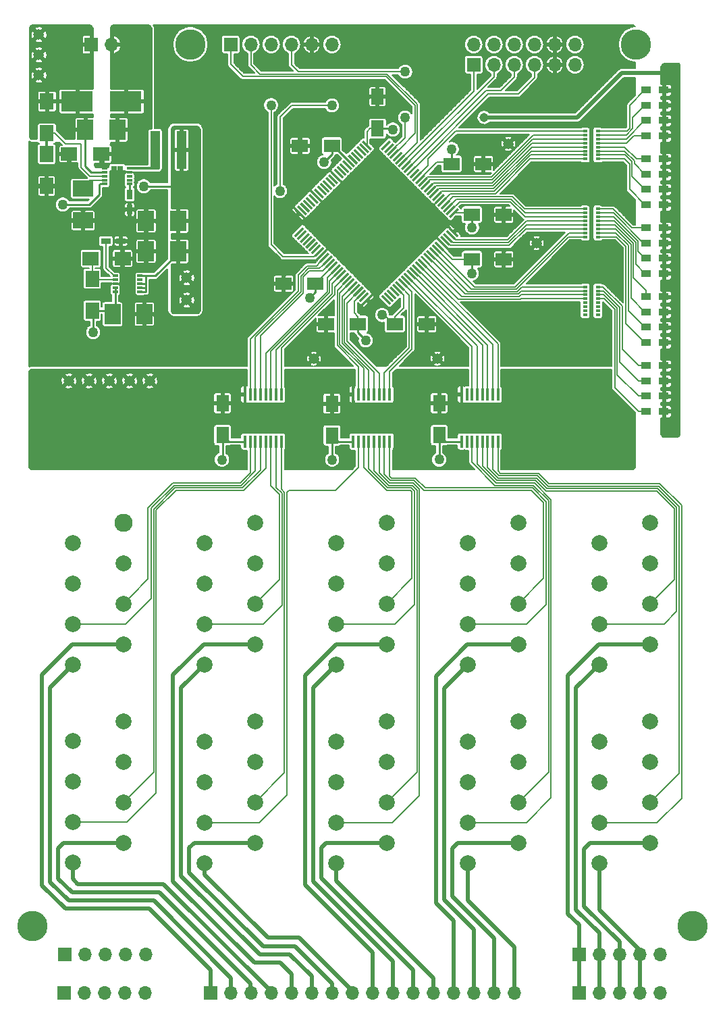
<source format=gbr>
G04 #@! TF.FileFunction,Copper,L1,Top,Signal*
%FSLAX46Y46*%
G04 Gerber Fmt 4.6, Leading zero omitted, Abs format (unit mm)*
G04 Created by KiCad (PCBNEW 4.0.7) date Friday, April 27, 2018 'PMt' 12:19:07 PM*
%MOMM*%
%LPD*%
G01*
G04 APERTURE LIST*
%ADD10C,0.100000*%
%ADD11C,1.320800*%
%ADD12C,3.810000*%
%ADD13C,1.143000*%
%ADD14C,2.000000*%
%ADD15C,2.286000*%
%ADD16R,2.000000X1.600000*%
%ADD17R,1.600000X2.000000*%
%ADD18R,2.000000X2.500000*%
%ADD19R,2.500000X2.000000*%
%ADD20R,0.750000X1.200000*%
%ADD21R,1.200000X0.750000*%
%ADD22R,4.000000X2.500000*%
%ADD23R,1.200000X0.900000*%
%ADD24R,1.700000X2.000000*%
%ADD25R,2.000000X1.700000*%
%ADD26R,0.450000X1.500000*%
%ADD27R,0.650000X0.300000*%
%ADD28R,0.775000X1.240000*%
%ADD29R,1.700000X1.700000*%
%ADD30O,1.700000X1.700000*%
%ADD31R,0.600000X0.350000*%
%ADD32R,1.200000X4.700000*%
%ADD33C,1.270000*%
%ADD34C,0.254000*%
%ADD35C,0.152400*%
%ADD36C,0.508000*%
%ADD37C,0.304800*%
G04 APERTURE END LIST*
D10*
D11*
X168180000Y-92202000D03*
X168180000Y-89662000D03*
X168180000Y-87122000D03*
X227108000Y-100838000D03*
X230664000Y-113284000D03*
X218218000Y-127762000D03*
X218218000Y-127762000D03*
X202724000Y-127762000D03*
X182150000Y-130556000D03*
X179610000Y-130556000D03*
X177070000Y-130556000D03*
X174530000Y-130556000D03*
X171990000Y-130556000D03*
X186722000Y-120396000D03*
D12*
X167418000Y-198882000D03*
X250222000Y-198882000D03*
X243110000Y-88392000D03*
X187230000Y-88392000D03*
D13*
X224060000Y-97536000D03*
D11*
X186722000Y-117602000D03*
D14*
X195326000Y-173228000D03*
X195326000Y-178308000D03*
X195326000Y-183388000D03*
X195326000Y-188468000D03*
X188976000Y-175768000D03*
X188976000Y-180848000D03*
X188976000Y-185928000D03*
X188976000Y-191008000D03*
X178816000Y-173228000D03*
X178816000Y-178308000D03*
X178816000Y-183388000D03*
X178816000Y-188468000D03*
X172466000Y-175721306D03*
X172466000Y-180801306D03*
X172466000Y-185881306D03*
X172466000Y-190961306D03*
D15*
X178816000Y-148336000D03*
D14*
X178816000Y-153416000D03*
X178816000Y-158496000D03*
X178816000Y-163576000D03*
X172466000Y-150876000D03*
X172466000Y-155956000D03*
X172466000Y-161036000D03*
X172466000Y-166116000D03*
X195326000Y-148336000D03*
X195326000Y-153416000D03*
X195326000Y-158496000D03*
X195326000Y-163576000D03*
D16*
X222536000Y-109728000D03*
X226536000Y-109728000D03*
X204978000Y-101092000D03*
X200978000Y-101092000D03*
D17*
X210693000Y-98933000D03*
X210693000Y-94933000D03*
D16*
X219996000Y-103378000D03*
X223996000Y-103378000D03*
X202914000Y-118364000D03*
X198914000Y-118364000D03*
D17*
X191262000Y-137350000D03*
X191262000Y-133350000D03*
D18*
X174054000Y-99060000D03*
X178054000Y-99060000D03*
D19*
X173768000Y-106458000D03*
X173768000Y-110458000D03*
D20*
X179610000Y-107188000D03*
X179610000Y-109088000D03*
D18*
X185674000Y-110490000D03*
X181674000Y-110490000D03*
D16*
X222536000Y-115316000D03*
X226536000Y-115316000D03*
X208248000Y-123444000D03*
X204248000Y-123444000D03*
D17*
X204978000Y-137414000D03*
X204978000Y-133414000D03*
D16*
X212884000Y-123444000D03*
X216884000Y-123444000D03*
D18*
X185669009Y-114300000D03*
X181669009Y-114300000D03*
D21*
X176628000Y-113030000D03*
X178528000Y-113030000D03*
D18*
X177446009Y-122198215D03*
X181446009Y-122198215D03*
D17*
X218440000Y-137350000D03*
X218440000Y-133350000D03*
D22*
X173004000Y-95504000D03*
X179104000Y-95504000D03*
D23*
X244391000Y-94107000D03*
X246591000Y-94107000D03*
X244391000Y-96012000D03*
X246591000Y-96012000D03*
X244391000Y-97917000D03*
X246591000Y-97917000D03*
X244391000Y-99822000D03*
X246591000Y-99822000D03*
X244391000Y-102743000D03*
X246591000Y-102743000D03*
X244391000Y-104648000D03*
X246591000Y-104648000D03*
X244391000Y-106553000D03*
X246591000Y-106553000D03*
X244391000Y-108458000D03*
X246591000Y-108458000D03*
X244391000Y-111379000D03*
X246591000Y-111379000D03*
X244391000Y-113284000D03*
X246591000Y-113284000D03*
X244391000Y-115189000D03*
X246591000Y-115189000D03*
X244391000Y-117094000D03*
X246591000Y-117094000D03*
X244391000Y-120015000D03*
X246591000Y-120015000D03*
X244391000Y-121920000D03*
X246591000Y-121920000D03*
X244391000Y-123825000D03*
X246591000Y-123825000D03*
X244391000Y-125730000D03*
X246591000Y-125730000D03*
X244391000Y-128651000D03*
X246591000Y-128651000D03*
X244391000Y-130556000D03*
X246591000Y-130556000D03*
X244391000Y-132461000D03*
X246591000Y-132461000D03*
X244391000Y-134366000D03*
X246591000Y-134366000D03*
D24*
X169196000Y-99504000D03*
X169196000Y-95504000D03*
X169196000Y-106140000D03*
X169196000Y-102140000D03*
X174906009Y-117753215D03*
X174906009Y-121753215D03*
D25*
X178716009Y-115213215D03*
X174716009Y-115213215D03*
D14*
X188976000Y-150867808D03*
X188976000Y-155947808D03*
X188976000Y-161027808D03*
X188976000Y-166107808D03*
X211836000Y-148336000D03*
X211836000Y-153416000D03*
X211836000Y-158496000D03*
X211836000Y-163576000D03*
X205486000Y-150876000D03*
X205486000Y-155956000D03*
X205486000Y-161036000D03*
X205486000Y-166116000D03*
X211836000Y-173228000D03*
X211836000Y-178308000D03*
X211836000Y-183388000D03*
X211836000Y-188468000D03*
X205486000Y-175768000D03*
X205486000Y-180848000D03*
X205486000Y-185928000D03*
X205486000Y-191008000D03*
X228346000Y-148336000D03*
X228346000Y-153416000D03*
X228346000Y-158496000D03*
X228346000Y-163576000D03*
X221996000Y-150876000D03*
X221996000Y-155956000D03*
X221996000Y-161036000D03*
X221996000Y-166116000D03*
X228346000Y-173228000D03*
X228346000Y-178308000D03*
X228346000Y-183388000D03*
X228346000Y-188468000D03*
X221996000Y-175768000D03*
X221996000Y-180848000D03*
X221996000Y-185928000D03*
X221996000Y-191008000D03*
X244856000Y-148336000D03*
X244856000Y-153416000D03*
X244856000Y-158496000D03*
X244856000Y-163576000D03*
X238506000Y-150876000D03*
X238506000Y-155956000D03*
X238506000Y-161036000D03*
X238506000Y-166116000D03*
X244856000Y-173228000D03*
X244856000Y-178308000D03*
X244856000Y-183388000D03*
X244856000Y-188468000D03*
X238506000Y-175768000D03*
X238506000Y-180848000D03*
X238506000Y-185928000D03*
X238506000Y-191008000D03*
D26*
X198628000Y-132276000D03*
X197978000Y-132276000D03*
X197328000Y-132276000D03*
X196678000Y-132276000D03*
X196028000Y-132276000D03*
X195378000Y-132276000D03*
X194728000Y-132276000D03*
X194078000Y-132276000D03*
X194078000Y-138176000D03*
X194728000Y-138176000D03*
X195378000Y-138176000D03*
X196028000Y-138176000D03*
X196678000Y-138176000D03*
X197328000Y-138176000D03*
X197978000Y-138176000D03*
X198628000Y-138176000D03*
D27*
X176497500Y-103887000D03*
X176497500Y-104387000D03*
X176497500Y-104887000D03*
X176497500Y-105387000D03*
X176497500Y-105887000D03*
X179597500Y-105887000D03*
X179597500Y-105387000D03*
X179597500Y-104887000D03*
X179597500Y-104387000D03*
X179597500Y-103887000D03*
D28*
X178435000Y-105507000D03*
X178435000Y-104267000D03*
X177660000Y-105507000D03*
X177660000Y-104267000D03*
D10*
G36*
X212406478Y-120829627D02*
X212194346Y-121041759D01*
X211133686Y-119981099D01*
X211345818Y-119768967D01*
X212406478Y-120829627D01*
X212406478Y-120829627D01*
G37*
G36*
X212760031Y-120476074D02*
X212547899Y-120688206D01*
X211487239Y-119627546D01*
X211699371Y-119415414D01*
X212760031Y-120476074D01*
X212760031Y-120476074D01*
G37*
G36*
X213113584Y-120122520D02*
X212901452Y-120334652D01*
X211840792Y-119273992D01*
X212052924Y-119061860D01*
X213113584Y-120122520D01*
X213113584Y-120122520D01*
G37*
G36*
X213467138Y-119768967D02*
X213255006Y-119981099D01*
X212194346Y-118920439D01*
X212406478Y-118708307D01*
X213467138Y-119768967D01*
X213467138Y-119768967D01*
G37*
G36*
X213820691Y-119415413D02*
X213608559Y-119627545D01*
X212547899Y-118566885D01*
X212760031Y-118354753D01*
X213820691Y-119415413D01*
X213820691Y-119415413D01*
G37*
G36*
X214174244Y-119061860D02*
X213962112Y-119273992D01*
X212901452Y-118213332D01*
X213113584Y-118001200D01*
X214174244Y-119061860D01*
X214174244Y-119061860D01*
G37*
G36*
X214527798Y-118708307D02*
X214315666Y-118920439D01*
X213255006Y-117859779D01*
X213467138Y-117647647D01*
X214527798Y-118708307D01*
X214527798Y-118708307D01*
G37*
G36*
X214881351Y-118354753D02*
X214669219Y-118566885D01*
X213608559Y-117506225D01*
X213820691Y-117294093D01*
X214881351Y-118354753D01*
X214881351Y-118354753D01*
G37*
G36*
X215234905Y-118001200D02*
X215022773Y-118213332D01*
X213962113Y-117152672D01*
X214174245Y-116940540D01*
X215234905Y-118001200D01*
X215234905Y-118001200D01*
G37*
G36*
X215588458Y-117647646D02*
X215376326Y-117859778D01*
X214315666Y-116799118D01*
X214527798Y-116586986D01*
X215588458Y-117647646D01*
X215588458Y-117647646D01*
G37*
G36*
X215942011Y-117294093D02*
X215729879Y-117506225D01*
X214669219Y-116445565D01*
X214881351Y-116233433D01*
X215942011Y-117294093D01*
X215942011Y-117294093D01*
G37*
G36*
X216295565Y-116940540D02*
X216083433Y-117152672D01*
X215022773Y-116092012D01*
X215234905Y-115879880D01*
X216295565Y-116940540D01*
X216295565Y-116940540D01*
G37*
G36*
X216649118Y-116586986D02*
X216436986Y-116799118D01*
X215376326Y-115738458D01*
X215588458Y-115526326D01*
X216649118Y-116586986D01*
X216649118Y-116586986D01*
G37*
G36*
X217002672Y-116233433D02*
X216790540Y-116445565D01*
X215729880Y-115384905D01*
X215942012Y-115172773D01*
X217002672Y-116233433D01*
X217002672Y-116233433D01*
G37*
G36*
X217356225Y-115879879D02*
X217144093Y-116092011D01*
X216083433Y-115031351D01*
X216295565Y-114819219D01*
X217356225Y-115879879D01*
X217356225Y-115879879D01*
G37*
G36*
X217709778Y-115526326D02*
X217497646Y-115738458D01*
X216436986Y-114677798D01*
X216649118Y-114465666D01*
X217709778Y-115526326D01*
X217709778Y-115526326D01*
G37*
G36*
X218063332Y-115172773D02*
X217851200Y-115384905D01*
X216790540Y-114324245D01*
X217002672Y-114112113D01*
X218063332Y-115172773D01*
X218063332Y-115172773D01*
G37*
G36*
X218416885Y-114819219D02*
X218204753Y-115031351D01*
X217144093Y-113970691D01*
X217356225Y-113758559D01*
X218416885Y-114819219D01*
X218416885Y-114819219D01*
G37*
G36*
X218770439Y-114465666D02*
X218558307Y-114677798D01*
X217497647Y-113617138D01*
X217709779Y-113405006D01*
X218770439Y-114465666D01*
X218770439Y-114465666D01*
G37*
G36*
X219123992Y-114112112D02*
X218911860Y-114324244D01*
X217851200Y-113263584D01*
X218063332Y-113051452D01*
X219123992Y-114112112D01*
X219123992Y-114112112D01*
G37*
G36*
X219477545Y-113758559D02*
X219265413Y-113970691D01*
X218204753Y-112910031D01*
X218416885Y-112697899D01*
X219477545Y-113758559D01*
X219477545Y-113758559D01*
G37*
G36*
X219831099Y-113405006D02*
X219618967Y-113617138D01*
X218558307Y-112556478D01*
X218770439Y-112344346D01*
X219831099Y-113405006D01*
X219831099Y-113405006D01*
G37*
G36*
X220184652Y-113051452D02*
X219972520Y-113263584D01*
X218911860Y-112202924D01*
X219123992Y-111990792D01*
X220184652Y-113051452D01*
X220184652Y-113051452D01*
G37*
G36*
X220538206Y-112697899D02*
X220326074Y-112910031D01*
X219265414Y-111849371D01*
X219477546Y-111637239D01*
X220538206Y-112697899D01*
X220538206Y-112697899D01*
G37*
G36*
X220891759Y-112344346D02*
X220679627Y-112556478D01*
X219618967Y-111495818D01*
X219831099Y-111283686D01*
X220891759Y-112344346D01*
X220891759Y-112344346D01*
G37*
G36*
X220679627Y-108879522D02*
X220891759Y-109091654D01*
X219831099Y-110152314D01*
X219618967Y-109940182D01*
X220679627Y-108879522D01*
X220679627Y-108879522D01*
G37*
G36*
X220326074Y-108525969D02*
X220538206Y-108738101D01*
X219477546Y-109798761D01*
X219265414Y-109586629D01*
X220326074Y-108525969D01*
X220326074Y-108525969D01*
G37*
G36*
X219972520Y-108172416D02*
X220184652Y-108384548D01*
X219123992Y-109445208D01*
X218911860Y-109233076D01*
X219972520Y-108172416D01*
X219972520Y-108172416D01*
G37*
G36*
X219618967Y-107818862D02*
X219831099Y-108030994D01*
X218770439Y-109091654D01*
X218558307Y-108879522D01*
X219618967Y-107818862D01*
X219618967Y-107818862D01*
G37*
G36*
X219265413Y-107465309D02*
X219477545Y-107677441D01*
X218416885Y-108738101D01*
X218204753Y-108525969D01*
X219265413Y-107465309D01*
X219265413Y-107465309D01*
G37*
G36*
X218911860Y-107111756D02*
X219123992Y-107323888D01*
X218063332Y-108384548D01*
X217851200Y-108172416D01*
X218911860Y-107111756D01*
X218911860Y-107111756D01*
G37*
G36*
X218558307Y-106758202D02*
X218770439Y-106970334D01*
X217709779Y-108030994D01*
X217497647Y-107818862D01*
X218558307Y-106758202D01*
X218558307Y-106758202D01*
G37*
G36*
X218204753Y-106404649D02*
X218416885Y-106616781D01*
X217356225Y-107677441D01*
X217144093Y-107465309D01*
X218204753Y-106404649D01*
X218204753Y-106404649D01*
G37*
G36*
X217851200Y-106051095D02*
X218063332Y-106263227D01*
X217002672Y-107323887D01*
X216790540Y-107111755D01*
X217851200Y-106051095D01*
X217851200Y-106051095D01*
G37*
G36*
X217497646Y-105697542D02*
X217709778Y-105909674D01*
X216649118Y-106970334D01*
X216436986Y-106758202D01*
X217497646Y-105697542D01*
X217497646Y-105697542D01*
G37*
G36*
X217144093Y-105343989D02*
X217356225Y-105556121D01*
X216295565Y-106616781D01*
X216083433Y-106404649D01*
X217144093Y-105343989D01*
X217144093Y-105343989D01*
G37*
G36*
X216790540Y-104990435D02*
X217002672Y-105202567D01*
X215942012Y-106263227D01*
X215729880Y-106051095D01*
X216790540Y-104990435D01*
X216790540Y-104990435D01*
G37*
G36*
X216436986Y-104636882D02*
X216649118Y-104849014D01*
X215588458Y-105909674D01*
X215376326Y-105697542D01*
X216436986Y-104636882D01*
X216436986Y-104636882D01*
G37*
G36*
X216083433Y-104283328D02*
X216295565Y-104495460D01*
X215234905Y-105556120D01*
X215022773Y-105343988D01*
X216083433Y-104283328D01*
X216083433Y-104283328D01*
G37*
G36*
X215729879Y-103929775D02*
X215942011Y-104141907D01*
X214881351Y-105202567D01*
X214669219Y-104990435D01*
X215729879Y-103929775D01*
X215729879Y-103929775D01*
G37*
G36*
X215376326Y-103576222D02*
X215588458Y-103788354D01*
X214527798Y-104849014D01*
X214315666Y-104636882D01*
X215376326Y-103576222D01*
X215376326Y-103576222D01*
G37*
G36*
X215022773Y-103222668D02*
X215234905Y-103434800D01*
X214174245Y-104495460D01*
X213962113Y-104283328D01*
X215022773Y-103222668D01*
X215022773Y-103222668D01*
G37*
G36*
X214669219Y-102869115D02*
X214881351Y-103081247D01*
X213820691Y-104141907D01*
X213608559Y-103929775D01*
X214669219Y-102869115D01*
X214669219Y-102869115D01*
G37*
G36*
X214315666Y-102515561D02*
X214527798Y-102727693D01*
X213467138Y-103788353D01*
X213255006Y-103576221D01*
X214315666Y-102515561D01*
X214315666Y-102515561D01*
G37*
G36*
X213962112Y-102162008D02*
X214174244Y-102374140D01*
X213113584Y-103434800D01*
X212901452Y-103222668D01*
X213962112Y-102162008D01*
X213962112Y-102162008D01*
G37*
G36*
X213608559Y-101808455D02*
X213820691Y-102020587D01*
X212760031Y-103081247D01*
X212547899Y-102869115D01*
X213608559Y-101808455D01*
X213608559Y-101808455D01*
G37*
G36*
X213255006Y-101454901D02*
X213467138Y-101667033D01*
X212406478Y-102727693D01*
X212194346Y-102515561D01*
X213255006Y-101454901D01*
X213255006Y-101454901D01*
G37*
G36*
X212901452Y-101101348D02*
X213113584Y-101313480D01*
X212052924Y-102374140D01*
X211840792Y-102162008D01*
X212901452Y-101101348D01*
X212901452Y-101101348D01*
G37*
G36*
X212547899Y-100747794D02*
X212760031Y-100959926D01*
X211699371Y-102020586D01*
X211487239Y-101808454D01*
X212547899Y-100747794D01*
X212547899Y-100747794D01*
G37*
G36*
X212194346Y-100394241D02*
X212406478Y-100606373D01*
X211345818Y-101667033D01*
X211133686Y-101454901D01*
X212194346Y-100394241D01*
X212194346Y-100394241D01*
G37*
G36*
X210002314Y-101454901D02*
X209790182Y-101667033D01*
X208729522Y-100606373D01*
X208941654Y-100394241D01*
X210002314Y-101454901D01*
X210002314Y-101454901D01*
G37*
G36*
X209648761Y-101808454D02*
X209436629Y-102020586D01*
X208375969Y-100959926D01*
X208588101Y-100747794D01*
X209648761Y-101808454D01*
X209648761Y-101808454D01*
G37*
G36*
X209295208Y-102162008D02*
X209083076Y-102374140D01*
X208022416Y-101313480D01*
X208234548Y-101101348D01*
X209295208Y-102162008D01*
X209295208Y-102162008D01*
G37*
G36*
X208941654Y-102515561D02*
X208729522Y-102727693D01*
X207668862Y-101667033D01*
X207880994Y-101454901D01*
X208941654Y-102515561D01*
X208941654Y-102515561D01*
G37*
G36*
X208588101Y-102869115D02*
X208375969Y-103081247D01*
X207315309Y-102020587D01*
X207527441Y-101808455D01*
X208588101Y-102869115D01*
X208588101Y-102869115D01*
G37*
G36*
X208234548Y-103222668D02*
X208022416Y-103434800D01*
X206961756Y-102374140D01*
X207173888Y-102162008D01*
X208234548Y-103222668D01*
X208234548Y-103222668D01*
G37*
G36*
X207880994Y-103576221D02*
X207668862Y-103788353D01*
X206608202Y-102727693D01*
X206820334Y-102515561D01*
X207880994Y-103576221D01*
X207880994Y-103576221D01*
G37*
G36*
X207527441Y-103929775D02*
X207315309Y-104141907D01*
X206254649Y-103081247D01*
X206466781Y-102869115D01*
X207527441Y-103929775D01*
X207527441Y-103929775D01*
G37*
G36*
X207173887Y-104283328D02*
X206961755Y-104495460D01*
X205901095Y-103434800D01*
X206113227Y-103222668D01*
X207173887Y-104283328D01*
X207173887Y-104283328D01*
G37*
G36*
X206820334Y-104636882D02*
X206608202Y-104849014D01*
X205547542Y-103788354D01*
X205759674Y-103576222D01*
X206820334Y-104636882D01*
X206820334Y-104636882D01*
G37*
G36*
X206466781Y-104990435D02*
X206254649Y-105202567D01*
X205193989Y-104141907D01*
X205406121Y-103929775D01*
X206466781Y-104990435D01*
X206466781Y-104990435D01*
G37*
G36*
X206113227Y-105343988D02*
X205901095Y-105556120D01*
X204840435Y-104495460D01*
X205052567Y-104283328D01*
X206113227Y-105343988D01*
X206113227Y-105343988D01*
G37*
G36*
X205759674Y-105697542D02*
X205547542Y-105909674D01*
X204486882Y-104849014D01*
X204699014Y-104636882D01*
X205759674Y-105697542D01*
X205759674Y-105697542D01*
G37*
G36*
X205406120Y-106051095D02*
X205193988Y-106263227D01*
X204133328Y-105202567D01*
X204345460Y-104990435D01*
X205406120Y-106051095D01*
X205406120Y-106051095D01*
G37*
G36*
X205052567Y-106404649D02*
X204840435Y-106616781D01*
X203779775Y-105556121D01*
X203991907Y-105343989D01*
X205052567Y-106404649D01*
X205052567Y-106404649D01*
G37*
G36*
X204699014Y-106758202D02*
X204486882Y-106970334D01*
X203426222Y-105909674D01*
X203638354Y-105697542D01*
X204699014Y-106758202D01*
X204699014Y-106758202D01*
G37*
G36*
X204345460Y-107111755D02*
X204133328Y-107323887D01*
X203072668Y-106263227D01*
X203284800Y-106051095D01*
X204345460Y-107111755D01*
X204345460Y-107111755D01*
G37*
G36*
X203991907Y-107465309D02*
X203779775Y-107677441D01*
X202719115Y-106616781D01*
X202931247Y-106404649D01*
X203991907Y-107465309D01*
X203991907Y-107465309D01*
G37*
G36*
X203638353Y-107818862D02*
X203426221Y-108030994D01*
X202365561Y-106970334D01*
X202577693Y-106758202D01*
X203638353Y-107818862D01*
X203638353Y-107818862D01*
G37*
G36*
X203284800Y-108172416D02*
X203072668Y-108384548D01*
X202012008Y-107323888D01*
X202224140Y-107111756D01*
X203284800Y-108172416D01*
X203284800Y-108172416D01*
G37*
G36*
X202931247Y-108525969D02*
X202719115Y-108738101D01*
X201658455Y-107677441D01*
X201870587Y-107465309D01*
X202931247Y-108525969D01*
X202931247Y-108525969D01*
G37*
G36*
X202577693Y-108879522D02*
X202365561Y-109091654D01*
X201304901Y-108030994D01*
X201517033Y-107818862D01*
X202577693Y-108879522D01*
X202577693Y-108879522D01*
G37*
G36*
X202224140Y-109233076D02*
X202012008Y-109445208D01*
X200951348Y-108384548D01*
X201163480Y-108172416D01*
X202224140Y-109233076D01*
X202224140Y-109233076D01*
G37*
G36*
X201870586Y-109586629D02*
X201658454Y-109798761D01*
X200597794Y-108738101D01*
X200809926Y-108525969D01*
X201870586Y-109586629D01*
X201870586Y-109586629D01*
G37*
G36*
X201517033Y-109940182D02*
X201304901Y-110152314D01*
X200244241Y-109091654D01*
X200456373Y-108879522D01*
X201517033Y-109940182D01*
X201517033Y-109940182D01*
G37*
G36*
X201304901Y-111283686D02*
X201517033Y-111495818D01*
X200456373Y-112556478D01*
X200244241Y-112344346D01*
X201304901Y-111283686D01*
X201304901Y-111283686D01*
G37*
G36*
X201658454Y-111637239D02*
X201870586Y-111849371D01*
X200809926Y-112910031D01*
X200597794Y-112697899D01*
X201658454Y-111637239D01*
X201658454Y-111637239D01*
G37*
G36*
X202012008Y-111990792D02*
X202224140Y-112202924D01*
X201163480Y-113263584D01*
X200951348Y-113051452D01*
X202012008Y-111990792D01*
X202012008Y-111990792D01*
G37*
G36*
X202365561Y-112344346D02*
X202577693Y-112556478D01*
X201517033Y-113617138D01*
X201304901Y-113405006D01*
X202365561Y-112344346D01*
X202365561Y-112344346D01*
G37*
G36*
X202719115Y-112697899D02*
X202931247Y-112910031D01*
X201870587Y-113970691D01*
X201658455Y-113758559D01*
X202719115Y-112697899D01*
X202719115Y-112697899D01*
G37*
G36*
X203072668Y-113051452D02*
X203284800Y-113263584D01*
X202224140Y-114324244D01*
X202012008Y-114112112D01*
X203072668Y-113051452D01*
X203072668Y-113051452D01*
G37*
G36*
X203426221Y-113405006D02*
X203638353Y-113617138D01*
X202577693Y-114677798D01*
X202365561Y-114465666D01*
X203426221Y-113405006D01*
X203426221Y-113405006D01*
G37*
G36*
X203779775Y-113758559D02*
X203991907Y-113970691D01*
X202931247Y-115031351D01*
X202719115Y-114819219D01*
X203779775Y-113758559D01*
X203779775Y-113758559D01*
G37*
G36*
X204133328Y-114112113D02*
X204345460Y-114324245D01*
X203284800Y-115384905D01*
X203072668Y-115172773D01*
X204133328Y-114112113D01*
X204133328Y-114112113D01*
G37*
G36*
X204486882Y-114465666D02*
X204699014Y-114677798D01*
X203638354Y-115738458D01*
X203426222Y-115526326D01*
X204486882Y-114465666D01*
X204486882Y-114465666D01*
G37*
G36*
X204840435Y-114819219D02*
X205052567Y-115031351D01*
X203991907Y-116092011D01*
X203779775Y-115879879D01*
X204840435Y-114819219D01*
X204840435Y-114819219D01*
G37*
G36*
X205193988Y-115172773D02*
X205406120Y-115384905D01*
X204345460Y-116445565D01*
X204133328Y-116233433D01*
X205193988Y-115172773D01*
X205193988Y-115172773D01*
G37*
G36*
X205547542Y-115526326D02*
X205759674Y-115738458D01*
X204699014Y-116799118D01*
X204486882Y-116586986D01*
X205547542Y-115526326D01*
X205547542Y-115526326D01*
G37*
G36*
X205901095Y-115879880D02*
X206113227Y-116092012D01*
X205052567Y-117152672D01*
X204840435Y-116940540D01*
X205901095Y-115879880D01*
X205901095Y-115879880D01*
G37*
G36*
X206254649Y-116233433D02*
X206466781Y-116445565D01*
X205406121Y-117506225D01*
X205193989Y-117294093D01*
X206254649Y-116233433D01*
X206254649Y-116233433D01*
G37*
G36*
X206608202Y-116586986D02*
X206820334Y-116799118D01*
X205759674Y-117859778D01*
X205547542Y-117647646D01*
X206608202Y-116586986D01*
X206608202Y-116586986D01*
G37*
G36*
X206961755Y-116940540D02*
X207173887Y-117152672D01*
X206113227Y-118213332D01*
X205901095Y-118001200D01*
X206961755Y-116940540D01*
X206961755Y-116940540D01*
G37*
G36*
X207315309Y-117294093D02*
X207527441Y-117506225D01*
X206466781Y-118566885D01*
X206254649Y-118354753D01*
X207315309Y-117294093D01*
X207315309Y-117294093D01*
G37*
G36*
X207668862Y-117647647D02*
X207880994Y-117859779D01*
X206820334Y-118920439D01*
X206608202Y-118708307D01*
X207668862Y-117647647D01*
X207668862Y-117647647D01*
G37*
G36*
X208022416Y-118001200D02*
X208234548Y-118213332D01*
X207173888Y-119273992D01*
X206961756Y-119061860D01*
X208022416Y-118001200D01*
X208022416Y-118001200D01*
G37*
G36*
X208375969Y-118354753D02*
X208588101Y-118566885D01*
X207527441Y-119627545D01*
X207315309Y-119415413D01*
X208375969Y-118354753D01*
X208375969Y-118354753D01*
G37*
G36*
X208729522Y-118708307D02*
X208941654Y-118920439D01*
X207880994Y-119981099D01*
X207668862Y-119768967D01*
X208729522Y-118708307D01*
X208729522Y-118708307D01*
G37*
G36*
X209083076Y-119061860D02*
X209295208Y-119273992D01*
X208234548Y-120334652D01*
X208022416Y-120122520D01*
X209083076Y-119061860D01*
X209083076Y-119061860D01*
G37*
G36*
X209436629Y-119415414D02*
X209648761Y-119627546D01*
X208588101Y-120688206D01*
X208375969Y-120476074D01*
X209436629Y-119415414D01*
X209436629Y-119415414D01*
G37*
G36*
X209790182Y-119768967D02*
X210002314Y-119981099D01*
X208941654Y-121041759D01*
X208729522Y-120829627D01*
X209790182Y-119768967D01*
X209790182Y-119768967D01*
G37*
D26*
X212211500Y-132276000D03*
X211561500Y-132276000D03*
X210911500Y-132276000D03*
X210261500Y-132276000D03*
X209611500Y-132276000D03*
X208961500Y-132276000D03*
X208311500Y-132276000D03*
X207661500Y-132276000D03*
X207661500Y-138176000D03*
X208311500Y-138176000D03*
X208961500Y-138176000D03*
X209611500Y-138176000D03*
X210261500Y-138176000D03*
X210911500Y-138176000D03*
X211561500Y-138176000D03*
X212211500Y-138176000D03*
X225795000Y-132276000D03*
X225145000Y-132276000D03*
X224495000Y-132276000D03*
X223845000Y-132276000D03*
X223195000Y-132276000D03*
X222545000Y-132276000D03*
X221895000Y-132276000D03*
X221245000Y-132276000D03*
X221245000Y-138176000D03*
X221895000Y-138176000D03*
X222545000Y-138176000D03*
X223195000Y-138176000D03*
X223845000Y-138176000D03*
X224495000Y-138176000D03*
X225145000Y-138176000D03*
X225795000Y-138176000D03*
D27*
X180901009Y-119388215D03*
X180901009Y-118888215D03*
X180901009Y-118388215D03*
X180901009Y-117888215D03*
X180901009Y-117388215D03*
X177801009Y-117388215D03*
X177801009Y-117888215D03*
X177801009Y-118388215D03*
X177801009Y-118888215D03*
X177801009Y-119388215D03*
D28*
X178963509Y-117768215D03*
X178963509Y-119008215D03*
X179738509Y-117768215D03*
X179738509Y-119008215D03*
D29*
X174784000Y-88392000D03*
D30*
X177324000Y-88392000D03*
D29*
X192278000Y-88392000D03*
D30*
X194818000Y-88392000D03*
X197358000Y-88392000D03*
X199898000Y-88392000D03*
X202438000Y-88392000D03*
X204978000Y-88392000D03*
D29*
X171395092Y-207264000D03*
D30*
X173935092Y-207264000D03*
X176475092Y-207264000D03*
X179015092Y-207264000D03*
X181555092Y-207264000D03*
D29*
X171450000Y-202438000D03*
D30*
X173990000Y-202438000D03*
X176530000Y-202438000D03*
X179070000Y-202438000D03*
X181610000Y-202438000D03*
D29*
X235966000Y-207264000D03*
D30*
X238506000Y-207264000D03*
X241046000Y-207264000D03*
X243586000Y-207264000D03*
X246126000Y-207264000D03*
D29*
X235966000Y-202438000D03*
D30*
X238506000Y-202438000D03*
X241046000Y-202438000D03*
X243586000Y-202438000D03*
X246126000Y-202438000D03*
D29*
X222758000Y-90932000D03*
D30*
X222758000Y-88392000D03*
X225298000Y-90932000D03*
X225298000Y-88392000D03*
X227838000Y-90932000D03*
X227838000Y-88392000D03*
X230378000Y-90932000D03*
X230378000Y-88392000D03*
X232918000Y-90932000D03*
X232918000Y-88392000D03*
X235458000Y-90932000D03*
X235458000Y-88392000D03*
D31*
X238328000Y-99243000D03*
X236728000Y-99243000D03*
X238328000Y-99743000D03*
X236728000Y-99743000D03*
X238328000Y-100243000D03*
X236728000Y-100243000D03*
X238328000Y-100743000D03*
X236728000Y-100743000D03*
X238328000Y-101243000D03*
X236728000Y-101243000D03*
X238328000Y-101743000D03*
X236728000Y-101743000D03*
X238328000Y-102243000D03*
X236728000Y-102243000D03*
X238328000Y-102743000D03*
X236728000Y-102743000D03*
X238328000Y-109008000D03*
X236728000Y-109008000D03*
X238328000Y-109508000D03*
X236728000Y-109508000D03*
X238328000Y-110008000D03*
X236728000Y-110008000D03*
X238328000Y-110508000D03*
X236728000Y-110508000D03*
X238328000Y-111008000D03*
X236728000Y-111008000D03*
X238328000Y-111508000D03*
X236728000Y-111508000D03*
X238328000Y-112008000D03*
X236728000Y-112008000D03*
X238328000Y-112508000D03*
X236728000Y-112508000D03*
X238328000Y-118773000D03*
X236728000Y-118773000D03*
X238328000Y-119273000D03*
X236728000Y-119273000D03*
X238328000Y-119773000D03*
X236728000Y-119773000D03*
X238328000Y-120273000D03*
X236728000Y-120273000D03*
X238328000Y-120773000D03*
X236728000Y-120773000D03*
X238328000Y-121273000D03*
X236728000Y-121273000D03*
X238328000Y-121773000D03*
X236728000Y-121773000D03*
X238328000Y-122273000D03*
X236728000Y-122273000D03*
D32*
X182781000Y-101600000D03*
X186091000Y-101600000D03*
D29*
X189738000Y-207264000D03*
D30*
X192278000Y-207264000D03*
X194818000Y-207264000D03*
X197358000Y-207264000D03*
X199898000Y-207264000D03*
X202438000Y-207264000D03*
X204978000Y-207264000D03*
X207518000Y-207264000D03*
X210058000Y-207264000D03*
X212598000Y-207264000D03*
X215138000Y-207264000D03*
X217678000Y-207264000D03*
X220218000Y-207264000D03*
X222758000Y-207264000D03*
X225298000Y-207264000D03*
X227838000Y-207264000D03*
D25*
X172022000Y-102108000D03*
X176022000Y-102108000D03*
D33*
X222553447Y-111320004D03*
X175038000Y-124460000D03*
X204000000Y-103124000D03*
X181388000Y-106172000D03*
X171228000Y-108458000D03*
X220003455Y-101494787D03*
X222536000Y-117094000D03*
X212630000Y-99060000D03*
X209226000Y-125476000D03*
X202216000Y-120116000D03*
X218428417Y-140415795D03*
X205001977Y-140450758D03*
X191190923Y-140450760D03*
X211262529Y-122296641D03*
X198462108Y-106750069D03*
X204985280Y-96027384D03*
X214162510Y-91794852D03*
X214144110Y-97549874D03*
X197347938Y-95992543D03*
D34*
X222536000Y-109728000D02*
X222536000Y-111302557D01*
X222536000Y-111302557D02*
X222553447Y-111320004D01*
X174906009Y-121753215D02*
X177001009Y-121753215D01*
X177001009Y-121753215D02*
X177446009Y-122198215D01*
X177801009Y-119388215D02*
X177801009Y-121843215D01*
X177801009Y-121843215D02*
X177446009Y-122198215D01*
X177801009Y-118888215D02*
X177801009Y-119388215D01*
X175038000Y-124460000D02*
X175038000Y-121885206D01*
X175038000Y-121885206D02*
X174906009Y-121753215D01*
X204978000Y-101092000D02*
X204978000Y-102146000D01*
X204978000Y-102146000D02*
X204000000Y-103124000D01*
X207244598Y-103151957D02*
X205184641Y-101092000D01*
X205184641Y-101092000D02*
X204978000Y-101092000D01*
D35*
X220255363Y-109515918D02*
X222323918Y-109515918D01*
X222323918Y-109515918D02*
X222536000Y-109728000D01*
D36*
X241332000Y-91948000D02*
X247428000Y-91948000D01*
X235744000Y-97536000D02*
X241332000Y-91948000D01*
X224060000Y-97536000D02*
X235744000Y-97536000D01*
D34*
X180901009Y-118388215D02*
X181642000Y-118388215D01*
X181642000Y-118388215D02*
X181642000Y-118226224D01*
X181642000Y-119380000D02*
X181642000Y-118872000D01*
X181642000Y-118872000D02*
X181642000Y-118226224D01*
X180901009Y-118888215D02*
X181625785Y-118888215D01*
X181625785Y-118888215D02*
X181642000Y-118872000D01*
X181633785Y-119388215D02*
X181642000Y-119380000D01*
X180901009Y-119388215D02*
X181633785Y-119388215D01*
X180901009Y-117388215D02*
X181642000Y-117388215D01*
X181642000Y-117388215D02*
X182830794Y-117388215D01*
X181642000Y-118226224D02*
X181642000Y-117388215D01*
X185669009Y-114550000D02*
X185669009Y-114300000D01*
X182830794Y-117388215D02*
X185669009Y-114550000D01*
X181388000Y-106172000D02*
X186214000Y-106172000D01*
X175800000Y-106005500D02*
X175800000Y-107178922D01*
X175800000Y-107178922D02*
X174520922Y-108458000D01*
X174520922Y-108458000D02*
X171228000Y-108458000D01*
X176497500Y-105887000D02*
X175918500Y-105887000D01*
X175918500Y-105887000D02*
X175800000Y-106005500D01*
X220003455Y-102392812D02*
X220003455Y-101494787D01*
X220003455Y-103116545D02*
X220003455Y-102392812D01*
X219996000Y-103124000D02*
X220003455Y-103116545D01*
X222536000Y-115316000D02*
X222536000Y-117094000D01*
X210693000Y-98933000D02*
X212503000Y-98933000D01*
X212503000Y-98933000D02*
X212630000Y-99060000D01*
X208248000Y-123444000D02*
X208248000Y-124498000D01*
X208248000Y-124498000D02*
X209226000Y-125476000D01*
X202914000Y-118364000D02*
X202914000Y-119418000D01*
X202914000Y-119418000D02*
X202216000Y-120116000D01*
D35*
X208658812Y-119698256D02*
X207802240Y-120554828D01*
X207802240Y-120554828D02*
X207802240Y-122045840D01*
X207802240Y-122045840D02*
X208248000Y-122491600D01*
X208248000Y-122491600D02*
X208248000Y-123444000D01*
X209365918Y-101030637D02*
X209365918Y-99307682D01*
X209365918Y-99307682D02*
X209740600Y-98933000D01*
X209740600Y-98933000D02*
X210693000Y-98933000D01*
X218487596Y-113687848D02*
X220115748Y-115316000D01*
X220115748Y-115316000D02*
X222536000Y-115316000D01*
X219996000Y-103124000D02*
X218162000Y-103124000D01*
X218162000Y-103124000D02*
X217146000Y-104140000D01*
X217146000Y-104140000D02*
X216012722Y-105273278D01*
X205123278Y-116162722D02*
X202922000Y-118364000D01*
X202922000Y-118364000D02*
X202914000Y-118364000D01*
D34*
X174054000Y-99060000D02*
X174054000Y-103674052D01*
X174054000Y-103674052D02*
X174766948Y-104387000D01*
X174766948Y-104387000D02*
X175918500Y-104387000D01*
X175918500Y-104387000D02*
X176497500Y-104387000D01*
X218440000Y-140404212D02*
X218428417Y-140415795D01*
X218440000Y-137350000D02*
X218440000Y-140404212D01*
X204978000Y-140426781D02*
X205001977Y-140450758D01*
X204978000Y-137414000D02*
X204978000Y-140426781D01*
X191262000Y-140379683D02*
X191190923Y-140450760D01*
X191262000Y-137350000D02*
X191262000Y-140379683D01*
X221245000Y-138176000D02*
X219266000Y-138176000D01*
X219266000Y-138176000D02*
X218440000Y-137350000D01*
X207661500Y-138176000D02*
X205740000Y-138176000D01*
X205740000Y-138176000D02*
X204978000Y-137414000D01*
X194078000Y-138176000D02*
X192088000Y-138176000D01*
X192088000Y-138176000D02*
X191262000Y-137350000D01*
D35*
X176497500Y-105387000D02*
X174585000Y-105387000D01*
X174585000Y-105387000D02*
X173768000Y-106204000D01*
D34*
X179597500Y-105887000D02*
X179597500Y-107175500D01*
D35*
X179597500Y-107175500D02*
X179610000Y-107188000D01*
X212884000Y-123444000D02*
X212684000Y-123444000D01*
X211536641Y-122296641D02*
X211262529Y-122296641D01*
X212684000Y-123444000D02*
X211536641Y-122296641D01*
X198462108Y-105852044D02*
X198462108Y-106750069D01*
X198462108Y-97479892D02*
X198462108Y-105852044D01*
X199914616Y-96027384D02*
X198462108Y-97479892D01*
X204985280Y-96027384D02*
X199914616Y-96027384D01*
X212884000Y-123444000D02*
X212884000Y-122491600D01*
X212884000Y-122491600D02*
X213987758Y-121387842D01*
X213987758Y-121387842D02*
X213987758Y-119794612D01*
X213987758Y-119794612D02*
X213184295Y-118991149D01*
X177801009Y-117388215D02*
X177626009Y-117388215D01*
X177626009Y-117388215D02*
X176628000Y-116390206D01*
X176628000Y-116390206D02*
X176628000Y-113557400D01*
X176628000Y-113557400D02*
X176628000Y-113030000D01*
X238328000Y-99243000D02*
X241977618Y-99243000D01*
X241977618Y-99243000D02*
X242331919Y-98888699D01*
X242331919Y-98888699D02*
X242331919Y-96012000D01*
X242331919Y-96012000D02*
X244236919Y-94107000D01*
X244236919Y-94107000D02*
X244391000Y-94107000D01*
X203461578Y-115703102D02*
X204062618Y-115102062D01*
X203028426Y-116136254D02*
X203461578Y-115703102D01*
X201903828Y-116136254D02*
X203028426Y-116136254D01*
X200762385Y-117277697D02*
X201903828Y-116136254D01*
X200762385Y-119278983D02*
X200762385Y-117277697D01*
X194728000Y-125313368D02*
X200762385Y-119278983D01*
X194728000Y-132276000D02*
X194728000Y-125313368D01*
X244241000Y-96012000D02*
X244391000Y-96012000D01*
X242714503Y-97538497D02*
X244241000Y-96012000D01*
X242714503Y-98937182D02*
X242714503Y-97538497D01*
X241908685Y-99743000D02*
X242714503Y-98937182D01*
X238328000Y-99743000D02*
X241908685Y-99743000D01*
X202030084Y-116441065D02*
X203430721Y-116441065D01*
X201067196Y-119405239D02*
X201067196Y-117403953D01*
X203815131Y-116056655D02*
X204416171Y-115455615D01*
X203430721Y-116441065D02*
X203815131Y-116056655D01*
X195378000Y-125094435D02*
X201067196Y-119405239D01*
X201067196Y-117403953D02*
X202030084Y-116441065D01*
X195378000Y-132276000D02*
X195378000Y-125094435D01*
X244241000Y-97917000D02*
X241915000Y-100243000D01*
X238780400Y-100243000D02*
X238328000Y-100243000D01*
X241915000Y-100243000D02*
X238780400Y-100243000D01*
X244391000Y-97917000D02*
X244241000Y-97917000D01*
X203833017Y-116745876D02*
X204168684Y-116410209D01*
X204168684Y-116410209D02*
X204769724Y-115809169D01*
X202156340Y-116745876D02*
X203833017Y-116745876D01*
X201372007Y-117530209D02*
X202156340Y-116745876D01*
X201372007Y-119531495D02*
X201372007Y-117530209D01*
X196028000Y-124875502D02*
X201372007Y-119531495D01*
X196028000Y-132276000D02*
X196028000Y-124875502D01*
X244391000Y-99822000D02*
X242817138Y-99822000D01*
X241896138Y-100743000D02*
X238780400Y-100743000D01*
X242817138Y-99822000D02*
X241896138Y-100743000D01*
X238780400Y-100743000D02*
X238328000Y-100743000D01*
X205476831Y-116516276D02*
X204386433Y-117606674D01*
X204386433Y-119366594D02*
X196678000Y-127075027D01*
X196678000Y-127075027D02*
X196678000Y-129286000D01*
X204386433Y-117606674D02*
X204386433Y-119366594D01*
X196678000Y-131373600D02*
X196678000Y-132276000D01*
X196678000Y-129286000D02*
X196678000Y-131373600D01*
X196678000Y-129068211D02*
X196678000Y-129286000D01*
X244391000Y-102743000D02*
X243177099Y-102743000D01*
X238780400Y-101243000D02*
X238328000Y-101243000D01*
X243177099Y-102743000D02*
X241677099Y-101243000D01*
X241677099Y-101243000D02*
X238780400Y-101243000D01*
X204691244Y-119492850D02*
X204691244Y-118008970D01*
X197328000Y-132276000D02*
X197328000Y-126856094D01*
X204691244Y-118008970D02*
X205229345Y-117470869D01*
X205229345Y-117470869D02*
X205830385Y-116869829D01*
X197328000Y-126856094D02*
X204691244Y-119492850D01*
X244391000Y-104648000D02*
X244241000Y-104648000D01*
X244241000Y-104648000D02*
X242920906Y-103327906D01*
X242920906Y-103327906D02*
X242920906Y-102966767D01*
X242920906Y-102966767D02*
X241697139Y-101743000D01*
X241697139Y-101743000D02*
X238780400Y-101743000D01*
X238780400Y-101743000D02*
X238328000Y-101743000D01*
X206183938Y-117223382D02*
X204996055Y-118411265D01*
X197978000Y-126637161D02*
X197978000Y-128778000D01*
X204996055Y-118411265D02*
X204996055Y-119619106D01*
X204996055Y-119619106D02*
X197978000Y-126637161D01*
X197978000Y-131373600D02*
X197978000Y-132276000D01*
X197978000Y-128778000D02*
X197978000Y-131373600D01*
X197978000Y-128630345D02*
X197978000Y-128778000D01*
X244241000Y-106553000D02*
X244391000Y-106553000D01*
X242603521Y-104915521D02*
X244241000Y-106553000D01*
X242603521Y-103080449D02*
X242603521Y-104915521D01*
X241766072Y-102243000D02*
X242603521Y-103080449D01*
X238328000Y-102243000D02*
X241766072Y-102243000D01*
X198628000Y-126418228D02*
X198628000Y-131373600D01*
X206537491Y-117576936D02*
X205300866Y-118813561D01*
X205300866Y-119745362D02*
X198628000Y-126418228D01*
X198628000Y-131373600D02*
X198628000Y-132276000D01*
X205300866Y-118813561D02*
X205300866Y-119745362D01*
X238328000Y-102743000D02*
X241641989Y-102743000D01*
X241641989Y-102743000D02*
X242298710Y-103399721D01*
X242298710Y-103399721D02*
X242298710Y-106532600D01*
X244224110Y-108458000D02*
X244391000Y-108458000D01*
X242298710Y-106532600D02*
X244224110Y-108458000D01*
X208311500Y-131373600D02*
X208311500Y-132276000D01*
X208311500Y-128781993D02*
X208311500Y-131373600D01*
X205638068Y-126108561D02*
X208311500Y-128781993D01*
X206891045Y-117930489D02*
X205638068Y-119183466D01*
X205638068Y-119183466D02*
X205638068Y-126108561D01*
X244391000Y-111379000D02*
X242619525Y-111379000D01*
X242619525Y-111379000D02*
X240248525Y-109008000D01*
X240248525Y-109008000D02*
X238780400Y-109008000D01*
X238780400Y-109008000D02*
X238328000Y-109008000D01*
X208961500Y-131373600D02*
X208961500Y-132276000D01*
X208961500Y-129000926D02*
X208961500Y-131373600D01*
X205942879Y-125982305D02*
X208961500Y-129000926D01*
X205942879Y-119585762D02*
X205942879Y-125982305D01*
X207244598Y-118284043D02*
X205942879Y-119585762D01*
X244391000Y-113284000D02*
X244073270Y-113284000D01*
X244073270Y-113284000D02*
X240297270Y-109508000D01*
X240297270Y-109508000D02*
X238780400Y-109508000D01*
X238780400Y-109508000D02*
X238328000Y-109508000D01*
X209611500Y-131373600D02*
X209611500Y-132276000D01*
X206247690Y-119988058D02*
X206247690Y-125856049D01*
X206247690Y-125856049D02*
X209611500Y-129219859D01*
X209611500Y-129219859D02*
X209611500Y-131373600D01*
X207598152Y-118637596D02*
X206247690Y-119988058D01*
X244391000Y-115189000D02*
X244241000Y-115189000D01*
X244241000Y-115189000D02*
X243384750Y-114332750D01*
X243384750Y-114332750D02*
X243384750Y-113065614D01*
X243384750Y-113065614D02*
X240327136Y-110008000D01*
X240327136Y-110008000D02*
X238780400Y-110008000D01*
X238780400Y-110008000D02*
X238328000Y-110008000D01*
X210261500Y-131373600D02*
X210261500Y-132276000D01*
X207951705Y-118991149D02*
X206552501Y-120390353D01*
X206552501Y-120390353D02*
X206552501Y-125729793D01*
X206552501Y-125729793D02*
X210261500Y-129438792D01*
X210261500Y-129438792D02*
X210261500Y-131373600D01*
X240396069Y-110508000D02*
X238780400Y-110508000D01*
X243079939Y-113191870D02*
X240396069Y-110508000D01*
X243079939Y-115932939D02*
X243079939Y-113191870D01*
X244241000Y-117094000D02*
X243079939Y-115932939D01*
X244391000Y-117094000D02*
X244241000Y-117094000D01*
X238780400Y-110508000D02*
X238328000Y-110508000D01*
X210911500Y-132276000D02*
X210911500Y-129598740D01*
X210911500Y-129598740D02*
X206857312Y-125544552D01*
X206857312Y-125544552D02*
X206857312Y-120792649D01*
X206857312Y-120792649D02*
X208305258Y-119344703D01*
X244391000Y-119412600D02*
X244391000Y-120015000D01*
X244391000Y-119245933D02*
X244391000Y-119412600D01*
X242775128Y-117630061D02*
X244391000Y-119245933D01*
X238328000Y-111008000D02*
X240465002Y-111008000D01*
X240465002Y-111008000D02*
X242775128Y-113318126D01*
X242775128Y-113318126D02*
X242775128Y-117630061D01*
X214686307Y-126396333D02*
X214686307Y-119786055D01*
X211561500Y-132276000D02*
X211561500Y-129521140D01*
X211561500Y-129521140D02*
X214686307Y-126396333D01*
X214686307Y-119786055D02*
X213537848Y-118637596D01*
X240533935Y-111508000D02*
X242470317Y-113444382D01*
X242470317Y-113444382D02*
X242470317Y-120149317D01*
X242470317Y-120149317D02*
X244241000Y-121920000D01*
X244241000Y-121920000D02*
X244391000Y-121920000D01*
X238328000Y-111508000D02*
X240533935Y-111508000D01*
X213891402Y-118284043D02*
X214991118Y-119383759D01*
X214991118Y-119383759D02*
X214991118Y-126581963D01*
X214991118Y-126581963D02*
X212211500Y-129361581D01*
X212211500Y-129361581D02*
X212211500Y-130302000D01*
X212211500Y-130302000D02*
X212211500Y-132276000D01*
X244241000Y-123825000D02*
X244391000Y-123825000D01*
X242165506Y-121749506D02*
X244241000Y-123825000D01*
X242165506Y-113583530D02*
X242165506Y-121749506D01*
X240589976Y-112008000D02*
X242165506Y-113583530D01*
X238328000Y-112008000D02*
X240589976Y-112008000D01*
X222545000Y-132276000D02*
X222545000Y-126230534D01*
X222545000Y-126230534D02*
X220520466Y-124206000D01*
X220520466Y-124206000D02*
X214244955Y-117930489D01*
X244391000Y-125730000D02*
X244241000Y-125730000D01*
X244241000Y-125730000D02*
X241860695Y-123349695D01*
X241860695Y-123349695D02*
X241860695Y-113709786D01*
X241860695Y-113709786D02*
X240658909Y-112508000D01*
X240658909Y-112508000D02*
X238328000Y-112508000D01*
X223195000Y-132276000D02*
X223195000Y-126173427D01*
X223195000Y-126173427D02*
X214598509Y-117576936D01*
X244391000Y-128651000D02*
X243464364Y-128651000D01*
X243464364Y-128651000D02*
X241377128Y-126563764D01*
X238937920Y-118773000D02*
X238780400Y-118773000D01*
X238780400Y-118773000D02*
X238328000Y-118773000D01*
X241377128Y-126563764D02*
X241377128Y-121212208D01*
X241377128Y-121212208D02*
X238937920Y-118773000D01*
X223845000Y-130048000D02*
X223845000Y-126116320D01*
X223845000Y-130556000D02*
X223845000Y-130048000D01*
X223845000Y-130048000D02*
X223845000Y-132276000D01*
X223845000Y-126116320D02*
X214952062Y-117223382D01*
X244391000Y-130556000D02*
X243428683Y-130556000D01*
X243428683Y-130556000D02*
X241072317Y-128199634D01*
X241072317Y-128199634D02*
X241072317Y-121338464D01*
X241072317Y-121338464D02*
X239006853Y-119273000D01*
X239006853Y-119273000D02*
X238780400Y-119273000D01*
X238780400Y-119273000D02*
X238328000Y-119273000D01*
X224495000Y-130302000D02*
X224495000Y-126059214D01*
X224495000Y-130302000D02*
X224495000Y-132276000D01*
X224495000Y-130556000D02*
X224495000Y-130302000D01*
X224495000Y-126059214D02*
X215305615Y-116869829D01*
X244391000Y-132461000D02*
X243444072Y-132461000D01*
X240767506Y-129784434D02*
X240767506Y-121464720D01*
X240767506Y-121464720D02*
X239075786Y-119773000D01*
X243444072Y-132461000D02*
X240767506Y-129784434D01*
X239075786Y-119773000D02*
X238780400Y-119773000D01*
X238780400Y-119773000D02*
X238328000Y-119773000D01*
X225145000Y-130302000D02*
X225145000Y-126002107D01*
X225145000Y-130556000D02*
X225145000Y-130302000D01*
X225145000Y-130302000D02*
X225145000Y-132276000D01*
X225145000Y-126002107D02*
X215659169Y-116516276D01*
X244391000Y-134366000D02*
X243433926Y-134366000D01*
X243433926Y-134366000D02*
X240462695Y-131394769D01*
X240462695Y-131394769D02*
X240462695Y-121590976D01*
X240462695Y-121590976D02*
X239144719Y-120273000D01*
X239144719Y-120273000D02*
X238328000Y-120273000D01*
X225795000Y-130556000D02*
X225795000Y-132276000D01*
X225795000Y-130556000D02*
X225795000Y-125945000D01*
X225795000Y-125945000D02*
X216012722Y-116162722D01*
X213891402Y-103151957D02*
X222758000Y-94285359D01*
X222758000Y-94285359D02*
X222758000Y-90932000D01*
X214244955Y-103505511D02*
X225298000Y-92452466D01*
X225298000Y-92452466D02*
X225298000Y-90932000D01*
X214598509Y-103859064D02*
X224302975Y-94154598D01*
X224302975Y-94154598D02*
X226186199Y-94154598D01*
X226186199Y-94154598D02*
X227838000Y-92502797D01*
X227838000Y-92502797D02*
X227838000Y-90932000D01*
X214952062Y-104212618D02*
X224563886Y-94600794D01*
X224563886Y-94600794D02*
X228338679Y-94600794D01*
X230378000Y-92561473D02*
X230378000Y-90932000D01*
X228338679Y-94600794D02*
X230378000Y-92561473D01*
D37*
X179597500Y-103887000D02*
X183206183Y-103887000D01*
X183206183Y-103887000D02*
X183211302Y-103892119D01*
D35*
X176497500Y-104887000D02*
X174626234Y-104887000D01*
X173514000Y-103774766D02*
X173514000Y-100838000D01*
X170198400Y-99504000D02*
X169196000Y-99504000D01*
X174626234Y-104887000D02*
X173514000Y-103774766D01*
X173514000Y-100838000D02*
X171532400Y-100838000D01*
X171532400Y-100838000D02*
X170198400Y-99504000D01*
D37*
X169196000Y-99504000D02*
X169196000Y-102140000D01*
D35*
X174906009Y-117753215D02*
X174906009Y-115403215D01*
X174906009Y-115403215D02*
X174716009Y-115213215D01*
X177801009Y-117888215D02*
X175041009Y-117888215D01*
X175041009Y-117888215D02*
X174906009Y-117753215D01*
X244856000Y-158496000D02*
X247905194Y-155446806D01*
X230493744Y-143042226D02*
X225683696Y-143042226D01*
X247905194Y-155446806D02*
X247905194Y-146541479D01*
X247905194Y-146541479D02*
X245734370Y-144370655D01*
X245734370Y-144370655D02*
X231822173Y-144370655D01*
X225683696Y-143042226D02*
X223845000Y-141203530D01*
X223845000Y-141203530D02*
X223845000Y-138176000D01*
X231822173Y-144370655D02*
X230493744Y-143042226D01*
X238506000Y-161036000D02*
X246634000Y-161036000D01*
X246634000Y-161036000D02*
X248210005Y-159459995D01*
X245848406Y-144053625D02*
X231936209Y-144053625D01*
X230620000Y-142737415D02*
X225809952Y-142737415D01*
X248210005Y-159459995D02*
X248210005Y-146415224D01*
X248210005Y-146415224D02*
X245848406Y-144053625D01*
X231936209Y-144053625D02*
X230620000Y-142737415D01*
X225809952Y-142737415D02*
X224495000Y-141422463D01*
X224495000Y-141422463D02*
X224495000Y-138176000D01*
X244856000Y-183388000D02*
X248514816Y-179729184D01*
X248514816Y-179729184D02*
X248514816Y-146288969D01*
X232062465Y-143748814D02*
X230746256Y-142432604D01*
X248514816Y-146288969D02*
X245974661Y-143748814D01*
X245974661Y-143748814D02*
X232062465Y-143748814D01*
X230746256Y-142432604D02*
X225936208Y-142432604D01*
X225936208Y-142432604D02*
X225145000Y-141641396D01*
X225145000Y-141641396D02*
X225145000Y-138176000D01*
X225795000Y-138176000D02*
X225795000Y-141860329D01*
X225795000Y-141860329D02*
X226062464Y-142127793D01*
X226062464Y-142127793D02*
X230872511Y-142127793D01*
X230872511Y-142127793D02*
X232188721Y-143444003D01*
X232188721Y-143444003D02*
X246100916Y-143444003D01*
X246100916Y-143444003D02*
X248819627Y-146162714D01*
X248819627Y-146162714D02*
X248819627Y-182859162D01*
X248819627Y-182859162D02*
X245750789Y-185928000D01*
X245750789Y-185928000D02*
X239920213Y-185928000D01*
X239920213Y-185928000D02*
X238506000Y-185928000D01*
X194728000Y-138176000D02*
X194728000Y-142076000D01*
X194728000Y-142076000D02*
X193446289Y-143357711D01*
X193446289Y-143357711D02*
X185057421Y-143357711D01*
X185057421Y-143357711D02*
X181925476Y-146489656D01*
X181925476Y-146489656D02*
X181925476Y-155386524D01*
X181925476Y-155386524D02*
X179815999Y-157496001D01*
X179815999Y-157496001D02*
X178816000Y-158496000D01*
X172466000Y-161036000D02*
X179119955Y-161036000D01*
X179119955Y-161036000D02*
X182335398Y-157820557D01*
X182335398Y-146510800D02*
X185183676Y-143662522D01*
X193572545Y-143662522D02*
X195378000Y-141857067D01*
X182335398Y-157820557D02*
X182335398Y-146510800D01*
X185183676Y-143662522D02*
X193572545Y-143662522D01*
X195378000Y-141857067D02*
X195378000Y-138176000D01*
X178816000Y-183388000D02*
X182640209Y-179563791D01*
X193776218Y-143967333D02*
X196028000Y-141715551D01*
X182640209Y-179563791D02*
X182640209Y-146637055D01*
X182640209Y-146637055D02*
X185309931Y-143967333D01*
X185309931Y-143967333D02*
X193776218Y-143967333D01*
X196028000Y-141715551D02*
X196028000Y-138176000D01*
X172466000Y-185881306D02*
X179304531Y-185881306D01*
X182945020Y-146763310D02*
X185436186Y-144272144D01*
X179304531Y-185881306D02*
X182945020Y-182240817D01*
X182945020Y-182240817D02*
X182945020Y-146763310D01*
X185436186Y-144272144D02*
X193902473Y-144272144D01*
X193902473Y-144272144D02*
X196678000Y-141496617D01*
X196678000Y-141496617D02*
X196678000Y-138176000D01*
X195326000Y-158496000D02*
X198382417Y-155439583D01*
X198382417Y-155439583D02*
X198382417Y-144763622D01*
X198382417Y-144763622D02*
X197328000Y-143709205D01*
X197328000Y-143709205D02*
X197328000Y-138176000D01*
X188976000Y-161027808D02*
X196350192Y-161027808D01*
X196350192Y-161027808D02*
X198698532Y-158679468D01*
X198698532Y-158679468D02*
X198698532Y-144648669D01*
X198698532Y-144648669D02*
X197978000Y-143928137D01*
X197978000Y-143928137D02*
X197978000Y-138176000D01*
X195326000Y-183388000D02*
X199016725Y-179697275D01*
X199016725Y-179697275D02*
X199016725Y-144535796D01*
X199016725Y-144535796D02*
X198628000Y-144147071D01*
X198628000Y-144147071D02*
X198628000Y-138176000D01*
X188976000Y-185928000D02*
X195834000Y-185928000D01*
X195834000Y-185928000D02*
X199321536Y-182440464D01*
X205459038Y-144274301D02*
X208311500Y-141421839D01*
X199321536Y-182440464D02*
X199321536Y-144545691D01*
X199321536Y-144545691D02*
X199592926Y-144274301D01*
X199592926Y-144274301D02*
X205459038Y-144274301D01*
X208311500Y-141421839D02*
X208311500Y-138176000D01*
X211836000Y-158496000D02*
X215010561Y-155321439D01*
X215010561Y-155321439D02*
X215010561Y-144477700D01*
X215010561Y-144477700D02*
X214792831Y-144259969D01*
X214792831Y-144259969D02*
X211826865Y-144259969D01*
X211826865Y-144259969D02*
X208961500Y-141394604D01*
X208961500Y-141394604D02*
X208961500Y-138176000D01*
X208967661Y-139084561D02*
X208961500Y-139078400D01*
X208961500Y-138176000D02*
X208961500Y-139078400D01*
X205486000Y-161036000D02*
X212885340Y-161036000D01*
X209611500Y-141613537D02*
X209611500Y-138176000D01*
X212885340Y-161036000D02*
X215339088Y-158582252D01*
X215339088Y-158582252D02*
X215339088Y-144375160D01*
X215339088Y-144375160D02*
X214918753Y-143954824D01*
X214918753Y-143954824D02*
X211952787Y-143954824D01*
X211952787Y-143954824D02*
X209611500Y-141613537D01*
X211836000Y-183388000D02*
X215643899Y-179580101D01*
X215643899Y-179580101D02*
X215643899Y-144248904D01*
X215643899Y-144248904D02*
X215045009Y-143650013D01*
X215045009Y-143650013D02*
X212079043Y-143650013D01*
X210261500Y-141832470D02*
X210261500Y-138176000D01*
X212079043Y-143650013D02*
X210261500Y-141832470D01*
X205486000Y-185928000D02*
X212574785Y-185928000D01*
X215171265Y-143345202D02*
X212205299Y-143345202D01*
X212574785Y-185928000D02*
X215948710Y-182554075D01*
X215948710Y-182554075D02*
X215948710Y-144122648D01*
X215948710Y-144122648D02*
X215171265Y-143345202D01*
X212205299Y-143345202D02*
X210911500Y-142051403D01*
X210911500Y-142051403D02*
X210911500Y-138176000D01*
X228346000Y-158496000D02*
X231541023Y-155300977D01*
X231541023Y-155300977D02*
X231541023Y-145845771D01*
X215283341Y-143026212D02*
X212317376Y-143026212D01*
X231541023Y-145845771D02*
X229956993Y-144261741D01*
X229956993Y-144261741D02*
X216518870Y-144261741D01*
X216518870Y-144261741D02*
X215283341Y-143026212D01*
X212317376Y-143026212D02*
X211561500Y-142270336D01*
X211561500Y-142270336D02*
X211561500Y-138176000D01*
X221996000Y-161036000D02*
X229361999Y-161036000D01*
X229361999Y-161036000D02*
X231845834Y-158552165D01*
X231845834Y-158552165D02*
X231845834Y-145687516D01*
X231845834Y-145687516D02*
X230115248Y-143956930D01*
X212443632Y-142721401D02*
X212211500Y-142489269D01*
X230115248Y-143956930D02*
X216645126Y-143956930D01*
X216645126Y-143956930D02*
X215409597Y-142721401D01*
X215409597Y-142721401D02*
X212443632Y-142721401D01*
X212211500Y-142489269D02*
X212211500Y-138176000D01*
X228346000Y-183388000D02*
X232150645Y-179583355D01*
X232150645Y-179583355D02*
X232150645Y-145561260D01*
X232150645Y-145561260D02*
X230241233Y-143651848D01*
X230241233Y-143651848D02*
X225431184Y-143651848D01*
X222545000Y-140765664D02*
X222545000Y-138176000D01*
X225431184Y-143651848D02*
X222545000Y-140765664D01*
X221996000Y-185928000D02*
X229362000Y-185928000D01*
X229362000Y-185928000D02*
X232455456Y-182834544D01*
X232455456Y-182834544D02*
X232455456Y-145435004D01*
X232455456Y-145435004D02*
X230367488Y-143347037D01*
X230367488Y-143347037D02*
X225557440Y-143347037D01*
X225557440Y-143347037D02*
X223195000Y-140984597D01*
X223195000Y-140984597D02*
X223195000Y-138176000D01*
X213537848Y-102798404D02*
X215696811Y-100639441D01*
X215696811Y-95895596D02*
X211899608Y-92098393D01*
X211899608Y-92098393D02*
X195973096Y-92098393D01*
X195973096Y-92098393D02*
X194809995Y-90935292D01*
X194809995Y-90935292D02*
X194809995Y-88400005D01*
X194809995Y-88400005D02*
X194818000Y-88392000D01*
X215696811Y-100639441D02*
X215696811Y-95895596D01*
X192278000Y-88392000D02*
X192278000Y-90880399D01*
X213431782Y-101490257D02*
X212830742Y-102091297D01*
X192278000Y-90880399D02*
X193800805Y-92403204D01*
X193800805Y-92403204D02*
X211773352Y-92403204D01*
X211773352Y-92403204D02*
X215392000Y-96021852D01*
X215392000Y-96021852D02*
X215392000Y-99530039D01*
X215392000Y-99530039D02*
X213431782Y-101490257D01*
X199898000Y-88392000D02*
X199898000Y-90946767D01*
X200744815Y-91793582D02*
X212025864Y-91793582D01*
X212025864Y-91793582D02*
X212027134Y-91794852D01*
X199898000Y-90946767D02*
X200744815Y-91793582D01*
X212027134Y-91794852D02*
X213264485Y-91794852D01*
X213264485Y-91794852D02*
X214162510Y-91794852D01*
X214144110Y-98447899D02*
X214144110Y-97549874D01*
X214144110Y-100070822D02*
X214144110Y-98447899D01*
X212477188Y-101737744D02*
X214144110Y-100070822D01*
X197347938Y-96890568D02*
X197347938Y-95992543D01*
X197347938Y-113494375D02*
X197347938Y-96890568D01*
X198849558Y-114995995D02*
X197347938Y-113494375D01*
X202754471Y-114995995D02*
X198849558Y-114995995D01*
X203355511Y-114394955D02*
X202754471Y-114995995D01*
X215659169Y-104919724D02*
X217011635Y-103567258D01*
X217011635Y-103567258D02*
X217011635Y-102741658D01*
X217011635Y-102741658D02*
X220510293Y-99243000D01*
X220510293Y-99243000D02*
X236275600Y-99243000D01*
X236275600Y-99243000D02*
X236728000Y-99243000D01*
X236275600Y-99743000D02*
X236728000Y-99743000D01*
X230234846Y-99743000D02*
X236275600Y-99743000D01*
X224952055Y-105025791D02*
X230234846Y-99743000D01*
X216366276Y-105626831D02*
X216967316Y-105025791D01*
X216967316Y-105025791D02*
X224952055Y-105025791D01*
X236275600Y-100243000D02*
X236728000Y-100243000D01*
X230165913Y-100243000D02*
X236275600Y-100243000D01*
X225029568Y-105379345D02*
X230165913Y-100243000D01*
X216719829Y-105980385D02*
X217320869Y-105379345D01*
X217320869Y-105379345D02*
X225029568Y-105379345D01*
X236275600Y-100743000D02*
X236728000Y-100743000D01*
X230096980Y-100743000D02*
X236275600Y-100743000D01*
X225107082Y-105732898D02*
X230096980Y-100743000D01*
X217073382Y-106333938D02*
X217674422Y-105732898D01*
X217674422Y-105732898D02*
X225107082Y-105732898D01*
X236275600Y-101243000D02*
X236728000Y-101243000D01*
X217426936Y-106687491D02*
X218027976Y-106086451D01*
X218027976Y-106086451D02*
X225184596Y-106086451D01*
X225184596Y-106086451D02*
X230028047Y-101243000D01*
X230028047Y-101243000D02*
X236275600Y-101243000D01*
X217780489Y-107041045D02*
X218395534Y-106426000D01*
X218395534Y-106426000D02*
X225276114Y-106426000D01*
X225276114Y-106426000D02*
X229959114Y-101743000D01*
X229959114Y-101743000D02*
X236275600Y-101743000D01*
X236275600Y-101743000D02*
X236728000Y-101743000D01*
X236728000Y-102243000D02*
X229890181Y-102243000D01*
X229890181Y-102243000D02*
X225339623Y-106793558D01*
X225339623Y-106793558D02*
X218735083Y-106793558D01*
X218735083Y-106793558D02*
X218134043Y-107394598D01*
X219844485Y-107098369D02*
X225465878Y-107098369D01*
X218841149Y-108101705D02*
X219844485Y-107098369D01*
X225465878Y-107098369D02*
X229821247Y-102743000D01*
X229821247Y-102743000D02*
X236728000Y-102743000D01*
X219194703Y-108455258D02*
X220165476Y-107484485D01*
X220165476Y-107484485D02*
X227594775Y-107484485D01*
X227594775Y-107484485D02*
X229118290Y-109008000D01*
X229118290Y-109008000D02*
X236728000Y-109008000D01*
X219548256Y-108808812D02*
X220567772Y-107789296D01*
X220567772Y-107789296D02*
X227457491Y-107789296D01*
X227457491Y-107789296D02*
X229176194Y-109508000D01*
X229176194Y-109508000D02*
X236275600Y-109508000D01*
X236275600Y-109508000D02*
X236728000Y-109508000D01*
X220970068Y-108094107D02*
X227331235Y-108094107D01*
X219901810Y-109162365D02*
X220970068Y-108094107D01*
X227331235Y-108094107D02*
X229245128Y-110008000D01*
X229245128Y-110008000D02*
X236275600Y-110008000D01*
X236275600Y-110008000D02*
X236728000Y-110008000D01*
X219901810Y-112273635D02*
X220502850Y-112874675D01*
X220502850Y-112874675D02*
X227047874Y-112874675D01*
X227047874Y-112874675D02*
X229414549Y-110508000D01*
X229414549Y-110508000D02*
X236275600Y-110508000D01*
X236275600Y-110508000D02*
X236728000Y-110508000D01*
X236275600Y-111008000D02*
X236728000Y-111008000D01*
X220149296Y-113228228D02*
X227125388Y-113228228D01*
X229345616Y-111008000D02*
X236275600Y-111008000D01*
X227125388Y-113228228D02*
X229345616Y-111008000D01*
X219548256Y-112627188D02*
X220149296Y-113228228D01*
X236275600Y-111508000D02*
X236728000Y-111508000D01*
X229276683Y-111508000D02*
X236275600Y-111508000D01*
X227202901Y-113581782D02*
X229276683Y-111508000D01*
X219795743Y-113581782D02*
X227202901Y-113581782D01*
X219194703Y-112980742D02*
X219795743Y-113581782D01*
X222860757Y-118768116D02*
X227951680Y-118768116D01*
X227951680Y-118768116D02*
X234711796Y-112008000D01*
X234711796Y-112008000D02*
X236275600Y-112008000D01*
X236275600Y-112008000D02*
X236728000Y-112008000D01*
X218134043Y-114041402D02*
X222860757Y-118768116D01*
X218381529Y-114995995D02*
X217780489Y-114394955D01*
X222458461Y-119072927D02*
X218381529Y-114995995D01*
X234642863Y-112508000D02*
X228077936Y-119072927D01*
X228077936Y-119072927D02*
X222458461Y-119072927D01*
X236728000Y-112508000D02*
X234642863Y-112508000D01*
X222056165Y-119377738D02*
X218027976Y-115349549D01*
X218027976Y-115349549D02*
X217426936Y-114748509D01*
X228204192Y-119377738D02*
X222056165Y-119377738D01*
X236728000Y-118773000D02*
X228808930Y-118773000D01*
X228808930Y-118773000D02*
X228204192Y-119377738D01*
X217073382Y-115102062D02*
X221653869Y-119682549D01*
X228330448Y-119682549D02*
X228739997Y-119273000D01*
X228739997Y-119273000D02*
X236275600Y-119273000D01*
X236275600Y-119273000D02*
X236728000Y-119273000D01*
X221653869Y-119682549D02*
X228330448Y-119682549D01*
X221251574Y-119987360D02*
X217320869Y-116056655D01*
X217320869Y-116056655D02*
X216719829Y-115455615D01*
X236728000Y-119773000D02*
X228671064Y-119773000D01*
X228456704Y-119987360D02*
X221251574Y-119987360D01*
X228671064Y-119773000D02*
X228456704Y-119987360D01*
X228582960Y-120292171D02*
X228602131Y-120273000D01*
X228602131Y-120273000D02*
X236275600Y-120273000D01*
X216366276Y-115809169D02*
X220849278Y-120292171D01*
X236275600Y-120273000D02*
X236728000Y-120273000D01*
X220849278Y-120292171D02*
X228582960Y-120292171D01*
D36*
X189738000Y-207264000D02*
X189738000Y-204375418D01*
X189738000Y-204375418D02*
X182094218Y-196731636D01*
X182094218Y-196731636D02*
X171534310Y-196731636D01*
X171534310Y-196731636D02*
X168583433Y-193780759D01*
X168583433Y-193780759D02*
X168583433Y-167431151D01*
X168583433Y-167431151D02*
X172438584Y-163576000D01*
X172438584Y-163576000D02*
X177401787Y-163576000D01*
X177401787Y-163576000D02*
X178816000Y-163576000D01*
X192278000Y-207264000D02*
X192301604Y-207240396D01*
X192301604Y-205373548D02*
X182643681Y-195715625D01*
X192301604Y-207240396D02*
X192301604Y-205373548D01*
X182643681Y-195715625D02*
X171955155Y-195715625D01*
X171955155Y-195715625D02*
X169599446Y-193359916D01*
X169599446Y-193359916D02*
X169599445Y-168982555D01*
X169599445Y-168982555D02*
X172466000Y-166116000D01*
X178816000Y-188468000D02*
X171265324Y-188468000D01*
X170615456Y-189117868D02*
X170615456Y-192939070D01*
X170615456Y-192939070D02*
X172376000Y-194699614D01*
X171265324Y-188468000D02*
X170615456Y-189117868D01*
X172376000Y-194699614D02*
X183352342Y-194699615D01*
X183352342Y-194699615D02*
X194736783Y-206084056D01*
X194736783Y-206084056D02*
X194736783Y-207182783D01*
X194736783Y-207182783D02*
X194818000Y-207264000D01*
X197358000Y-207264000D02*
X197358000Y-207125059D01*
X183873506Y-193640565D02*
X173102977Y-193640565D01*
X197358000Y-207125059D02*
X183873506Y-193640565D01*
X172466000Y-193003588D02*
X172466000Y-190961306D01*
X173102977Y-193640565D02*
X172466000Y-193003588D01*
X188900046Y-163576000D02*
X193911787Y-163576000D01*
X185056753Y-167419293D02*
X188900046Y-163576000D01*
X193911787Y-163576000D02*
X195326000Y-163576000D01*
X185056753Y-193264465D02*
X185056753Y-167419293D01*
X195246310Y-203454022D02*
X185056753Y-193264465D01*
X198450957Y-203454022D02*
X195246310Y-203454022D01*
X199898000Y-204901065D02*
X198450957Y-203454022D01*
X199898000Y-207264000D02*
X199898000Y-204901065D01*
X195921155Y-202438011D02*
X199708265Y-202438011D01*
X186072764Y-169011044D02*
X186072764Y-192589620D01*
X186072764Y-192589620D02*
X195921155Y-202438011D01*
X188976000Y-166107808D02*
X186072764Y-169011044D01*
X199708265Y-202438011D02*
X202436714Y-205166460D01*
X202436714Y-205166460D02*
X202436714Y-207262714D01*
X202436714Y-207262714D02*
X202438000Y-207264000D01*
X187706000Y-188468000D02*
X187088775Y-189085225D01*
X187088775Y-189085225D02*
X187088775Y-192168775D01*
X195326000Y-188468000D02*
X187706000Y-188468000D01*
X200338081Y-201422000D02*
X204978000Y-206061919D01*
X187088775Y-192168775D02*
X196342000Y-201422000D01*
X196342000Y-201422000D02*
X200338081Y-201422000D01*
X204978000Y-206061919D02*
X204978000Y-207264000D01*
X207518000Y-207027426D02*
X207518000Y-207264000D01*
X200863567Y-200372993D02*
X207518000Y-207027426D01*
X196926780Y-200372993D02*
X200863567Y-200372993D01*
X188976000Y-191008000D02*
X188976000Y-192422213D01*
X188976000Y-192422213D02*
X196926780Y-200372993D01*
X211836000Y-163576000D02*
X205494929Y-163576000D01*
X205494929Y-163576000D02*
X201596634Y-167474295D01*
X201596634Y-167474295D02*
X201596634Y-193743037D01*
X201596634Y-193743037D02*
X210058000Y-202204403D01*
X210058000Y-202204403D02*
X210058000Y-207264000D01*
X205486000Y-166116000D02*
X202612645Y-168989355D01*
X212598000Y-206061919D02*
X212598000Y-207264000D01*
X212598000Y-203307547D02*
X212598000Y-206061919D01*
X202612645Y-193322192D02*
X212598000Y-203307547D01*
X202612645Y-168989355D02*
X202612645Y-193322192D01*
X203628656Y-189055344D02*
X203628656Y-192901347D01*
X204216000Y-188468000D02*
X203628656Y-189055344D01*
X211836000Y-188468000D02*
X204216000Y-188468000D01*
X215138000Y-206061919D02*
X215138000Y-207264000D01*
X215138000Y-204410691D02*
X215138000Y-206061919D01*
X203628656Y-192901347D02*
X215138000Y-204410691D01*
X205486000Y-191008000D02*
X205486000Y-193262884D01*
X205486000Y-193262884D02*
X217678000Y-205454884D01*
X217678000Y-205454884D02*
X217678000Y-206061919D01*
X217678000Y-206061919D02*
X217678000Y-207264000D01*
X220218000Y-206061919D02*
X220218000Y-207264000D01*
X220218000Y-198235083D02*
X220218000Y-206061919D01*
X218005465Y-196022548D02*
X220218000Y-198235083D01*
X218005465Y-167545449D02*
X218005465Y-196022548D01*
X221974914Y-163576000D02*
X218005465Y-167545449D01*
X228346000Y-163576000D02*
X221974914Y-163576000D01*
X219021477Y-195601704D02*
X222758000Y-199338227D01*
X219021477Y-169090523D02*
X219021477Y-195601704D01*
X221996000Y-166116000D02*
X219021477Y-169090523D01*
X222758000Y-206061919D02*
X222758000Y-207264000D01*
X222758000Y-199338227D02*
X222758000Y-206061919D01*
X228346000Y-188468000D02*
X220722220Y-188468000D01*
X220722220Y-188468000D02*
X220037488Y-189152732D01*
X225298000Y-206061919D02*
X225298000Y-207264000D01*
X220037488Y-189152732D02*
X220037488Y-195180859D01*
X220037488Y-195180859D02*
X225298000Y-200441371D01*
X225298000Y-200441371D02*
X225298000Y-206061919D01*
X221996000Y-191008000D02*
X221996000Y-195702515D01*
X221996000Y-195702515D02*
X227838000Y-201544515D01*
X227838000Y-201544515D02*
X227838000Y-206061919D01*
X227838000Y-206061919D02*
X227838000Y-207264000D01*
X244856000Y-163576000D02*
X238454900Y-163576000D01*
X238454900Y-163576000D02*
X234588922Y-167441978D01*
X234588922Y-167441978D02*
X234588922Y-197334245D01*
X234588922Y-197334245D02*
X235966000Y-198711323D01*
X235966000Y-198711323D02*
X235966000Y-202438000D01*
X235966000Y-202438000D02*
X235966000Y-207264000D01*
X238506000Y-201235919D02*
X238506000Y-202438000D01*
X238506000Y-199745496D02*
X238506000Y-201235919D01*
X235604933Y-196844429D02*
X238506000Y-199745496D01*
X235604933Y-169017067D02*
X235604933Y-196844429D01*
X238506000Y-166116000D02*
X235604933Y-169017067D01*
X238506000Y-202438000D02*
X238506000Y-207264000D01*
X237358281Y-188468000D02*
X236620944Y-189205337D01*
X241046000Y-201235919D02*
X241046000Y-202438000D01*
X241046000Y-200848640D02*
X241046000Y-201235919D01*
X236620944Y-196423584D02*
X241046000Y-200848640D01*
X236620944Y-189205337D02*
X236620944Y-196423584D01*
X244856000Y-188468000D02*
X237358281Y-188468000D01*
X241046000Y-202438000D02*
X241046000Y-207264000D01*
X238506000Y-196871784D02*
X243586000Y-201951784D01*
X238506000Y-191008000D02*
X238506000Y-196871784D01*
X243586000Y-201951784D02*
X243586000Y-202438000D01*
X243586000Y-202438000D02*
X243586000Y-207264000D01*
D34*
X176276000Y-101854000D02*
X176276000Y-103665500D01*
X176276000Y-103665500D02*
X176497500Y-103887000D01*
D35*
X176497500Y-103887000D02*
X176322500Y-103887000D01*
X176322500Y-103887000D02*
X176276000Y-103840500D01*
D34*
G36*
X248459649Y-90816967D02*
X248500043Y-90843957D01*
X248527033Y-90884351D01*
X248539000Y-90944510D01*
X248539000Y-137147491D01*
X248507699Y-137304851D01*
X248425648Y-137427648D01*
X248302851Y-137509699D01*
X248145491Y-137541000D01*
X246646509Y-137541000D01*
X246489149Y-137509699D01*
X246366352Y-137427648D01*
X246284301Y-137304851D01*
X246253000Y-137147491D01*
X246253000Y-135197000D01*
X246368750Y-135197000D01*
X246464000Y-135101750D01*
X246464000Y-134493000D01*
X246718000Y-134493000D01*
X246718000Y-135101750D01*
X246813250Y-135197000D01*
X247266786Y-135197000D01*
X247406820Y-135138996D01*
X247513996Y-135031819D01*
X247572000Y-134891785D01*
X247572000Y-134588250D01*
X247476750Y-134493000D01*
X246718000Y-134493000D01*
X246464000Y-134493000D01*
X246444000Y-134493000D01*
X246444000Y-134239000D01*
X246464000Y-134239000D01*
X246464000Y-133630250D01*
X246718000Y-133630250D01*
X246718000Y-134239000D01*
X247476750Y-134239000D01*
X247572000Y-134143750D01*
X247572000Y-133840215D01*
X247513996Y-133700181D01*
X247406820Y-133593004D01*
X247266786Y-133535000D01*
X246813250Y-133535000D01*
X246718000Y-133630250D01*
X246464000Y-133630250D01*
X246368750Y-133535000D01*
X246253000Y-133535000D01*
X246253000Y-133292000D01*
X246368750Y-133292000D01*
X246464000Y-133196750D01*
X246464000Y-132588000D01*
X246718000Y-132588000D01*
X246718000Y-133196750D01*
X246813250Y-133292000D01*
X247266786Y-133292000D01*
X247406820Y-133233996D01*
X247513996Y-133126819D01*
X247572000Y-132986785D01*
X247572000Y-132683250D01*
X247476750Y-132588000D01*
X246718000Y-132588000D01*
X246464000Y-132588000D01*
X246444000Y-132588000D01*
X246444000Y-132334000D01*
X246464000Y-132334000D01*
X246464000Y-131725250D01*
X246718000Y-131725250D01*
X246718000Y-132334000D01*
X247476750Y-132334000D01*
X247572000Y-132238750D01*
X247572000Y-131935215D01*
X247513996Y-131795181D01*
X247406820Y-131688004D01*
X247266786Y-131630000D01*
X246813250Y-131630000D01*
X246718000Y-131725250D01*
X246464000Y-131725250D01*
X246368750Y-131630000D01*
X246253000Y-131630000D01*
X246253000Y-131387000D01*
X246368750Y-131387000D01*
X246464000Y-131291750D01*
X246464000Y-130683000D01*
X246718000Y-130683000D01*
X246718000Y-131291750D01*
X246813250Y-131387000D01*
X247266786Y-131387000D01*
X247406820Y-131328996D01*
X247513996Y-131221819D01*
X247572000Y-131081785D01*
X247572000Y-130778250D01*
X247476750Y-130683000D01*
X246718000Y-130683000D01*
X246464000Y-130683000D01*
X246444000Y-130683000D01*
X246444000Y-130429000D01*
X246464000Y-130429000D01*
X246464000Y-129820250D01*
X246718000Y-129820250D01*
X246718000Y-130429000D01*
X247476750Y-130429000D01*
X247572000Y-130333750D01*
X247572000Y-130030215D01*
X247513996Y-129890181D01*
X247406820Y-129783004D01*
X247266786Y-129725000D01*
X246813250Y-129725000D01*
X246718000Y-129820250D01*
X246464000Y-129820250D01*
X246368750Y-129725000D01*
X246253000Y-129725000D01*
X246253000Y-129482000D01*
X246368750Y-129482000D01*
X246464000Y-129386750D01*
X246464000Y-128778000D01*
X246718000Y-128778000D01*
X246718000Y-129386750D01*
X246813250Y-129482000D01*
X247266786Y-129482000D01*
X247406820Y-129423996D01*
X247513996Y-129316819D01*
X247572000Y-129176785D01*
X247572000Y-128873250D01*
X247476750Y-128778000D01*
X246718000Y-128778000D01*
X246464000Y-128778000D01*
X246444000Y-128778000D01*
X246444000Y-128524000D01*
X246464000Y-128524000D01*
X246464000Y-127915250D01*
X246718000Y-127915250D01*
X246718000Y-128524000D01*
X247476750Y-128524000D01*
X247572000Y-128428750D01*
X247572000Y-128125215D01*
X247513996Y-127985181D01*
X247406820Y-127878004D01*
X247266786Y-127820000D01*
X246813250Y-127820000D01*
X246718000Y-127915250D01*
X246464000Y-127915250D01*
X246368750Y-127820000D01*
X246253000Y-127820000D01*
X246253000Y-126561000D01*
X246368750Y-126561000D01*
X246464000Y-126465750D01*
X246464000Y-125857000D01*
X246718000Y-125857000D01*
X246718000Y-126465750D01*
X246813250Y-126561000D01*
X247266786Y-126561000D01*
X247406820Y-126502996D01*
X247513996Y-126395819D01*
X247572000Y-126255785D01*
X247572000Y-125952250D01*
X247476750Y-125857000D01*
X246718000Y-125857000D01*
X246464000Y-125857000D01*
X246444000Y-125857000D01*
X246444000Y-125603000D01*
X246464000Y-125603000D01*
X246464000Y-124994250D01*
X246718000Y-124994250D01*
X246718000Y-125603000D01*
X247476750Y-125603000D01*
X247572000Y-125507750D01*
X247572000Y-125204215D01*
X247513996Y-125064181D01*
X247406820Y-124957004D01*
X247266786Y-124899000D01*
X246813250Y-124899000D01*
X246718000Y-124994250D01*
X246464000Y-124994250D01*
X246368750Y-124899000D01*
X246253000Y-124899000D01*
X246253000Y-124656000D01*
X246368750Y-124656000D01*
X246464000Y-124560750D01*
X246464000Y-123952000D01*
X246718000Y-123952000D01*
X246718000Y-124560750D01*
X246813250Y-124656000D01*
X247266786Y-124656000D01*
X247406820Y-124597996D01*
X247513996Y-124490819D01*
X247572000Y-124350785D01*
X247572000Y-124047250D01*
X247476750Y-123952000D01*
X246718000Y-123952000D01*
X246464000Y-123952000D01*
X246444000Y-123952000D01*
X246444000Y-123698000D01*
X246464000Y-123698000D01*
X246464000Y-123089250D01*
X246718000Y-123089250D01*
X246718000Y-123698000D01*
X247476750Y-123698000D01*
X247572000Y-123602750D01*
X247572000Y-123299215D01*
X247513996Y-123159181D01*
X247406820Y-123052004D01*
X247266786Y-122994000D01*
X246813250Y-122994000D01*
X246718000Y-123089250D01*
X246464000Y-123089250D01*
X246368750Y-122994000D01*
X246253000Y-122994000D01*
X246253000Y-122751000D01*
X246368750Y-122751000D01*
X246464000Y-122655750D01*
X246464000Y-122047000D01*
X246718000Y-122047000D01*
X246718000Y-122655750D01*
X246813250Y-122751000D01*
X247266786Y-122751000D01*
X247406820Y-122692996D01*
X247513996Y-122585819D01*
X247572000Y-122445785D01*
X247572000Y-122142250D01*
X247476750Y-122047000D01*
X246718000Y-122047000D01*
X246464000Y-122047000D01*
X246444000Y-122047000D01*
X246444000Y-121793000D01*
X246464000Y-121793000D01*
X246464000Y-121184250D01*
X246718000Y-121184250D01*
X246718000Y-121793000D01*
X247476750Y-121793000D01*
X247572000Y-121697750D01*
X247572000Y-121394215D01*
X247513996Y-121254181D01*
X247406820Y-121147004D01*
X247266786Y-121089000D01*
X246813250Y-121089000D01*
X246718000Y-121184250D01*
X246464000Y-121184250D01*
X246368750Y-121089000D01*
X246253000Y-121089000D01*
X246253000Y-120846000D01*
X246368750Y-120846000D01*
X246464000Y-120750750D01*
X246464000Y-120142000D01*
X246718000Y-120142000D01*
X246718000Y-120750750D01*
X246813250Y-120846000D01*
X247266786Y-120846000D01*
X247406820Y-120787996D01*
X247513996Y-120680819D01*
X247572000Y-120540785D01*
X247572000Y-120237250D01*
X247476750Y-120142000D01*
X246718000Y-120142000D01*
X246464000Y-120142000D01*
X246444000Y-120142000D01*
X246444000Y-119888000D01*
X246464000Y-119888000D01*
X246464000Y-119279250D01*
X246718000Y-119279250D01*
X246718000Y-119888000D01*
X247476750Y-119888000D01*
X247572000Y-119792750D01*
X247572000Y-119489215D01*
X247513996Y-119349181D01*
X247406820Y-119242004D01*
X247266786Y-119184000D01*
X246813250Y-119184000D01*
X246718000Y-119279250D01*
X246464000Y-119279250D01*
X246368750Y-119184000D01*
X246253000Y-119184000D01*
X246253000Y-117925000D01*
X246368750Y-117925000D01*
X246464000Y-117829750D01*
X246464000Y-117221000D01*
X246718000Y-117221000D01*
X246718000Y-117829750D01*
X246813250Y-117925000D01*
X247266786Y-117925000D01*
X247406820Y-117866996D01*
X247513996Y-117759819D01*
X247572000Y-117619785D01*
X247572000Y-117316250D01*
X247476750Y-117221000D01*
X246718000Y-117221000D01*
X246464000Y-117221000D01*
X246444000Y-117221000D01*
X246444000Y-116967000D01*
X246464000Y-116967000D01*
X246464000Y-116358250D01*
X246718000Y-116358250D01*
X246718000Y-116967000D01*
X247476750Y-116967000D01*
X247572000Y-116871750D01*
X247572000Y-116568215D01*
X247513996Y-116428181D01*
X247406820Y-116321004D01*
X247266786Y-116263000D01*
X246813250Y-116263000D01*
X246718000Y-116358250D01*
X246464000Y-116358250D01*
X246368750Y-116263000D01*
X246253000Y-116263000D01*
X246253000Y-116020000D01*
X246368750Y-116020000D01*
X246464000Y-115924750D01*
X246464000Y-115316000D01*
X246718000Y-115316000D01*
X246718000Y-115924750D01*
X246813250Y-116020000D01*
X247266786Y-116020000D01*
X247406820Y-115961996D01*
X247513996Y-115854819D01*
X247572000Y-115714785D01*
X247572000Y-115411250D01*
X247476750Y-115316000D01*
X246718000Y-115316000D01*
X246464000Y-115316000D01*
X246444000Y-115316000D01*
X246444000Y-115062000D01*
X246464000Y-115062000D01*
X246464000Y-114453250D01*
X246718000Y-114453250D01*
X246718000Y-115062000D01*
X247476750Y-115062000D01*
X247572000Y-114966750D01*
X247572000Y-114663215D01*
X247513996Y-114523181D01*
X247406820Y-114416004D01*
X247266786Y-114358000D01*
X246813250Y-114358000D01*
X246718000Y-114453250D01*
X246464000Y-114453250D01*
X246368750Y-114358000D01*
X246253000Y-114358000D01*
X246253000Y-114115000D01*
X246368750Y-114115000D01*
X246464000Y-114019750D01*
X246464000Y-113411000D01*
X246718000Y-113411000D01*
X246718000Y-114019750D01*
X246813250Y-114115000D01*
X247266786Y-114115000D01*
X247406820Y-114056996D01*
X247513996Y-113949819D01*
X247572000Y-113809785D01*
X247572000Y-113506250D01*
X247476750Y-113411000D01*
X246718000Y-113411000D01*
X246464000Y-113411000D01*
X246444000Y-113411000D01*
X246444000Y-113157000D01*
X246464000Y-113157000D01*
X246464000Y-112548250D01*
X246718000Y-112548250D01*
X246718000Y-113157000D01*
X247476750Y-113157000D01*
X247572000Y-113061750D01*
X247572000Y-112758215D01*
X247513996Y-112618181D01*
X247406820Y-112511004D01*
X247266786Y-112453000D01*
X246813250Y-112453000D01*
X246718000Y-112548250D01*
X246464000Y-112548250D01*
X246368750Y-112453000D01*
X246253000Y-112453000D01*
X246253000Y-112210000D01*
X246368750Y-112210000D01*
X246464000Y-112114750D01*
X246464000Y-111506000D01*
X246718000Y-111506000D01*
X246718000Y-112114750D01*
X246813250Y-112210000D01*
X247266786Y-112210000D01*
X247406820Y-112151996D01*
X247513996Y-112044819D01*
X247572000Y-111904785D01*
X247572000Y-111601250D01*
X247476750Y-111506000D01*
X246718000Y-111506000D01*
X246464000Y-111506000D01*
X246444000Y-111506000D01*
X246444000Y-111252000D01*
X246464000Y-111252000D01*
X246464000Y-110643250D01*
X246718000Y-110643250D01*
X246718000Y-111252000D01*
X247476750Y-111252000D01*
X247572000Y-111156750D01*
X247572000Y-110853215D01*
X247513996Y-110713181D01*
X247406820Y-110606004D01*
X247266786Y-110548000D01*
X246813250Y-110548000D01*
X246718000Y-110643250D01*
X246464000Y-110643250D01*
X246368750Y-110548000D01*
X246253000Y-110548000D01*
X246253000Y-109289000D01*
X246368750Y-109289000D01*
X246464000Y-109193750D01*
X246464000Y-108585000D01*
X246718000Y-108585000D01*
X246718000Y-109193750D01*
X246813250Y-109289000D01*
X247266786Y-109289000D01*
X247406820Y-109230996D01*
X247513996Y-109123819D01*
X247572000Y-108983785D01*
X247572000Y-108680250D01*
X247476750Y-108585000D01*
X246718000Y-108585000D01*
X246464000Y-108585000D01*
X246444000Y-108585000D01*
X246444000Y-108331000D01*
X246464000Y-108331000D01*
X246464000Y-107722250D01*
X246718000Y-107722250D01*
X246718000Y-108331000D01*
X247476750Y-108331000D01*
X247572000Y-108235750D01*
X247572000Y-107932215D01*
X247513996Y-107792181D01*
X247406820Y-107685004D01*
X247266786Y-107627000D01*
X246813250Y-107627000D01*
X246718000Y-107722250D01*
X246464000Y-107722250D01*
X246368750Y-107627000D01*
X246253000Y-107627000D01*
X246253000Y-107384000D01*
X246368750Y-107384000D01*
X246464000Y-107288750D01*
X246464000Y-106680000D01*
X246718000Y-106680000D01*
X246718000Y-107288750D01*
X246813250Y-107384000D01*
X247266786Y-107384000D01*
X247406820Y-107325996D01*
X247513996Y-107218819D01*
X247572000Y-107078785D01*
X247572000Y-106775250D01*
X247476750Y-106680000D01*
X246718000Y-106680000D01*
X246464000Y-106680000D01*
X246444000Y-106680000D01*
X246444000Y-106426000D01*
X246464000Y-106426000D01*
X246464000Y-105817250D01*
X246718000Y-105817250D01*
X246718000Y-106426000D01*
X247476750Y-106426000D01*
X247572000Y-106330750D01*
X247572000Y-106027215D01*
X247513996Y-105887181D01*
X247406820Y-105780004D01*
X247266786Y-105722000D01*
X246813250Y-105722000D01*
X246718000Y-105817250D01*
X246464000Y-105817250D01*
X246368750Y-105722000D01*
X246253000Y-105722000D01*
X246253000Y-105479000D01*
X246368750Y-105479000D01*
X246464000Y-105383750D01*
X246464000Y-104775000D01*
X246718000Y-104775000D01*
X246718000Y-105383750D01*
X246813250Y-105479000D01*
X247266786Y-105479000D01*
X247406820Y-105420996D01*
X247513996Y-105313819D01*
X247572000Y-105173785D01*
X247572000Y-104870250D01*
X247476750Y-104775000D01*
X246718000Y-104775000D01*
X246464000Y-104775000D01*
X246444000Y-104775000D01*
X246444000Y-104521000D01*
X246464000Y-104521000D01*
X246464000Y-103912250D01*
X246718000Y-103912250D01*
X246718000Y-104521000D01*
X247476750Y-104521000D01*
X247572000Y-104425750D01*
X247572000Y-104122215D01*
X247513996Y-103982181D01*
X247406820Y-103875004D01*
X247266786Y-103817000D01*
X246813250Y-103817000D01*
X246718000Y-103912250D01*
X246464000Y-103912250D01*
X246368750Y-103817000D01*
X246253000Y-103817000D01*
X246253000Y-103574000D01*
X246368750Y-103574000D01*
X246464000Y-103478750D01*
X246464000Y-102870000D01*
X246718000Y-102870000D01*
X246718000Y-103478750D01*
X246813250Y-103574000D01*
X247266786Y-103574000D01*
X247406820Y-103515996D01*
X247513996Y-103408819D01*
X247572000Y-103268785D01*
X247572000Y-102965250D01*
X247476750Y-102870000D01*
X246718000Y-102870000D01*
X246464000Y-102870000D01*
X246444000Y-102870000D01*
X246444000Y-102616000D01*
X246464000Y-102616000D01*
X246464000Y-102007250D01*
X246718000Y-102007250D01*
X246718000Y-102616000D01*
X247476750Y-102616000D01*
X247572000Y-102520750D01*
X247572000Y-102217215D01*
X247513996Y-102077181D01*
X247406820Y-101970004D01*
X247266786Y-101912000D01*
X246813250Y-101912000D01*
X246718000Y-102007250D01*
X246464000Y-102007250D01*
X246368750Y-101912000D01*
X246253000Y-101912000D01*
X246253000Y-100653000D01*
X246368750Y-100653000D01*
X246464000Y-100557750D01*
X246464000Y-99949000D01*
X246718000Y-99949000D01*
X246718000Y-100557750D01*
X246813250Y-100653000D01*
X247266786Y-100653000D01*
X247406820Y-100594996D01*
X247513996Y-100487819D01*
X247572000Y-100347785D01*
X247572000Y-100044250D01*
X247476750Y-99949000D01*
X246718000Y-99949000D01*
X246464000Y-99949000D01*
X246444000Y-99949000D01*
X246444000Y-99695000D01*
X246464000Y-99695000D01*
X246464000Y-99086250D01*
X246718000Y-99086250D01*
X246718000Y-99695000D01*
X247476750Y-99695000D01*
X247572000Y-99599750D01*
X247572000Y-99296215D01*
X247513996Y-99156181D01*
X247406820Y-99049004D01*
X247266786Y-98991000D01*
X246813250Y-98991000D01*
X246718000Y-99086250D01*
X246464000Y-99086250D01*
X246368750Y-98991000D01*
X246253000Y-98991000D01*
X246253000Y-98748000D01*
X246368750Y-98748000D01*
X246464000Y-98652750D01*
X246464000Y-98044000D01*
X246718000Y-98044000D01*
X246718000Y-98652750D01*
X246813250Y-98748000D01*
X247266786Y-98748000D01*
X247406820Y-98689996D01*
X247513996Y-98582819D01*
X247572000Y-98442785D01*
X247572000Y-98139250D01*
X247476750Y-98044000D01*
X246718000Y-98044000D01*
X246464000Y-98044000D01*
X246444000Y-98044000D01*
X246444000Y-97790000D01*
X246464000Y-97790000D01*
X246464000Y-97181250D01*
X246718000Y-97181250D01*
X246718000Y-97790000D01*
X247476750Y-97790000D01*
X247572000Y-97694750D01*
X247572000Y-97391215D01*
X247513996Y-97251181D01*
X247406820Y-97144004D01*
X247266786Y-97086000D01*
X246813250Y-97086000D01*
X246718000Y-97181250D01*
X246464000Y-97181250D01*
X246368750Y-97086000D01*
X246253000Y-97086000D01*
X246253000Y-96843000D01*
X246368750Y-96843000D01*
X246464000Y-96747750D01*
X246464000Y-96139000D01*
X246718000Y-96139000D01*
X246718000Y-96747750D01*
X246813250Y-96843000D01*
X247266786Y-96843000D01*
X247406820Y-96784996D01*
X247513996Y-96677819D01*
X247572000Y-96537785D01*
X247572000Y-96234250D01*
X247476750Y-96139000D01*
X246718000Y-96139000D01*
X246464000Y-96139000D01*
X246444000Y-96139000D01*
X246444000Y-95885000D01*
X246464000Y-95885000D01*
X246464000Y-95276250D01*
X246718000Y-95276250D01*
X246718000Y-95885000D01*
X247476750Y-95885000D01*
X247572000Y-95789750D01*
X247572000Y-95486215D01*
X247513996Y-95346181D01*
X247406820Y-95239004D01*
X247266786Y-95181000D01*
X246813250Y-95181000D01*
X246718000Y-95276250D01*
X246464000Y-95276250D01*
X246368750Y-95181000D01*
X246253000Y-95181000D01*
X246253000Y-94938000D01*
X246368750Y-94938000D01*
X246464000Y-94842750D01*
X246464000Y-94234000D01*
X246718000Y-94234000D01*
X246718000Y-94842750D01*
X246813250Y-94938000D01*
X247266786Y-94938000D01*
X247406820Y-94879996D01*
X247513996Y-94772819D01*
X247572000Y-94632785D01*
X247572000Y-94329250D01*
X247476750Y-94234000D01*
X246718000Y-94234000D01*
X246464000Y-94234000D01*
X246444000Y-94234000D01*
X246444000Y-93980000D01*
X246464000Y-93980000D01*
X246464000Y-93371250D01*
X246718000Y-93371250D01*
X246718000Y-93980000D01*
X247476750Y-93980000D01*
X247572000Y-93884750D01*
X247572000Y-93581215D01*
X247513996Y-93441181D01*
X247406820Y-93334004D01*
X247266786Y-93276000D01*
X246813250Y-93276000D01*
X246718000Y-93371250D01*
X246464000Y-93371250D01*
X246368750Y-93276000D01*
X246253000Y-93276000D01*
X246253000Y-91198509D01*
X246284301Y-91041149D01*
X246366352Y-90918352D01*
X246489149Y-90836301D01*
X246646509Y-90805000D01*
X248399490Y-90805000D01*
X248459649Y-90816967D01*
X248459649Y-90816967D01*
G37*
X248459649Y-90816967D02*
X248500043Y-90843957D01*
X248527033Y-90884351D01*
X248539000Y-90944510D01*
X248539000Y-137147491D01*
X248507699Y-137304851D01*
X248425648Y-137427648D01*
X248302851Y-137509699D01*
X248145491Y-137541000D01*
X246646509Y-137541000D01*
X246489149Y-137509699D01*
X246366352Y-137427648D01*
X246284301Y-137304851D01*
X246253000Y-137147491D01*
X246253000Y-135197000D01*
X246368750Y-135197000D01*
X246464000Y-135101750D01*
X246464000Y-134493000D01*
X246718000Y-134493000D01*
X246718000Y-135101750D01*
X246813250Y-135197000D01*
X247266786Y-135197000D01*
X247406820Y-135138996D01*
X247513996Y-135031819D01*
X247572000Y-134891785D01*
X247572000Y-134588250D01*
X247476750Y-134493000D01*
X246718000Y-134493000D01*
X246464000Y-134493000D01*
X246444000Y-134493000D01*
X246444000Y-134239000D01*
X246464000Y-134239000D01*
X246464000Y-133630250D01*
X246718000Y-133630250D01*
X246718000Y-134239000D01*
X247476750Y-134239000D01*
X247572000Y-134143750D01*
X247572000Y-133840215D01*
X247513996Y-133700181D01*
X247406820Y-133593004D01*
X247266786Y-133535000D01*
X246813250Y-133535000D01*
X246718000Y-133630250D01*
X246464000Y-133630250D01*
X246368750Y-133535000D01*
X246253000Y-133535000D01*
X246253000Y-133292000D01*
X246368750Y-133292000D01*
X246464000Y-133196750D01*
X246464000Y-132588000D01*
X246718000Y-132588000D01*
X246718000Y-133196750D01*
X246813250Y-133292000D01*
X247266786Y-133292000D01*
X247406820Y-133233996D01*
X247513996Y-133126819D01*
X247572000Y-132986785D01*
X247572000Y-132683250D01*
X247476750Y-132588000D01*
X246718000Y-132588000D01*
X246464000Y-132588000D01*
X246444000Y-132588000D01*
X246444000Y-132334000D01*
X246464000Y-132334000D01*
X246464000Y-131725250D01*
X246718000Y-131725250D01*
X246718000Y-132334000D01*
X247476750Y-132334000D01*
X247572000Y-132238750D01*
X247572000Y-131935215D01*
X247513996Y-131795181D01*
X247406820Y-131688004D01*
X247266786Y-131630000D01*
X246813250Y-131630000D01*
X246718000Y-131725250D01*
X246464000Y-131725250D01*
X246368750Y-131630000D01*
X246253000Y-131630000D01*
X246253000Y-131387000D01*
X246368750Y-131387000D01*
X246464000Y-131291750D01*
X246464000Y-130683000D01*
X246718000Y-130683000D01*
X246718000Y-131291750D01*
X246813250Y-131387000D01*
X247266786Y-131387000D01*
X247406820Y-131328996D01*
X247513996Y-131221819D01*
X247572000Y-131081785D01*
X247572000Y-130778250D01*
X247476750Y-130683000D01*
X246718000Y-130683000D01*
X246464000Y-130683000D01*
X246444000Y-130683000D01*
X246444000Y-130429000D01*
X246464000Y-130429000D01*
X246464000Y-129820250D01*
X246718000Y-129820250D01*
X246718000Y-130429000D01*
X247476750Y-130429000D01*
X247572000Y-130333750D01*
X247572000Y-130030215D01*
X247513996Y-129890181D01*
X247406820Y-129783004D01*
X247266786Y-129725000D01*
X246813250Y-129725000D01*
X246718000Y-129820250D01*
X246464000Y-129820250D01*
X246368750Y-129725000D01*
X246253000Y-129725000D01*
X246253000Y-129482000D01*
X246368750Y-129482000D01*
X246464000Y-129386750D01*
X246464000Y-128778000D01*
X246718000Y-128778000D01*
X246718000Y-129386750D01*
X246813250Y-129482000D01*
X247266786Y-129482000D01*
X247406820Y-129423996D01*
X247513996Y-129316819D01*
X247572000Y-129176785D01*
X247572000Y-128873250D01*
X247476750Y-128778000D01*
X246718000Y-128778000D01*
X246464000Y-128778000D01*
X246444000Y-128778000D01*
X246444000Y-128524000D01*
X246464000Y-128524000D01*
X246464000Y-127915250D01*
X246718000Y-127915250D01*
X246718000Y-128524000D01*
X247476750Y-128524000D01*
X247572000Y-128428750D01*
X247572000Y-128125215D01*
X247513996Y-127985181D01*
X247406820Y-127878004D01*
X247266786Y-127820000D01*
X246813250Y-127820000D01*
X246718000Y-127915250D01*
X246464000Y-127915250D01*
X246368750Y-127820000D01*
X246253000Y-127820000D01*
X246253000Y-126561000D01*
X246368750Y-126561000D01*
X246464000Y-126465750D01*
X246464000Y-125857000D01*
X246718000Y-125857000D01*
X246718000Y-126465750D01*
X246813250Y-126561000D01*
X247266786Y-126561000D01*
X247406820Y-126502996D01*
X247513996Y-126395819D01*
X247572000Y-126255785D01*
X247572000Y-125952250D01*
X247476750Y-125857000D01*
X246718000Y-125857000D01*
X246464000Y-125857000D01*
X246444000Y-125857000D01*
X246444000Y-125603000D01*
X246464000Y-125603000D01*
X246464000Y-124994250D01*
X246718000Y-124994250D01*
X246718000Y-125603000D01*
X247476750Y-125603000D01*
X247572000Y-125507750D01*
X247572000Y-125204215D01*
X247513996Y-125064181D01*
X247406820Y-124957004D01*
X247266786Y-124899000D01*
X246813250Y-124899000D01*
X246718000Y-124994250D01*
X246464000Y-124994250D01*
X246368750Y-124899000D01*
X246253000Y-124899000D01*
X246253000Y-124656000D01*
X246368750Y-124656000D01*
X246464000Y-124560750D01*
X246464000Y-123952000D01*
X246718000Y-123952000D01*
X246718000Y-124560750D01*
X246813250Y-124656000D01*
X247266786Y-124656000D01*
X247406820Y-124597996D01*
X247513996Y-124490819D01*
X247572000Y-124350785D01*
X247572000Y-124047250D01*
X247476750Y-123952000D01*
X246718000Y-123952000D01*
X246464000Y-123952000D01*
X246444000Y-123952000D01*
X246444000Y-123698000D01*
X246464000Y-123698000D01*
X246464000Y-123089250D01*
X246718000Y-123089250D01*
X246718000Y-123698000D01*
X247476750Y-123698000D01*
X247572000Y-123602750D01*
X247572000Y-123299215D01*
X247513996Y-123159181D01*
X247406820Y-123052004D01*
X247266786Y-122994000D01*
X246813250Y-122994000D01*
X246718000Y-123089250D01*
X246464000Y-123089250D01*
X246368750Y-122994000D01*
X246253000Y-122994000D01*
X246253000Y-122751000D01*
X246368750Y-122751000D01*
X246464000Y-122655750D01*
X246464000Y-122047000D01*
X246718000Y-122047000D01*
X246718000Y-122655750D01*
X246813250Y-122751000D01*
X247266786Y-122751000D01*
X247406820Y-122692996D01*
X247513996Y-122585819D01*
X247572000Y-122445785D01*
X247572000Y-122142250D01*
X247476750Y-122047000D01*
X246718000Y-122047000D01*
X246464000Y-122047000D01*
X246444000Y-122047000D01*
X246444000Y-121793000D01*
X246464000Y-121793000D01*
X246464000Y-121184250D01*
X246718000Y-121184250D01*
X246718000Y-121793000D01*
X247476750Y-121793000D01*
X247572000Y-121697750D01*
X247572000Y-121394215D01*
X247513996Y-121254181D01*
X247406820Y-121147004D01*
X247266786Y-121089000D01*
X246813250Y-121089000D01*
X246718000Y-121184250D01*
X246464000Y-121184250D01*
X246368750Y-121089000D01*
X246253000Y-121089000D01*
X246253000Y-120846000D01*
X246368750Y-120846000D01*
X246464000Y-120750750D01*
X246464000Y-120142000D01*
X246718000Y-120142000D01*
X246718000Y-120750750D01*
X246813250Y-120846000D01*
X247266786Y-120846000D01*
X247406820Y-120787996D01*
X247513996Y-120680819D01*
X247572000Y-120540785D01*
X247572000Y-120237250D01*
X247476750Y-120142000D01*
X246718000Y-120142000D01*
X246464000Y-120142000D01*
X246444000Y-120142000D01*
X246444000Y-119888000D01*
X246464000Y-119888000D01*
X246464000Y-119279250D01*
X246718000Y-119279250D01*
X246718000Y-119888000D01*
X247476750Y-119888000D01*
X247572000Y-119792750D01*
X247572000Y-119489215D01*
X247513996Y-119349181D01*
X247406820Y-119242004D01*
X247266786Y-119184000D01*
X246813250Y-119184000D01*
X246718000Y-119279250D01*
X246464000Y-119279250D01*
X246368750Y-119184000D01*
X246253000Y-119184000D01*
X246253000Y-117925000D01*
X246368750Y-117925000D01*
X246464000Y-117829750D01*
X246464000Y-117221000D01*
X246718000Y-117221000D01*
X246718000Y-117829750D01*
X246813250Y-117925000D01*
X247266786Y-117925000D01*
X247406820Y-117866996D01*
X247513996Y-117759819D01*
X247572000Y-117619785D01*
X247572000Y-117316250D01*
X247476750Y-117221000D01*
X246718000Y-117221000D01*
X246464000Y-117221000D01*
X246444000Y-117221000D01*
X246444000Y-116967000D01*
X246464000Y-116967000D01*
X246464000Y-116358250D01*
X246718000Y-116358250D01*
X246718000Y-116967000D01*
X247476750Y-116967000D01*
X247572000Y-116871750D01*
X247572000Y-116568215D01*
X247513996Y-116428181D01*
X247406820Y-116321004D01*
X247266786Y-116263000D01*
X246813250Y-116263000D01*
X246718000Y-116358250D01*
X246464000Y-116358250D01*
X246368750Y-116263000D01*
X246253000Y-116263000D01*
X246253000Y-116020000D01*
X246368750Y-116020000D01*
X246464000Y-115924750D01*
X246464000Y-115316000D01*
X246718000Y-115316000D01*
X246718000Y-115924750D01*
X246813250Y-116020000D01*
X247266786Y-116020000D01*
X247406820Y-115961996D01*
X247513996Y-115854819D01*
X247572000Y-115714785D01*
X247572000Y-115411250D01*
X247476750Y-115316000D01*
X246718000Y-115316000D01*
X246464000Y-115316000D01*
X246444000Y-115316000D01*
X246444000Y-115062000D01*
X246464000Y-115062000D01*
X246464000Y-114453250D01*
X246718000Y-114453250D01*
X246718000Y-115062000D01*
X247476750Y-115062000D01*
X247572000Y-114966750D01*
X247572000Y-114663215D01*
X247513996Y-114523181D01*
X247406820Y-114416004D01*
X247266786Y-114358000D01*
X246813250Y-114358000D01*
X246718000Y-114453250D01*
X246464000Y-114453250D01*
X246368750Y-114358000D01*
X246253000Y-114358000D01*
X246253000Y-114115000D01*
X246368750Y-114115000D01*
X246464000Y-114019750D01*
X246464000Y-113411000D01*
X246718000Y-113411000D01*
X246718000Y-114019750D01*
X246813250Y-114115000D01*
X247266786Y-114115000D01*
X247406820Y-114056996D01*
X247513996Y-113949819D01*
X247572000Y-113809785D01*
X247572000Y-113506250D01*
X247476750Y-113411000D01*
X246718000Y-113411000D01*
X246464000Y-113411000D01*
X246444000Y-113411000D01*
X246444000Y-113157000D01*
X246464000Y-113157000D01*
X246464000Y-112548250D01*
X246718000Y-112548250D01*
X246718000Y-113157000D01*
X247476750Y-113157000D01*
X247572000Y-113061750D01*
X247572000Y-112758215D01*
X247513996Y-112618181D01*
X247406820Y-112511004D01*
X247266786Y-112453000D01*
X246813250Y-112453000D01*
X246718000Y-112548250D01*
X246464000Y-112548250D01*
X246368750Y-112453000D01*
X246253000Y-112453000D01*
X246253000Y-112210000D01*
X246368750Y-112210000D01*
X246464000Y-112114750D01*
X246464000Y-111506000D01*
X246718000Y-111506000D01*
X246718000Y-112114750D01*
X246813250Y-112210000D01*
X247266786Y-112210000D01*
X247406820Y-112151996D01*
X247513996Y-112044819D01*
X247572000Y-111904785D01*
X247572000Y-111601250D01*
X247476750Y-111506000D01*
X246718000Y-111506000D01*
X246464000Y-111506000D01*
X246444000Y-111506000D01*
X246444000Y-111252000D01*
X246464000Y-111252000D01*
X246464000Y-110643250D01*
X246718000Y-110643250D01*
X246718000Y-111252000D01*
X247476750Y-111252000D01*
X247572000Y-111156750D01*
X247572000Y-110853215D01*
X247513996Y-110713181D01*
X247406820Y-110606004D01*
X247266786Y-110548000D01*
X246813250Y-110548000D01*
X246718000Y-110643250D01*
X246464000Y-110643250D01*
X246368750Y-110548000D01*
X246253000Y-110548000D01*
X246253000Y-109289000D01*
X246368750Y-109289000D01*
X246464000Y-109193750D01*
X246464000Y-108585000D01*
X246718000Y-108585000D01*
X246718000Y-109193750D01*
X246813250Y-109289000D01*
X247266786Y-109289000D01*
X247406820Y-109230996D01*
X247513996Y-109123819D01*
X247572000Y-108983785D01*
X247572000Y-108680250D01*
X247476750Y-108585000D01*
X246718000Y-108585000D01*
X246464000Y-108585000D01*
X246444000Y-108585000D01*
X246444000Y-108331000D01*
X246464000Y-108331000D01*
X246464000Y-107722250D01*
X246718000Y-107722250D01*
X246718000Y-108331000D01*
X247476750Y-108331000D01*
X247572000Y-108235750D01*
X247572000Y-107932215D01*
X247513996Y-107792181D01*
X247406820Y-107685004D01*
X247266786Y-107627000D01*
X246813250Y-107627000D01*
X246718000Y-107722250D01*
X246464000Y-107722250D01*
X246368750Y-107627000D01*
X246253000Y-107627000D01*
X246253000Y-107384000D01*
X246368750Y-107384000D01*
X246464000Y-107288750D01*
X246464000Y-106680000D01*
X246718000Y-106680000D01*
X246718000Y-107288750D01*
X246813250Y-107384000D01*
X247266786Y-107384000D01*
X247406820Y-107325996D01*
X247513996Y-107218819D01*
X247572000Y-107078785D01*
X247572000Y-106775250D01*
X247476750Y-106680000D01*
X246718000Y-106680000D01*
X246464000Y-106680000D01*
X246444000Y-106680000D01*
X246444000Y-106426000D01*
X246464000Y-106426000D01*
X246464000Y-105817250D01*
X246718000Y-105817250D01*
X246718000Y-106426000D01*
X247476750Y-106426000D01*
X247572000Y-106330750D01*
X247572000Y-106027215D01*
X247513996Y-105887181D01*
X247406820Y-105780004D01*
X247266786Y-105722000D01*
X246813250Y-105722000D01*
X246718000Y-105817250D01*
X246464000Y-105817250D01*
X246368750Y-105722000D01*
X246253000Y-105722000D01*
X246253000Y-105479000D01*
X246368750Y-105479000D01*
X246464000Y-105383750D01*
X246464000Y-104775000D01*
X246718000Y-104775000D01*
X246718000Y-105383750D01*
X246813250Y-105479000D01*
X247266786Y-105479000D01*
X247406820Y-105420996D01*
X247513996Y-105313819D01*
X247572000Y-105173785D01*
X247572000Y-104870250D01*
X247476750Y-104775000D01*
X246718000Y-104775000D01*
X246464000Y-104775000D01*
X246444000Y-104775000D01*
X246444000Y-104521000D01*
X246464000Y-104521000D01*
X246464000Y-103912250D01*
X246718000Y-103912250D01*
X246718000Y-104521000D01*
X247476750Y-104521000D01*
X247572000Y-104425750D01*
X247572000Y-104122215D01*
X247513996Y-103982181D01*
X247406820Y-103875004D01*
X247266786Y-103817000D01*
X246813250Y-103817000D01*
X246718000Y-103912250D01*
X246464000Y-103912250D01*
X246368750Y-103817000D01*
X246253000Y-103817000D01*
X246253000Y-103574000D01*
X246368750Y-103574000D01*
X246464000Y-103478750D01*
X246464000Y-102870000D01*
X246718000Y-102870000D01*
X246718000Y-103478750D01*
X246813250Y-103574000D01*
X247266786Y-103574000D01*
X247406820Y-103515996D01*
X247513996Y-103408819D01*
X247572000Y-103268785D01*
X247572000Y-102965250D01*
X247476750Y-102870000D01*
X246718000Y-102870000D01*
X246464000Y-102870000D01*
X246444000Y-102870000D01*
X246444000Y-102616000D01*
X246464000Y-102616000D01*
X246464000Y-102007250D01*
X246718000Y-102007250D01*
X246718000Y-102616000D01*
X247476750Y-102616000D01*
X247572000Y-102520750D01*
X247572000Y-102217215D01*
X247513996Y-102077181D01*
X247406820Y-101970004D01*
X247266786Y-101912000D01*
X246813250Y-101912000D01*
X246718000Y-102007250D01*
X246464000Y-102007250D01*
X246368750Y-101912000D01*
X246253000Y-101912000D01*
X246253000Y-100653000D01*
X246368750Y-100653000D01*
X246464000Y-100557750D01*
X246464000Y-99949000D01*
X246718000Y-99949000D01*
X246718000Y-100557750D01*
X246813250Y-100653000D01*
X247266786Y-100653000D01*
X247406820Y-100594996D01*
X247513996Y-100487819D01*
X247572000Y-100347785D01*
X247572000Y-100044250D01*
X247476750Y-99949000D01*
X246718000Y-99949000D01*
X246464000Y-99949000D01*
X246444000Y-99949000D01*
X246444000Y-99695000D01*
X246464000Y-99695000D01*
X246464000Y-99086250D01*
X246718000Y-99086250D01*
X246718000Y-99695000D01*
X247476750Y-99695000D01*
X247572000Y-99599750D01*
X247572000Y-99296215D01*
X247513996Y-99156181D01*
X247406820Y-99049004D01*
X247266786Y-98991000D01*
X246813250Y-98991000D01*
X246718000Y-99086250D01*
X246464000Y-99086250D01*
X246368750Y-98991000D01*
X246253000Y-98991000D01*
X246253000Y-98748000D01*
X246368750Y-98748000D01*
X246464000Y-98652750D01*
X246464000Y-98044000D01*
X246718000Y-98044000D01*
X246718000Y-98652750D01*
X246813250Y-98748000D01*
X247266786Y-98748000D01*
X247406820Y-98689996D01*
X247513996Y-98582819D01*
X247572000Y-98442785D01*
X247572000Y-98139250D01*
X247476750Y-98044000D01*
X246718000Y-98044000D01*
X246464000Y-98044000D01*
X246444000Y-98044000D01*
X246444000Y-97790000D01*
X246464000Y-97790000D01*
X246464000Y-97181250D01*
X246718000Y-97181250D01*
X246718000Y-97790000D01*
X247476750Y-97790000D01*
X247572000Y-97694750D01*
X247572000Y-97391215D01*
X247513996Y-97251181D01*
X247406820Y-97144004D01*
X247266786Y-97086000D01*
X246813250Y-97086000D01*
X246718000Y-97181250D01*
X246464000Y-97181250D01*
X246368750Y-97086000D01*
X246253000Y-97086000D01*
X246253000Y-96843000D01*
X246368750Y-96843000D01*
X246464000Y-96747750D01*
X246464000Y-96139000D01*
X246718000Y-96139000D01*
X246718000Y-96747750D01*
X246813250Y-96843000D01*
X247266786Y-96843000D01*
X247406820Y-96784996D01*
X247513996Y-96677819D01*
X247572000Y-96537785D01*
X247572000Y-96234250D01*
X247476750Y-96139000D01*
X246718000Y-96139000D01*
X246464000Y-96139000D01*
X246444000Y-96139000D01*
X246444000Y-95885000D01*
X246464000Y-95885000D01*
X246464000Y-95276250D01*
X246718000Y-95276250D01*
X246718000Y-95885000D01*
X247476750Y-95885000D01*
X247572000Y-95789750D01*
X247572000Y-95486215D01*
X247513996Y-95346181D01*
X247406820Y-95239004D01*
X247266786Y-95181000D01*
X246813250Y-95181000D01*
X246718000Y-95276250D01*
X246464000Y-95276250D01*
X246368750Y-95181000D01*
X246253000Y-95181000D01*
X246253000Y-94938000D01*
X246368750Y-94938000D01*
X246464000Y-94842750D01*
X246464000Y-94234000D01*
X246718000Y-94234000D01*
X246718000Y-94842750D01*
X246813250Y-94938000D01*
X247266786Y-94938000D01*
X247406820Y-94879996D01*
X247513996Y-94772819D01*
X247572000Y-94632785D01*
X247572000Y-94329250D01*
X247476750Y-94234000D01*
X246718000Y-94234000D01*
X246464000Y-94234000D01*
X246444000Y-94234000D01*
X246444000Y-93980000D01*
X246464000Y-93980000D01*
X246464000Y-93371250D01*
X246718000Y-93371250D01*
X246718000Y-93980000D01*
X247476750Y-93980000D01*
X247572000Y-93884750D01*
X247572000Y-93581215D01*
X247513996Y-93441181D01*
X247406820Y-93334004D01*
X247266786Y-93276000D01*
X246813250Y-93276000D01*
X246718000Y-93371250D01*
X246464000Y-93371250D01*
X246368750Y-93276000D01*
X246253000Y-93276000D01*
X246253000Y-91198509D01*
X246284301Y-91041149D01*
X246366352Y-90918352D01*
X246489149Y-90836301D01*
X246646509Y-90805000D01*
X248399490Y-90805000D01*
X248459649Y-90816967D01*
G36*
X174674851Y-86010301D02*
X174797648Y-86092352D01*
X174879699Y-86215149D01*
X174911000Y-86372509D01*
X174911000Y-93873000D01*
X173226250Y-93873000D01*
X173131000Y-93968250D01*
X173131000Y-95377000D01*
X173151000Y-95377000D01*
X173151000Y-95631000D01*
X173131000Y-95631000D01*
X173131000Y-97039750D01*
X173226250Y-97135000D01*
X174911000Y-97135000D01*
X174911000Y-97429000D01*
X174276250Y-97429000D01*
X174181000Y-97524250D01*
X174181000Y-98933000D01*
X174201000Y-98933000D01*
X174201000Y-99187000D01*
X174181000Y-99187000D01*
X174181000Y-99207000D01*
X173927000Y-99207000D01*
X173927000Y-99187000D01*
X172768250Y-99187000D01*
X172673000Y-99282250D01*
X172673000Y-100203000D01*
X171543978Y-100203000D01*
X170521689Y-99180711D01*
X170434464Y-99122429D01*
X170434464Y-98504000D01*
X170407897Y-98362810D01*
X170324454Y-98233135D01*
X170197134Y-98146141D01*
X170046000Y-98115536D01*
X168346000Y-98115536D01*
X168204810Y-98142103D01*
X168075135Y-98225546D01*
X167988141Y-98352866D01*
X167957536Y-98504000D01*
X167957536Y-100203000D01*
X167430509Y-100203000D01*
X167273149Y-100171699D01*
X167150352Y-100089648D01*
X167068301Y-99966851D01*
X167037000Y-99809491D01*
X167037000Y-97734215D01*
X172673000Y-97734215D01*
X172673000Y-98837750D01*
X172768250Y-98933000D01*
X173927000Y-98933000D01*
X173927000Y-97524250D01*
X173831750Y-97429000D01*
X172978214Y-97429000D01*
X172838180Y-97487004D01*
X172731004Y-97594181D01*
X172673000Y-97734215D01*
X167037000Y-97734215D01*
X167037000Y-95726250D01*
X167965000Y-95726250D01*
X167965000Y-96579786D01*
X168023004Y-96719820D01*
X168130181Y-96826996D01*
X168270215Y-96885000D01*
X168973750Y-96885000D01*
X169069000Y-96789750D01*
X169069000Y-95631000D01*
X169323000Y-95631000D01*
X169323000Y-96789750D01*
X169418250Y-96885000D01*
X170121785Y-96885000D01*
X170261819Y-96826996D01*
X170368996Y-96719820D01*
X170427000Y-96579786D01*
X170427000Y-95726250D01*
X170623000Y-95726250D01*
X170623000Y-96829785D01*
X170681004Y-96969819D01*
X170788180Y-97076996D01*
X170928214Y-97135000D01*
X172781750Y-97135000D01*
X172877000Y-97039750D01*
X172877000Y-95631000D01*
X170718250Y-95631000D01*
X170623000Y-95726250D01*
X170427000Y-95726250D01*
X170331750Y-95631000D01*
X169323000Y-95631000D01*
X169069000Y-95631000D01*
X168060250Y-95631000D01*
X167965000Y-95726250D01*
X167037000Y-95726250D01*
X167037000Y-94428214D01*
X167965000Y-94428214D01*
X167965000Y-95281750D01*
X168060250Y-95377000D01*
X169069000Y-95377000D01*
X169069000Y-94218250D01*
X169323000Y-94218250D01*
X169323000Y-95377000D01*
X170331750Y-95377000D01*
X170427000Y-95281750D01*
X170427000Y-94428214D01*
X170368996Y-94288180D01*
X170261819Y-94181004D01*
X170255086Y-94178215D01*
X170623000Y-94178215D01*
X170623000Y-95281750D01*
X170718250Y-95377000D01*
X172877000Y-95377000D01*
X172877000Y-93968250D01*
X172781750Y-93873000D01*
X170928214Y-93873000D01*
X170788180Y-93931004D01*
X170681004Y-94038181D01*
X170623000Y-94178215D01*
X170255086Y-94178215D01*
X170121785Y-94123000D01*
X169418250Y-94123000D01*
X169323000Y-94218250D01*
X169069000Y-94218250D01*
X168973750Y-94123000D01*
X168270215Y-94123000D01*
X168130181Y-94181004D01*
X168023004Y-94288180D01*
X167965000Y-94428214D01*
X167037000Y-94428214D01*
X167037000Y-92969332D01*
X167592273Y-92969332D01*
X167663114Y-93129499D01*
X168057398Y-93256701D01*
X168470347Y-93223334D01*
X168696886Y-93129499D01*
X168767727Y-92969332D01*
X168180000Y-92381605D01*
X167592273Y-92969332D01*
X167037000Y-92969332D01*
X167037000Y-92079398D01*
X167125299Y-92079398D01*
X167158666Y-92492347D01*
X167252501Y-92718886D01*
X167412668Y-92789727D01*
X168000395Y-92202000D01*
X168359605Y-92202000D01*
X168947332Y-92789727D01*
X169107499Y-92718886D01*
X169234701Y-92324602D01*
X169201334Y-91911653D01*
X169107499Y-91685114D01*
X168947332Y-91614273D01*
X168359605Y-92202000D01*
X168000395Y-92202000D01*
X167412668Y-91614273D01*
X167252501Y-91685114D01*
X167125299Y-92079398D01*
X167037000Y-92079398D01*
X167037000Y-91434668D01*
X167592273Y-91434668D01*
X168180000Y-92022395D01*
X168767727Y-91434668D01*
X168696886Y-91274501D01*
X168302602Y-91147299D01*
X167889653Y-91180666D01*
X167663114Y-91274501D01*
X167592273Y-91434668D01*
X167037000Y-91434668D01*
X167037000Y-90429332D01*
X167592273Y-90429332D01*
X167663114Y-90589499D01*
X168057398Y-90716701D01*
X168470347Y-90683334D01*
X168696886Y-90589499D01*
X168767727Y-90429332D01*
X168180000Y-89841605D01*
X167592273Y-90429332D01*
X167037000Y-90429332D01*
X167037000Y-89539398D01*
X167125299Y-89539398D01*
X167158666Y-89952347D01*
X167252501Y-90178886D01*
X167412668Y-90249727D01*
X168000395Y-89662000D01*
X168359605Y-89662000D01*
X168947332Y-90249727D01*
X169107499Y-90178886D01*
X169234701Y-89784602D01*
X169201334Y-89371653D01*
X169107499Y-89145114D01*
X168947332Y-89074273D01*
X168359605Y-89662000D01*
X168000395Y-89662000D01*
X167412668Y-89074273D01*
X167252501Y-89145114D01*
X167125299Y-89539398D01*
X167037000Y-89539398D01*
X167037000Y-88894668D01*
X167592273Y-88894668D01*
X168180000Y-89482395D01*
X168767727Y-88894668D01*
X168696886Y-88734501D01*
X168324148Y-88614250D01*
X173553000Y-88614250D01*
X173553000Y-89317786D01*
X173611004Y-89457820D01*
X173718181Y-89564996D01*
X173858215Y-89623000D01*
X174561750Y-89623000D01*
X174657000Y-89527750D01*
X174657000Y-88519000D01*
X173648250Y-88519000D01*
X173553000Y-88614250D01*
X168324148Y-88614250D01*
X168302602Y-88607299D01*
X167889653Y-88640666D01*
X167663114Y-88734501D01*
X167592273Y-88894668D01*
X167037000Y-88894668D01*
X167037000Y-87889332D01*
X167592273Y-87889332D01*
X167663114Y-88049499D01*
X168057398Y-88176701D01*
X168470347Y-88143334D01*
X168696886Y-88049499D01*
X168767727Y-87889332D01*
X168180000Y-87301605D01*
X167592273Y-87889332D01*
X167037000Y-87889332D01*
X167037000Y-86999398D01*
X167125299Y-86999398D01*
X167158666Y-87412347D01*
X167252501Y-87638886D01*
X167412668Y-87709727D01*
X168000395Y-87122000D01*
X168359605Y-87122000D01*
X168947332Y-87709727D01*
X169107499Y-87638886D01*
X169163205Y-87466214D01*
X173553000Y-87466214D01*
X173553000Y-88169750D01*
X173648250Y-88265000D01*
X174657000Y-88265000D01*
X174657000Y-87256250D01*
X174561750Y-87161000D01*
X173858215Y-87161000D01*
X173718181Y-87219004D01*
X173611004Y-87326180D01*
X173553000Y-87466214D01*
X169163205Y-87466214D01*
X169234701Y-87244602D01*
X169201334Y-86831653D01*
X169107499Y-86605114D01*
X168947332Y-86534273D01*
X168359605Y-87122000D01*
X168000395Y-87122000D01*
X167412668Y-86534273D01*
X167252501Y-86605114D01*
X167125299Y-86999398D01*
X167037000Y-86999398D01*
X167037000Y-86372509D01*
X167040548Y-86354668D01*
X167592273Y-86354668D01*
X168180000Y-86942395D01*
X168767727Y-86354668D01*
X168696886Y-86194501D01*
X168302602Y-86067299D01*
X167889653Y-86100666D01*
X167663114Y-86194501D01*
X167592273Y-86354668D01*
X167040548Y-86354668D01*
X167068301Y-86215149D01*
X167150352Y-86092352D01*
X167273149Y-86010301D01*
X167430509Y-85979000D01*
X174517491Y-85979000D01*
X174674851Y-86010301D01*
X174674851Y-86010301D01*
G37*
X174674851Y-86010301D02*
X174797648Y-86092352D01*
X174879699Y-86215149D01*
X174911000Y-86372509D01*
X174911000Y-93873000D01*
X173226250Y-93873000D01*
X173131000Y-93968250D01*
X173131000Y-95377000D01*
X173151000Y-95377000D01*
X173151000Y-95631000D01*
X173131000Y-95631000D01*
X173131000Y-97039750D01*
X173226250Y-97135000D01*
X174911000Y-97135000D01*
X174911000Y-97429000D01*
X174276250Y-97429000D01*
X174181000Y-97524250D01*
X174181000Y-98933000D01*
X174201000Y-98933000D01*
X174201000Y-99187000D01*
X174181000Y-99187000D01*
X174181000Y-99207000D01*
X173927000Y-99207000D01*
X173927000Y-99187000D01*
X172768250Y-99187000D01*
X172673000Y-99282250D01*
X172673000Y-100203000D01*
X171543978Y-100203000D01*
X170521689Y-99180711D01*
X170434464Y-99122429D01*
X170434464Y-98504000D01*
X170407897Y-98362810D01*
X170324454Y-98233135D01*
X170197134Y-98146141D01*
X170046000Y-98115536D01*
X168346000Y-98115536D01*
X168204810Y-98142103D01*
X168075135Y-98225546D01*
X167988141Y-98352866D01*
X167957536Y-98504000D01*
X167957536Y-100203000D01*
X167430509Y-100203000D01*
X167273149Y-100171699D01*
X167150352Y-100089648D01*
X167068301Y-99966851D01*
X167037000Y-99809491D01*
X167037000Y-97734215D01*
X172673000Y-97734215D01*
X172673000Y-98837750D01*
X172768250Y-98933000D01*
X173927000Y-98933000D01*
X173927000Y-97524250D01*
X173831750Y-97429000D01*
X172978214Y-97429000D01*
X172838180Y-97487004D01*
X172731004Y-97594181D01*
X172673000Y-97734215D01*
X167037000Y-97734215D01*
X167037000Y-95726250D01*
X167965000Y-95726250D01*
X167965000Y-96579786D01*
X168023004Y-96719820D01*
X168130181Y-96826996D01*
X168270215Y-96885000D01*
X168973750Y-96885000D01*
X169069000Y-96789750D01*
X169069000Y-95631000D01*
X169323000Y-95631000D01*
X169323000Y-96789750D01*
X169418250Y-96885000D01*
X170121785Y-96885000D01*
X170261819Y-96826996D01*
X170368996Y-96719820D01*
X170427000Y-96579786D01*
X170427000Y-95726250D01*
X170623000Y-95726250D01*
X170623000Y-96829785D01*
X170681004Y-96969819D01*
X170788180Y-97076996D01*
X170928214Y-97135000D01*
X172781750Y-97135000D01*
X172877000Y-97039750D01*
X172877000Y-95631000D01*
X170718250Y-95631000D01*
X170623000Y-95726250D01*
X170427000Y-95726250D01*
X170331750Y-95631000D01*
X169323000Y-95631000D01*
X169069000Y-95631000D01*
X168060250Y-95631000D01*
X167965000Y-95726250D01*
X167037000Y-95726250D01*
X167037000Y-94428214D01*
X167965000Y-94428214D01*
X167965000Y-95281750D01*
X168060250Y-95377000D01*
X169069000Y-95377000D01*
X169069000Y-94218250D01*
X169323000Y-94218250D01*
X169323000Y-95377000D01*
X170331750Y-95377000D01*
X170427000Y-95281750D01*
X170427000Y-94428214D01*
X170368996Y-94288180D01*
X170261819Y-94181004D01*
X170255086Y-94178215D01*
X170623000Y-94178215D01*
X170623000Y-95281750D01*
X170718250Y-95377000D01*
X172877000Y-95377000D01*
X172877000Y-93968250D01*
X172781750Y-93873000D01*
X170928214Y-93873000D01*
X170788180Y-93931004D01*
X170681004Y-94038181D01*
X170623000Y-94178215D01*
X170255086Y-94178215D01*
X170121785Y-94123000D01*
X169418250Y-94123000D01*
X169323000Y-94218250D01*
X169069000Y-94218250D01*
X168973750Y-94123000D01*
X168270215Y-94123000D01*
X168130181Y-94181004D01*
X168023004Y-94288180D01*
X167965000Y-94428214D01*
X167037000Y-94428214D01*
X167037000Y-92969332D01*
X167592273Y-92969332D01*
X167663114Y-93129499D01*
X168057398Y-93256701D01*
X168470347Y-93223334D01*
X168696886Y-93129499D01*
X168767727Y-92969332D01*
X168180000Y-92381605D01*
X167592273Y-92969332D01*
X167037000Y-92969332D01*
X167037000Y-92079398D01*
X167125299Y-92079398D01*
X167158666Y-92492347D01*
X167252501Y-92718886D01*
X167412668Y-92789727D01*
X168000395Y-92202000D01*
X168359605Y-92202000D01*
X168947332Y-92789727D01*
X169107499Y-92718886D01*
X169234701Y-92324602D01*
X169201334Y-91911653D01*
X169107499Y-91685114D01*
X168947332Y-91614273D01*
X168359605Y-92202000D01*
X168000395Y-92202000D01*
X167412668Y-91614273D01*
X167252501Y-91685114D01*
X167125299Y-92079398D01*
X167037000Y-92079398D01*
X167037000Y-91434668D01*
X167592273Y-91434668D01*
X168180000Y-92022395D01*
X168767727Y-91434668D01*
X168696886Y-91274501D01*
X168302602Y-91147299D01*
X167889653Y-91180666D01*
X167663114Y-91274501D01*
X167592273Y-91434668D01*
X167037000Y-91434668D01*
X167037000Y-90429332D01*
X167592273Y-90429332D01*
X167663114Y-90589499D01*
X168057398Y-90716701D01*
X168470347Y-90683334D01*
X168696886Y-90589499D01*
X168767727Y-90429332D01*
X168180000Y-89841605D01*
X167592273Y-90429332D01*
X167037000Y-90429332D01*
X167037000Y-89539398D01*
X167125299Y-89539398D01*
X167158666Y-89952347D01*
X167252501Y-90178886D01*
X167412668Y-90249727D01*
X168000395Y-89662000D01*
X168359605Y-89662000D01*
X168947332Y-90249727D01*
X169107499Y-90178886D01*
X169234701Y-89784602D01*
X169201334Y-89371653D01*
X169107499Y-89145114D01*
X168947332Y-89074273D01*
X168359605Y-89662000D01*
X168000395Y-89662000D01*
X167412668Y-89074273D01*
X167252501Y-89145114D01*
X167125299Y-89539398D01*
X167037000Y-89539398D01*
X167037000Y-88894668D01*
X167592273Y-88894668D01*
X168180000Y-89482395D01*
X168767727Y-88894668D01*
X168696886Y-88734501D01*
X168324148Y-88614250D01*
X173553000Y-88614250D01*
X173553000Y-89317786D01*
X173611004Y-89457820D01*
X173718181Y-89564996D01*
X173858215Y-89623000D01*
X174561750Y-89623000D01*
X174657000Y-89527750D01*
X174657000Y-88519000D01*
X173648250Y-88519000D01*
X173553000Y-88614250D01*
X168324148Y-88614250D01*
X168302602Y-88607299D01*
X167889653Y-88640666D01*
X167663114Y-88734501D01*
X167592273Y-88894668D01*
X167037000Y-88894668D01*
X167037000Y-87889332D01*
X167592273Y-87889332D01*
X167663114Y-88049499D01*
X168057398Y-88176701D01*
X168470347Y-88143334D01*
X168696886Y-88049499D01*
X168767727Y-87889332D01*
X168180000Y-87301605D01*
X167592273Y-87889332D01*
X167037000Y-87889332D01*
X167037000Y-86999398D01*
X167125299Y-86999398D01*
X167158666Y-87412347D01*
X167252501Y-87638886D01*
X167412668Y-87709727D01*
X168000395Y-87122000D01*
X168359605Y-87122000D01*
X168947332Y-87709727D01*
X169107499Y-87638886D01*
X169163205Y-87466214D01*
X173553000Y-87466214D01*
X173553000Y-88169750D01*
X173648250Y-88265000D01*
X174657000Y-88265000D01*
X174657000Y-87256250D01*
X174561750Y-87161000D01*
X173858215Y-87161000D01*
X173718181Y-87219004D01*
X173611004Y-87326180D01*
X173553000Y-87466214D01*
X169163205Y-87466214D01*
X169234701Y-87244602D01*
X169201334Y-86831653D01*
X169107499Y-86605114D01*
X168947332Y-86534273D01*
X168359605Y-87122000D01*
X168000395Y-87122000D01*
X167412668Y-86534273D01*
X167252501Y-86605114D01*
X167125299Y-86999398D01*
X167037000Y-86999398D01*
X167037000Y-86372509D01*
X167040548Y-86354668D01*
X167592273Y-86354668D01*
X168180000Y-86942395D01*
X168767727Y-86354668D01*
X168696886Y-86194501D01*
X168302602Y-86067299D01*
X167889653Y-86100666D01*
X167663114Y-86194501D01*
X167592273Y-86354668D01*
X167040548Y-86354668D01*
X167068301Y-86215149D01*
X167150352Y-86092352D01*
X167273149Y-86010301D01*
X167430509Y-85979000D01*
X174517491Y-85979000D01*
X174674851Y-86010301D01*
G36*
X188136851Y-98710301D02*
X188259648Y-98792352D01*
X188341699Y-98915149D01*
X188373000Y-99072509D01*
X188373000Y-121653491D01*
X188341699Y-121810851D01*
X188259648Y-121933648D01*
X188136851Y-122015699D01*
X187979491Y-122047000D01*
X185210509Y-122047000D01*
X185053149Y-122015699D01*
X184930352Y-121933648D01*
X184848301Y-121810851D01*
X184817000Y-121653491D01*
X184817000Y-121163332D01*
X186134273Y-121163332D01*
X186205114Y-121323499D01*
X186599398Y-121450701D01*
X187012347Y-121417334D01*
X187238886Y-121323499D01*
X187309727Y-121163332D01*
X186722000Y-120575605D01*
X186134273Y-121163332D01*
X184817000Y-121163332D01*
X184817000Y-120273398D01*
X185667299Y-120273398D01*
X185700666Y-120686347D01*
X185794501Y-120912886D01*
X185954668Y-120983727D01*
X186542395Y-120396000D01*
X186901605Y-120396000D01*
X187489332Y-120983727D01*
X187649499Y-120912886D01*
X187776701Y-120518602D01*
X187743334Y-120105653D01*
X187649499Y-119879114D01*
X187489332Y-119808273D01*
X186901605Y-120396000D01*
X186542395Y-120396000D01*
X185954668Y-119808273D01*
X185794501Y-119879114D01*
X185667299Y-120273398D01*
X184817000Y-120273398D01*
X184817000Y-119628668D01*
X186134273Y-119628668D01*
X186722000Y-120216395D01*
X187309727Y-119628668D01*
X187238886Y-119468501D01*
X186844602Y-119341299D01*
X186431653Y-119374666D01*
X186205114Y-119468501D01*
X186134273Y-119628668D01*
X184817000Y-119628668D01*
X184817000Y-118369332D01*
X186134273Y-118369332D01*
X186205114Y-118529499D01*
X186599398Y-118656701D01*
X187012347Y-118623334D01*
X187238886Y-118529499D01*
X187309727Y-118369332D01*
X186722000Y-117781605D01*
X186134273Y-118369332D01*
X184817000Y-118369332D01*
X184817000Y-117479398D01*
X185667299Y-117479398D01*
X185700666Y-117892347D01*
X185794501Y-118118886D01*
X185954668Y-118189727D01*
X186542395Y-117602000D01*
X186901605Y-117602000D01*
X187489332Y-118189727D01*
X187649499Y-118118886D01*
X187776701Y-117724602D01*
X187743334Y-117311653D01*
X187649499Y-117085114D01*
X187489332Y-117014273D01*
X186901605Y-117602000D01*
X186542395Y-117602000D01*
X185954668Y-117014273D01*
X185794501Y-117085114D01*
X185667299Y-117479398D01*
X184817000Y-117479398D01*
X184817000Y-116834668D01*
X186134273Y-116834668D01*
X186722000Y-117422395D01*
X187309727Y-116834668D01*
X187238886Y-116674501D01*
X186844602Y-116547299D01*
X186431653Y-116580666D01*
X186205114Y-116674501D01*
X186134273Y-116834668D01*
X184817000Y-116834668D01*
X184817000Y-115931000D01*
X185446759Y-115931000D01*
X185542009Y-115835750D01*
X185542009Y-114427000D01*
X185796009Y-114427000D01*
X185796009Y-115835750D01*
X185891259Y-115931000D01*
X186744795Y-115931000D01*
X186884829Y-115872996D01*
X186992005Y-115765819D01*
X187050009Y-115625785D01*
X187050009Y-114522250D01*
X186954759Y-114427000D01*
X185796009Y-114427000D01*
X185542009Y-114427000D01*
X185522009Y-114427000D01*
X185522009Y-114173000D01*
X185542009Y-114173000D01*
X185542009Y-112764250D01*
X185796009Y-112764250D01*
X185796009Y-114173000D01*
X186954759Y-114173000D01*
X187050009Y-114077750D01*
X187050009Y-112974215D01*
X186992005Y-112834181D01*
X186884829Y-112727004D01*
X186744795Y-112669000D01*
X185891259Y-112669000D01*
X185796009Y-112764250D01*
X185542009Y-112764250D01*
X185446759Y-112669000D01*
X184817000Y-112669000D01*
X184817000Y-112121000D01*
X185451750Y-112121000D01*
X185547000Y-112025750D01*
X185547000Y-110617000D01*
X185801000Y-110617000D01*
X185801000Y-112025750D01*
X185896250Y-112121000D01*
X186749786Y-112121000D01*
X186889820Y-112062996D01*
X186996996Y-111955819D01*
X187055000Y-111815785D01*
X187055000Y-110712250D01*
X186959750Y-110617000D01*
X185801000Y-110617000D01*
X185547000Y-110617000D01*
X185527000Y-110617000D01*
X185527000Y-110363000D01*
X185547000Y-110363000D01*
X185547000Y-108954250D01*
X185801000Y-108954250D01*
X185801000Y-110363000D01*
X186959750Y-110363000D01*
X187055000Y-110267750D01*
X187055000Y-109164215D01*
X186996996Y-109024181D01*
X186889820Y-108917004D01*
X186749786Y-108859000D01*
X185896250Y-108859000D01*
X185801000Y-108954250D01*
X185547000Y-108954250D01*
X185451750Y-108859000D01*
X184817000Y-108859000D01*
X184817000Y-101822250D01*
X185110000Y-101822250D01*
X185110000Y-104025785D01*
X185168004Y-104165819D01*
X185275180Y-104272996D01*
X185415214Y-104331000D01*
X185868750Y-104331000D01*
X185964000Y-104235750D01*
X185964000Y-101727000D01*
X186218000Y-101727000D01*
X186218000Y-104235750D01*
X186313250Y-104331000D01*
X186766786Y-104331000D01*
X186906820Y-104272996D01*
X187013996Y-104165819D01*
X187072000Y-104025785D01*
X187072000Y-101822250D01*
X186976750Y-101727000D01*
X186218000Y-101727000D01*
X185964000Y-101727000D01*
X185205250Y-101727000D01*
X185110000Y-101822250D01*
X184817000Y-101822250D01*
X184817000Y-99174215D01*
X185110000Y-99174215D01*
X185110000Y-101377750D01*
X185205250Y-101473000D01*
X185964000Y-101473000D01*
X185964000Y-98964250D01*
X186218000Y-98964250D01*
X186218000Y-101473000D01*
X186976750Y-101473000D01*
X187072000Y-101377750D01*
X187072000Y-99174215D01*
X187013996Y-99034181D01*
X186906820Y-98927004D01*
X186766786Y-98869000D01*
X186313250Y-98869000D01*
X186218000Y-98964250D01*
X185964000Y-98964250D01*
X185868750Y-98869000D01*
X185415214Y-98869000D01*
X185275180Y-98927004D01*
X185168004Y-99034181D01*
X185110000Y-99174215D01*
X184817000Y-99174215D01*
X184817000Y-99072509D01*
X184848301Y-98915149D01*
X184930352Y-98792352D01*
X185053149Y-98710301D01*
X185210509Y-98679000D01*
X187979491Y-98679000D01*
X188136851Y-98710301D01*
X188136851Y-98710301D01*
G37*
X188136851Y-98710301D02*
X188259648Y-98792352D01*
X188341699Y-98915149D01*
X188373000Y-99072509D01*
X188373000Y-121653491D01*
X188341699Y-121810851D01*
X188259648Y-121933648D01*
X188136851Y-122015699D01*
X187979491Y-122047000D01*
X185210509Y-122047000D01*
X185053149Y-122015699D01*
X184930352Y-121933648D01*
X184848301Y-121810851D01*
X184817000Y-121653491D01*
X184817000Y-121163332D01*
X186134273Y-121163332D01*
X186205114Y-121323499D01*
X186599398Y-121450701D01*
X187012347Y-121417334D01*
X187238886Y-121323499D01*
X187309727Y-121163332D01*
X186722000Y-120575605D01*
X186134273Y-121163332D01*
X184817000Y-121163332D01*
X184817000Y-120273398D01*
X185667299Y-120273398D01*
X185700666Y-120686347D01*
X185794501Y-120912886D01*
X185954668Y-120983727D01*
X186542395Y-120396000D01*
X186901605Y-120396000D01*
X187489332Y-120983727D01*
X187649499Y-120912886D01*
X187776701Y-120518602D01*
X187743334Y-120105653D01*
X187649499Y-119879114D01*
X187489332Y-119808273D01*
X186901605Y-120396000D01*
X186542395Y-120396000D01*
X185954668Y-119808273D01*
X185794501Y-119879114D01*
X185667299Y-120273398D01*
X184817000Y-120273398D01*
X184817000Y-119628668D01*
X186134273Y-119628668D01*
X186722000Y-120216395D01*
X187309727Y-119628668D01*
X187238886Y-119468501D01*
X186844602Y-119341299D01*
X186431653Y-119374666D01*
X186205114Y-119468501D01*
X186134273Y-119628668D01*
X184817000Y-119628668D01*
X184817000Y-118369332D01*
X186134273Y-118369332D01*
X186205114Y-118529499D01*
X186599398Y-118656701D01*
X187012347Y-118623334D01*
X187238886Y-118529499D01*
X187309727Y-118369332D01*
X186722000Y-117781605D01*
X186134273Y-118369332D01*
X184817000Y-118369332D01*
X184817000Y-117479398D01*
X185667299Y-117479398D01*
X185700666Y-117892347D01*
X185794501Y-118118886D01*
X185954668Y-118189727D01*
X186542395Y-117602000D01*
X186901605Y-117602000D01*
X187489332Y-118189727D01*
X187649499Y-118118886D01*
X187776701Y-117724602D01*
X187743334Y-117311653D01*
X187649499Y-117085114D01*
X187489332Y-117014273D01*
X186901605Y-117602000D01*
X186542395Y-117602000D01*
X185954668Y-117014273D01*
X185794501Y-117085114D01*
X185667299Y-117479398D01*
X184817000Y-117479398D01*
X184817000Y-116834668D01*
X186134273Y-116834668D01*
X186722000Y-117422395D01*
X187309727Y-116834668D01*
X187238886Y-116674501D01*
X186844602Y-116547299D01*
X186431653Y-116580666D01*
X186205114Y-116674501D01*
X186134273Y-116834668D01*
X184817000Y-116834668D01*
X184817000Y-115931000D01*
X185446759Y-115931000D01*
X185542009Y-115835750D01*
X185542009Y-114427000D01*
X185796009Y-114427000D01*
X185796009Y-115835750D01*
X185891259Y-115931000D01*
X186744795Y-115931000D01*
X186884829Y-115872996D01*
X186992005Y-115765819D01*
X187050009Y-115625785D01*
X187050009Y-114522250D01*
X186954759Y-114427000D01*
X185796009Y-114427000D01*
X185542009Y-114427000D01*
X185522009Y-114427000D01*
X185522009Y-114173000D01*
X185542009Y-114173000D01*
X185542009Y-112764250D01*
X185796009Y-112764250D01*
X185796009Y-114173000D01*
X186954759Y-114173000D01*
X187050009Y-114077750D01*
X187050009Y-112974215D01*
X186992005Y-112834181D01*
X186884829Y-112727004D01*
X186744795Y-112669000D01*
X185891259Y-112669000D01*
X185796009Y-112764250D01*
X185542009Y-112764250D01*
X185446759Y-112669000D01*
X184817000Y-112669000D01*
X184817000Y-112121000D01*
X185451750Y-112121000D01*
X185547000Y-112025750D01*
X185547000Y-110617000D01*
X185801000Y-110617000D01*
X185801000Y-112025750D01*
X185896250Y-112121000D01*
X186749786Y-112121000D01*
X186889820Y-112062996D01*
X186996996Y-111955819D01*
X187055000Y-111815785D01*
X187055000Y-110712250D01*
X186959750Y-110617000D01*
X185801000Y-110617000D01*
X185547000Y-110617000D01*
X185527000Y-110617000D01*
X185527000Y-110363000D01*
X185547000Y-110363000D01*
X185547000Y-108954250D01*
X185801000Y-108954250D01*
X185801000Y-110363000D01*
X186959750Y-110363000D01*
X187055000Y-110267750D01*
X187055000Y-109164215D01*
X186996996Y-109024181D01*
X186889820Y-108917004D01*
X186749786Y-108859000D01*
X185896250Y-108859000D01*
X185801000Y-108954250D01*
X185547000Y-108954250D01*
X185451750Y-108859000D01*
X184817000Y-108859000D01*
X184817000Y-101822250D01*
X185110000Y-101822250D01*
X185110000Y-104025785D01*
X185168004Y-104165819D01*
X185275180Y-104272996D01*
X185415214Y-104331000D01*
X185868750Y-104331000D01*
X185964000Y-104235750D01*
X185964000Y-101727000D01*
X186218000Y-101727000D01*
X186218000Y-104235750D01*
X186313250Y-104331000D01*
X186766786Y-104331000D01*
X186906820Y-104272996D01*
X187013996Y-104165819D01*
X187072000Y-104025785D01*
X187072000Y-101822250D01*
X186976750Y-101727000D01*
X186218000Y-101727000D01*
X185964000Y-101727000D01*
X185205250Y-101727000D01*
X185110000Y-101822250D01*
X184817000Y-101822250D01*
X184817000Y-99174215D01*
X185110000Y-99174215D01*
X185110000Y-101377750D01*
X185205250Y-101473000D01*
X185964000Y-101473000D01*
X185964000Y-98964250D01*
X186218000Y-98964250D01*
X186218000Y-101473000D01*
X186976750Y-101473000D01*
X187072000Y-101377750D01*
X187072000Y-99174215D01*
X187013996Y-99034181D01*
X186906820Y-98927004D01*
X186766786Y-98869000D01*
X186313250Y-98869000D01*
X186218000Y-98964250D01*
X185964000Y-98964250D01*
X185868750Y-98869000D01*
X185415214Y-98869000D01*
X185275180Y-98927004D01*
X185168004Y-99034181D01*
X185110000Y-99174215D01*
X184817000Y-99174215D01*
X184817000Y-99072509D01*
X184848301Y-98915149D01*
X184930352Y-98792352D01*
X185053149Y-98710301D01*
X185210509Y-98679000D01*
X187979491Y-98679000D01*
X188136851Y-98710301D01*
G36*
X182040851Y-86010301D02*
X182163648Y-86092352D01*
X182245699Y-86215149D01*
X182277000Y-86372509D01*
X182277000Y-98861536D01*
X182181000Y-98861536D01*
X182039810Y-98888103D01*
X181910135Y-98971546D01*
X181823141Y-99098866D01*
X181792536Y-99250000D01*
X181792536Y-103353600D01*
X179947507Y-103353600D01*
X179922500Y-103348536D01*
X179272500Y-103348536D01*
X179131310Y-103375103D01*
X179109373Y-103389219D01*
X179100954Y-103376135D01*
X178973634Y-103289141D01*
X178822500Y-103258536D01*
X177272500Y-103258536D01*
X177257447Y-103261368D01*
X177344996Y-103173819D01*
X177403000Y-103033785D01*
X177403000Y-102330250D01*
X177307750Y-102235000D01*
X176149000Y-102235000D01*
X176149000Y-103243750D01*
X176244250Y-103339000D01*
X177047551Y-103339000D01*
X177001635Y-103368546D01*
X176914641Y-103495866D01*
X176884036Y-103647000D01*
X176884036Y-103759000D01*
X175558509Y-103759000D01*
X175401149Y-103727699D01*
X175278352Y-103645648D01*
X175196301Y-103522851D01*
X175165000Y-103365491D01*
X175165000Y-103339000D01*
X175799750Y-103339000D01*
X175895000Y-103243750D01*
X175895000Y-102235000D01*
X175875000Y-102235000D01*
X175875000Y-101981000D01*
X175895000Y-101981000D01*
X175895000Y-101961000D01*
X176149000Y-101961000D01*
X176149000Y-101981000D01*
X177307750Y-101981000D01*
X177403000Y-101885750D01*
X177403000Y-101182215D01*
X177344996Y-101042181D01*
X177237820Y-100935004D01*
X177184580Y-100912951D01*
X177194560Y-100862776D01*
X177197000Y-100838000D01*
X177197000Y-100691000D01*
X177831750Y-100691000D01*
X177927000Y-100595750D01*
X177927000Y-99187000D01*
X178181000Y-99187000D01*
X178181000Y-100595750D01*
X178276250Y-100691000D01*
X179129786Y-100691000D01*
X179269820Y-100632996D01*
X179376996Y-100525819D01*
X179435000Y-100385785D01*
X179435000Y-99282250D01*
X179339750Y-99187000D01*
X178181000Y-99187000D01*
X177927000Y-99187000D01*
X177907000Y-99187000D01*
X177907000Y-98933000D01*
X177927000Y-98933000D01*
X177927000Y-97524250D01*
X178181000Y-97524250D01*
X178181000Y-98933000D01*
X179339750Y-98933000D01*
X179435000Y-98837750D01*
X179435000Y-97734215D01*
X179376996Y-97594181D01*
X179269820Y-97487004D01*
X179129786Y-97429000D01*
X178276250Y-97429000D01*
X178181000Y-97524250D01*
X177927000Y-97524250D01*
X177831750Y-97429000D01*
X177197000Y-97429000D01*
X177197000Y-97135000D01*
X178881750Y-97135000D01*
X178977000Y-97039750D01*
X178977000Y-95631000D01*
X179231000Y-95631000D01*
X179231000Y-97039750D01*
X179326250Y-97135000D01*
X181179786Y-97135000D01*
X181319820Y-97076996D01*
X181426996Y-96969819D01*
X181485000Y-96829785D01*
X181485000Y-95726250D01*
X181389750Y-95631000D01*
X179231000Y-95631000D01*
X178977000Y-95631000D01*
X178957000Y-95631000D01*
X178957000Y-95377000D01*
X178977000Y-95377000D01*
X178977000Y-93968250D01*
X179231000Y-93968250D01*
X179231000Y-95377000D01*
X181389750Y-95377000D01*
X181485000Y-95281750D01*
X181485000Y-94178215D01*
X181426996Y-94038181D01*
X181319820Y-93931004D01*
X181179786Y-93873000D01*
X179326250Y-93873000D01*
X179231000Y-93968250D01*
X178977000Y-93968250D01*
X178881750Y-93873000D01*
X177197000Y-93873000D01*
X177197000Y-88519000D01*
X177451000Y-88519000D01*
X177451000Y-89520627D01*
X177640980Y-89581489D01*
X177940964Y-89457245D01*
X178301652Y-89140056D01*
X178513501Y-88708982D01*
X178453193Y-88519000D01*
X177451000Y-88519000D01*
X177197000Y-88519000D01*
X177197000Y-87263373D01*
X177451000Y-87263373D01*
X177451000Y-88265000D01*
X178453193Y-88265000D01*
X178513501Y-88075018D01*
X178301652Y-87643944D01*
X177940964Y-87326755D01*
X177640980Y-87202511D01*
X177451000Y-87263373D01*
X177197000Y-87263373D01*
X177197000Y-86372509D01*
X177228301Y-86215149D01*
X177310352Y-86092352D01*
X177433149Y-86010301D01*
X177590509Y-85979000D01*
X181883491Y-85979000D01*
X182040851Y-86010301D01*
X182040851Y-86010301D01*
G37*
X182040851Y-86010301D02*
X182163648Y-86092352D01*
X182245699Y-86215149D01*
X182277000Y-86372509D01*
X182277000Y-98861536D01*
X182181000Y-98861536D01*
X182039810Y-98888103D01*
X181910135Y-98971546D01*
X181823141Y-99098866D01*
X181792536Y-99250000D01*
X181792536Y-103353600D01*
X179947507Y-103353600D01*
X179922500Y-103348536D01*
X179272500Y-103348536D01*
X179131310Y-103375103D01*
X179109373Y-103389219D01*
X179100954Y-103376135D01*
X178973634Y-103289141D01*
X178822500Y-103258536D01*
X177272500Y-103258536D01*
X177257447Y-103261368D01*
X177344996Y-103173819D01*
X177403000Y-103033785D01*
X177403000Y-102330250D01*
X177307750Y-102235000D01*
X176149000Y-102235000D01*
X176149000Y-103243750D01*
X176244250Y-103339000D01*
X177047551Y-103339000D01*
X177001635Y-103368546D01*
X176914641Y-103495866D01*
X176884036Y-103647000D01*
X176884036Y-103759000D01*
X175558509Y-103759000D01*
X175401149Y-103727699D01*
X175278352Y-103645648D01*
X175196301Y-103522851D01*
X175165000Y-103365491D01*
X175165000Y-103339000D01*
X175799750Y-103339000D01*
X175895000Y-103243750D01*
X175895000Y-102235000D01*
X175875000Y-102235000D01*
X175875000Y-101981000D01*
X175895000Y-101981000D01*
X175895000Y-101961000D01*
X176149000Y-101961000D01*
X176149000Y-101981000D01*
X177307750Y-101981000D01*
X177403000Y-101885750D01*
X177403000Y-101182215D01*
X177344996Y-101042181D01*
X177237820Y-100935004D01*
X177184580Y-100912951D01*
X177194560Y-100862776D01*
X177197000Y-100838000D01*
X177197000Y-100691000D01*
X177831750Y-100691000D01*
X177927000Y-100595750D01*
X177927000Y-99187000D01*
X178181000Y-99187000D01*
X178181000Y-100595750D01*
X178276250Y-100691000D01*
X179129786Y-100691000D01*
X179269820Y-100632996D01*
X179376996Y-100525819D01*
X179435000Y-100385785D01*
X179435000Y-99282250D01*
X179339750Y-99187000D01*
X178181000Y-99187000D01*
X177927000Y-99187000D01*
X177907000Y-99187000D01*
X177907000Y-98933000D01*
X177927000Y-98933000D01*
X177927000Y-97524250D01*
X178181000Y-97524250D01*
X178181000Y-98933000D01*
X179339750Y-98933000D01*
X179435000Y-98837750D01*
X179435000Y-97734215D01*
X179376996Y-97594181D01*
X179269820Y-97487004D01*
X179129786Y-97429000D01*
X178276250Y-97429000D01*
X178181000Y-97524250D01*
X177927000Y-97524250D01*
X177831750Y-97429000D01*
X177197000Y-97429000D01*
X177197000Y-97135000D01*
X178881750Y-97135000D01*
X178977000Y-97039750D01*
X178977000Y-95631000D01*
X179231000Y-95631000D01*
X179231000Y-97039750D01*
X179326250Y-97135000D01*
X181179786Y-97135000D01*
X181319820Y-97076996D01*
X181426996Y-96969819D01*
X181485000Y-96829785D01*
X181485000Y-95726250D01*
X181389750Y-95631000D01*
X179231000Y-95631000D01*
X178977000Y-95631000D01*
X178957000Y-95631000D01*
X178957000Y-95377000D01*
X178977000Y-95377000D01*
X178977000Y-93968250D01*
X179231000Y-93968250D01*
X179231000Y-95377000D01*
X181389750Y-95377000D01*
X181485000Y-95281750D01*
X181485000Y-94178215D01*
X181426996Y-94038181D01*
X181319820Y-93931004D01*
X181179786Y-93873000D01*
X179326250Y-93873000D01*
X179231000Y-93968250D01*
X178977000Y-93968250D01*
X178881750Y-93873000D01*
X177197000Y-93873000D01*
X177197000Y-88519000D01*
X177451000Y-88519000D01*
X177451000Y-89520627D01*
X177640980Y-89581489D01*
X177940964Y-89457245D01*
X178301652Y-89140056D01*
X178513501Y-88708982D01*
X178453193Y-88519000D01*
X177451000Y-88519000D01*
X177197000Y-88519000D01*
X177197000Y-87263373D01*
X177451000Y-87263373D01*
X177451000Y-88265000D01*
X178453193Y-88265000D01*
X178513501Y-88075018D01*
X178301652Y-87643944D01*
X177940964Y-87326755D01*
X177640980Y-87202511D01*
X177451000Y-87263373D01*
X177197000Y-87263373D01*
X177197000Y-86372509D01*
X177228301Y-86215149D01*
X177310352Y-86092352D01*
X177433149Y-86010301D01*
X177590509Y-85979000D01*
X181883491Y-85979000D01*
X182040851Y-86010301D01*
D35*
X182603836Y-85928200D02*
X242598257Y-85928200D01*
X182659621Y-86029800D02*
X242876445Y-86029800D01*
X182695198Y-86131400D02*
X242966650Y-86131400D01*
X182715407Y-86233000D02*
X186618745Y-86233000D01*
X187828739Y-86233000D02*
X242498745Y-86233000D01*
X182731699Y-86334600D02*
X186355195Y-86334600D01*
X188103913Y-86334600D02*
X242235195Y-86334600D01*
X182734200Y-86436200D02*
X186136515Y-86436200D01*
X188327768Y-86436200D02*
X242016515Y-86436200D01*
X182734200Y-86537800D02*
X185981254Y-86537800D01*
X188478396Y-86537800D02*
X241861254Y-86537800D01*
X182734200Y-86639400D02*
X185825993Y-86639400D01*
X188629024Y-86639400D02*
X241705993Y-86639400D01*
X182734200Y-86741000D02*
X185721130Y-86741000D01*
X188740695Y-86741000D02*
X241601130Y-86741000D01*
X182734200Y-86842600D02*
X185617379Y-86842600D01*
X188841588Y-86842600D02*
X241497379Y-86842600D01*
X182734200Y-86944200D02*
X185513629Y-86944200D01*
X188942481Y-86944200D02*
X241393629Y-86944200D01*
X182734200Y-87045800D02*
X185442686Y-87045800D01*
X189019269Y-87045800D02*
X241322686Y-87045800D01*
X182734200Y-87147400D02*
X185373119Y-87147400D01*
X189086772Y-87147400D02*
X241253119Y-87147400D01*
X182734200Y-87249000D02*
X185303552Y-87249000D01*
X189154275Y-87249000D02*
X191275633Y-87249000D01*
X193277364Y-87249000D02*
X194522087Y-87249000D01*
X195116062Y-87249000D02*
X197062087Y-87249000D01*
X197656062Y-87249000D02*
X199602087Y-87249000D01*
X200196062Y-87249000D02*
X204682087Y-87249000D01*
X205276062Y-87249000D02*
X222462087Y-87249000D01*
X223056062Y-87249000D02*
X225002087Y-87249000D01*
X225596062Y-87249000D02*
X227542087Y-87249000D01*
X228136062Y-87249000D02*
X230082087Y-87249000D01*
X230676062Y-87249000D02*
X235162087Y-87249000D01*
X235756062Y-87249000D02*
X241183552Y-87249000D01*
X182734200Y-87350600D02*
X185244390Y-87350600D01*
X189218489Y-87350600D02*
X191159508Y-87350600D01*
X193395280Y-87350600D02*
X194263852Y-87350600D01*
X195372060Y-87350600D02*
X196803852Y-87350600D01*
X197912060Y-87350600D02*
X199343852Y-87350600D01*
X200452060Y-87350600D02*
X202009753Y-87350600D01*
X202260200Y-87350600D02*
X202615800Y-87350600D01*
X202866248Y-87350600D02*
X204423852Y-87350600D01*
X205532060Y-87350600D02*
X222203852Y-87350600D01*
X223312060Y-87350600D02*
X224743852Y-87350600D01*
X225852060Y-87350600D02*
X227283852Y-87350600D01*
X228392060Y-87350600D02*
X229823852Y-87350600D01*
X230932060Y-87350600D02*
X232489753Y-87350600D01*
X232740200Y-87350600D02*
X233095800Y-87350600D01*
X233346248Y-87350600D02*
X234903852Y-87350600D01*
X236012060Y-87350600D02*
X241124390Y-87350600D01*
X182734200Y-87452200D02*
X185200844Y-87452200D01*
X189260366Y-87452200D02*
X191108965Y-87452200D01*
X193444079Y-87452200D02*
X194105276Y-87452200D01*
X195531557Y-87452200D02*
X196645276Y-87452200D01*
X198071557Y-87452200D02*
X199185276Y-87452200D01*
X200611557Y-87452200D02*
X201821336Y-87452200D01*
X202260200Y-87452200D02*
X202615800Y-87452200D01*
X203054665Y-87452200D02*
X204265276Y-87452200D01*
X205691557Y-87452200D02*
X222045276Y-87452200D01*
X223471557Y-87452200D02*
X224585276Y-87452200D01*
X226011557Y-87452200D02*
X227125276Y-87452200D01*
X228551557Y-87452200D02*
X229665276Y-87452200D01*
X231091557Y-87452200D02*
X232301336Y-87452200D01*
X232740200Y-87452200D02*
X233095800Y-87452200D01*
X233534665Y-87452200D02*
X234745276Y-87452200D01*
X236171557Y-87452200D02*
X241080844Y-87452200D01*
X182734200Y-87553800D02*
X185157298Y-87553800D01*
X189302242Y-87553800D02*
X191096203Y-87553800D01*
X193459797Y-87553800D02*
X193983253Y-87553800D01*
X195654371Y-87553800D02*
X196523253Y-87553800D01*
X198194371Y-87553800D02*
X199063253Y-87553800D01*
X200734371Y-87553800D02*
X201688152Y-87553800D01*
X202260200Y-87553800D02*
X202615800Y-87553800D01*
X203187849Y-87553800D02*
X204143253Y-87553800D01*
X205814371Y-87553800D02*
X221923253Y-87553800D01*
X223594371Y-87553800D02*
X224463253Y-87553800D01*
X226134371Y-87553800D02*
X227003253Y-87553800D01*
X228674371Y-87553800D02*
X229543253Y-87553800D01*
X231214371Y-87553800D02*
X232168152Y-87553800D01*
X232740200Y-87553800D02*
X233095800Y-87553800D01*
X233667849Y-87553800D02*
X234623253Y-87553800D01*
X236294371Y-87553800D02*
X241037298Y-87553800D01*
X182734200Y-87655400D02*
X185113752Y-87655400D01*
X189344119Y-87655400D02*
X191096203Y-87655400D01*
X193459797Y-87655400D02*
X193898001Y-87655400D01*
X195737581Y-87655400D02*
X196438001Y-87655400D01*
X198277581Y-87655400D02*
X198978001Y-87655400D01*
X200817581Y-87655400D02*
X201582269Y-87655400D01*
X202260200Y-87655400D02*
X202615800Y-87655400D01*
X203293732Y-87655400D02*
X204058001Y-87655400D01*
X205897581Y-87655400D02*
X221838001Y-87655400D01*
X223677581Y-87655400D02*
X224378001Y-87655400D01*
X226217581Y-87655400D02*
X226918001Y-87655400D01*
X228757581Y-87655400D02*
X229458001Y-87655400D01*
X231297581Y-87655400D02*
X232062269Y-87655400D01*
X232740200Y-87655400D02*
X233095800Y-87655400D01*
X233773732Y-87655400D02*
X234538001Y-87655400D01*
X236377581Y-87655400D02*
X240993752Y-87655400D01*
X182734200Y-87757000D02*
X185079740Y-87757000D01*
X189382960Y-87757000D02*
X191096203Y-87757000D01*
X193459797Y-87757000D02*
X193823594Y-87757000D01*
X195813681Y-87757000D02*
X196363594Y-87757000D01*
X198353681Y-87757000D02*
X198903594Y-87757000D01*
X200893681Y-87757000D02*
X201510534Y-87757000D01*
X202260200Y-87757000D02*
X202615800Y-87757000D01*
X203365467Y-87757000D02*
X203983594Y-87757000D01*
X205973681Y-87757000D02*
X221763594Y-87757000D01*
X223753681Y-87757000D02*
X224303594Y-87757000D01*
X226293681Y-87757000D02*
X226843594Y-87757000D01*
X228833681Y-87757000D02*
X229383594Y-87757000D01*
X231373681Y-87757000D02*
X231990534Y-87757000D01*
X232740200Y-87757000D02*
X233095800Y-87757000D01*
X233845467Y-87757000D02*
X234463594Y-87757000D01*
X236453681Y-87757000D02*
X240959740Y-87757000D01*
X182734200Y-87858600D02*
X185058144Y-87858600D01*
X189403078Y-87858600D02*
X191096203Y-87858600D01*
X193459797Y-87858600D02*
X193767739Y-87858600D01*
X195867703Y-87858600D02*
X196307739Y-87858600D01*
X198407703Y-87858600D02*
X198847739Y-87858600D01*
X200947703Y-87858600D02*
X201444624Y-87858600D01*
X202260200Y-87858600D02*
X202615800Y-87858600D01*
X203431377Y-87858600D02*
X203927739Y-87858600D01*
X206027703Y-87858600D02*
X221707739Y-87858600D01*
X223807703Y-87858600D02*
X224247739Y-87858600D01*
X226347703Y-87858600D02*
X226787739Y-87858600D01*
X228887703Y-87858600D02*
X229327739Y-87858600D01*
X231427703Y-87858600D02*
X231924624Y-87858600D01*
X232740200Y-87858600D02*
X233095800Y-87858600D01*
X233911377Y-87858600D02*
X234407739Y-87858600D01*
X236507703Y-87858600D02*
X240938144Y-87858600D01*
X182734200Y-87960200D02*
X185036549Y-87960200D01*
X189423195Y-87960200D02*
X191096203Y-87960200D01*
X193459797Y-87960200D02*
X193720916Y-87960200D01*
X195916290Y-87960200D02*
X196260916Y-87960200D01*
X198456290Y-87960200D02*
X198800916Y-87960200D01*
X200996290Y-87960200D02*
X201400061Y-87960200D01*
X202260200Y-87960200D02*
X202615800Y-87960200D01*
X203475940Y-87960200D02*
X203880916Y-87960200D01*
X206076290Y-87960200D02*
X221660916Y-87960200D01*
X223856290Y-87960200D02*
X224200916Y-87960200D01*
X226396290Y-87960200D02*
X226740916Y-87960200D01*
X228936290Y-87960200D02*
X229280916Y-87960200D01*
X231476290Y-87960200D02*
X231880061Y-87960200D01*
X232740200Y-87960200D02*
X233095800Y-87960200D01*
X233955940Y-87960200D02*
X234360916Y-87960200D01*
X236556290Y-87960200D02*
X240916549Y-87960200D01*
X182734200Y-88061800D02*
X185014953Y-88061800D01*
X189443312Y-88061800D02*
X191096203Y-88061800D01*
X193459797Y-88061800D02*
X193688687Y-88061800D01*
X195946964Y-88061800D02*
X196228687Y-88061800D01*
X198486964Y-88061800D02*
X198768687Y-88061800D01*
X201026964Y-88061800D02*
X201367486Y-88061800D01*
X202260200Y-88061800D02*
X202615800Y-88061800D01*
X203508513Y-88061800D02*
X203848687Y-88061800D01*
X206106964Y-88061800D02*
X221628687Y-88061800D01*
X223886964Y-88061800D02*
X224168687Y-88061800D01*
X226426964Y-88061800D02*
X226708687Y-88061800D01*
X228966964Y-88061800D02*
X229248687Y-88061800D01*
X231506964Y-88061800D02*
X231847486Y-88061800D01*
X232740200Y-88061800D02*
X233095800Y-88061800D01*
X233988513Y-88061800D02*
X234328687Y-88061800D01*
X236586964Y-88061800D02*
X240894953Y-88061800D01*
X182734200Y-88163400D02*
X184997679Y-88163400D01*
X189463430Y-88163400D02*
X191096203Y-88163400D01*
X193459797Y-88163400D02*
X193661068Y-88163400D01*
X195976346Y-88163400D02*
X196201068Y-88163400D01*
X198516346Y-88163400D02*
X198741068Y-88163400D01*
X201056346Y-88163400D02*
X201384178Y-88163400D01*
X202260200Y-88163400D02*
X202615800Y-88163400D01*
X203491821Y-88163400D02*
X203821068Y-88163400D01*
X206136346Y-88163400D02*
X221601068Y-88163400D01*
X223916346Y-88163400D02*
X224141068Y-88163400D01*
X226456346Y-88163400D02*
X226681068Y-88163400D01*
X228996346Y-88163400D02*
X229221068Y-88163400D01*
X231536346Y-88163400D02*
X231864178Y-88163400D01*
X232740200Y-88163400D02*
X233095800Y-88163400D01*
X233971821Y-88163400D02*
X234301068Y-88163400D01*
X236616346Y-88163400D02*
X240877679Y-88163400D01*
X182734200Y-88265000D02*
X184996260Y-88265000D01*
X189464008Y-88265000D02*
X191096203Y-88265000D01*
X193459797Y-88265000D02*
X193649672Y-88265000D01*
X195986308Y-88265000D02*
X196189672Y-88265000D01*
X198526308Y-88265000D02*
X198729672Y-88265000D01*
X201066308Y-88265000D02*
X203809672Y-88265000D01*
X206146308Y-88265000D02*
X221589672Y-88265000D01*
X223926308Y-88265000D02*
X224129672Y-88265000D01*
X226466308Y-88265000D02*
X226669672Y-88265000D01*
X229006308Y-88265000D02*
X229209672Y-88265000D01*
X231546308Y-88265000D02*
X234289672Y-88265000D01*
X236626308Y-88265000D02*
X240876260Y-88265000D01*
X182734200Y-88366600D02*
X184994841Y-88366600D01*
X189462590Y-88366600D02*
X191096203Y-88366600D01*
X193459797Y-88366600D02*
X193638276Y-88366600D01*
X195996270Y-88366600D02*
X196178276Y-88366600D01*
X198536270Y-88366600D02*
X198718276Y-88366600D01*
X201076270Y-88366600D02*
X203798276Y-88366600D01*
X206156270Y-88366600D02*
X221578276Y-88366600D01*
X223936270Y-88366600D02*
X224118276Y-88366600D01*
X226476270Y-88366600D02*
X226658276Y-88366600D01*
X229016270Y-88366600D02*
X229198276Y-88366600D01*
X231556270Y-88366600D02*
X234278276Y-88366600D01*
X236636270Y-88366600D02*
X240874841Y-88366600D01*
X182734200Y-88468200D02*
X184993423Y-88468200D01*
X189461171Y-88468200D02*
X191096203Y-88468200D01*
X193459797Y-88468200D02*
X193644711Y-88468200D01*
X195992026Y-88468200D02*
X196184711Y-88468200D01*
X198532026Y-88468200D02*
X198724711Y-88468200D01*
X201072026Y-88468200D02*
X203804711Y-88468200D01*
X206152026Y-88468200D02*
X221584711Y-88468200D01*
X223932026Y-88468200D02*
X224124711Y-88468200D01*
X226472026Y-88468200D02*
X226664711Y-88468200D01*
X229012026Y-88468200D02*
X229204711Y-88468200D01*
X231552026Y-88468200D02*
X234284711Y-88468200D01*
X236632026Y-88468200D02*
X240873423Y-88468200D01*
X182734200Y-88569800D02*
X184992004Y-88569800D01*
X189459752Y-88569800D02*
X191096203Y-88569800D01*
X193459797Y-88569800D02*
X193654673Y-88569800D01*
X195980630Y-88569800D02*
X196194673Y-88569800D01*
X198520630Y-88569800D02*
X198734673Y-88569800D01*
X201060630Y-88569800D02*
X201392524Y-88569800D01*
X202260200Y-88569800D02*
X202615800Y-88569800D01*
X203483477Y-88569800D02*
X203814673Y-88569800D01*
X206140630Y-88569800D02*
X221594673Y-88569800D01*
X223920630Y-88569800D02*
X224134673Y-88569800D01*
X226460630Y-88569800D02*
X226674673Y-88569800D01*
X229000630Y-88569800D02*
X229214673Y-88569800D01*
X231540630Y-88569800D02*
X231872524Y-88569800D01*
X232740200Y-88569800D02*
X233095800Y-88569800D01*
X233963477Y-88569800D02*
X234294673Y-88569800D01*
X236620630Y-88569800D02*
X240872004Y-88569800D01*
X182734200Y-88671400D02*
X185008647Y-88671400D01*
X189458334Y-88671400D02*
X191096203Y-88671400D01*
X193459797Y-88671400D02*
X193673698Y-88671400D01*
X195963428Y-88671400D02*
X196213698Y-88671400D01*
X198503428Y-88671400D02*
X198753698Y-88671400D01*
X201043428Y-88671400D02*
X201375833Y-88671400D01*
X202260200Y-88671400D02*
X202615800Y-88671400D01*
X203500168Y-88671400D02*
X203833698Y-88671400D01*
X206123428Y-88671400D02*
X221613698Y-88671400D01*
X223903428Y-88671400D02*
X224153698Y-88671400D01*
X226443428Y-88671400D02*
X226693698Y-88671400D01*
X228983428Y-88671400D02*
X229233698Y-88671400D01*
X231523428Y-88671400D02*
X231855833Y-88671400D01*
X232740200Y-88671400D02*
X233095800Y-88671400D01*
X233980168Y-88671400D02*
X234313698Y-88671400D01*
X236603428Y-88671400D02*
X240888647Y-88671400D01*
X182734200Y-88773000D02*
X185027294Y-88773000D01*
X189435699Y-88773000D02*
X191096203Y-88773000D01*
X193459797Y-88773000D02*
X193704373Y-88773000D01*
X195931199Y-88773000D02*
X196244373Y-88773000D01*
X198471199Y-88773000D02*
X198784373Y-88773000D01*
X201011198Y-88773000D02*
X201377779Y-88773000D01*
X202260200Y-88773000D02*
X202615800Y-88773000D01*
X203498220Y-88773000D02*
X203864373Y-88773000D01*
X206091199Y-88773000D02*
X221644373Y-88773000D01*
X223871199Y-88773000D02*
X224184373Y-88773000D01*
X226411199Y-88773000D02*
X226724373Y-88773000D01*
X228951199Y-88773000D02*
X229264373Y-88773000D01*
X231491198Y-88773000D02*
X231857779Y-88773000D01*
X232740200Y-88773000D02*
X233095800Y-88773000D01*
X233978220Y-88773000D02*
X234344373Y-88773000D01*
X236571199Y-88773000D02*
X240907294Y-88773000D01*
X182734200Y-88874600D02*
X185045942Y-88874600D01*
X189412616Y-88874600D02*
X191096203Y-88874600D01*
X193459797Y-88874600D02*
X193741287Y-88874600D01*
X195896188Y-88874600D02*
X196281287Y-88874600D01*
X198436188Y-88874600D02*
X198821287Y-88874600D01*
X200976188Y-88874600D02*
X201422341Y-88874600D01*
X202260200Y-88874600D02*
X202615800Y-88874600D01*
X203453658Y-88874600D02*
X203901287Y-88874600D01*
X206056188Y-88874600D02*
X221681287Y-88874600D01*
X223836188Y-88874600D02*
X224221287Y-88874600D01*
X226376188Y-88874600D02*
X226761287Y-88874600D01*
X228916188Y-88874600D02*
X229301287Y-88874600D01*
X231456188Y-88874600D02*
X231902341Y-88874600D01*
X232740200Y-88874600D02*
X233095800Y-88874600D01*
X233933658Y-88874600D02*
X234381287Y-88874600D01*
X236536188Y-88874600D02*
X240925942Y-88874600D01*
X182734200Y-88976200D02*
X185064589Y-88976200D01*
X189389533Y-88976200D02*
X191096203Y-88976200D01*
X193459797Y-88976200D02*
X193795308Y-88976200D01*
X195840333Y-88976200D02*
X196335308Y-88976200D01*
X198380333Y-88976200D02*
X198875308Y-88976200D01*
X200920333Y-88976200D02*
X201475052Y-88976200D01*
X202260200Y-88976200D02*
X202615800Y-88976200D01*
X203400947Y-88976200D02*
X203955308Y-88976200D01*
X206000333Y-88976200D02*
X221735308Y-88976200D01*
X223780333Y-88976200D02*
X224275308Y-88976200D01*
X226320333Y-88976200D02*
X226815308Y-88976200D01*
X228860333Y-88976200D02*
X229355308Y-88976200D01*
X231400333Y-88976200D02*
X231955052Y-88976200D01*
X232740200Y-88976200D02*
X233095800Y-88976200D01*
X233880947Y-88976200D02*
X234435308Y-88976200D01*
X236480333Y-88976200D02*
X240944589Y-88976200D01*
X182734200Y-89077800D02*
X185097405Y-89077800D01*
X189366450Y-89077800D02*
X191096203Y-89077800D01*
X193459797Y-89077800D02*
X193856988Y-89077800D01*
X195780625Y-89077800D02*
X196396988Y-89077800D01*
X198320625Y-89077800D02*
X198936988Y-89077800D01*
X200860625Y-89077800D02*
X201546015Y-89077800D01*
X202260200Y-89077800D02*
X202615800Y-89077800D01*
X203329984Y-89077800D02*
X204016988Y-89077800D01*
X205940625Y-89077800D02*
X221796988Y-89077800D01*
X223720625Y-89077800D02*
X224336988Y-89077800D01*
X226260625Y-89077800D02*
X226876988Y-89077800D01*
X228800625Y-89077800D02*
X229416988Y-89077800D01*
X231340625Y-89077800D02*
X232026015Y-89077800D01*
X232740200Y-89077800D02*
X233095800Y-89077800D01*
X233809984Y-89077800D02*
X234496988Y-89077800D01*
X236420625Y-89077800D02*
X240977405Y-89077800D01*
X182734200Y-89179400D02*
X185137631Y-89179400D01*
X189326262Y-89179400D02*
X191096203Y-89179400D01*
X193459797Y-89179400D02*
X193939851Y-89179400D01*
X195695373Y-89179400D02*
X196479851Y-89179400D01*
X198235373Y-89179400D02*
X199019851Y-89179400D01*
X200775373Y-89179400D02*
X201635210Y-89179400D01*
X202260200Y-89179400D02*
X202615800Y-89179400D01*
X203240789Y-89179400D02*
X204099851Y-89179400D01*
X205855373Y-89179400D02*
X221879851Y-89179400D01*
X223635373Y-89179400D02*
X224419851Y-89179400D01*
X226175373Y-89179400D02*
X226959851Y-89179400D01*
X228715373Y-89179400D02*
X229499851Y-89179400D01*
X231255373Y-89179400D02*
X232115210Y-89179400D01*
X232740200Y-89179400D02*
X233095800Y-89179400D01*
X233720789Y-89179400D02*
X234579851Y-89179400D01*
X236335373Y-89179400D02*
X241017631Y-89179400D01*
X182734200Y-89281000D02*
X185177858Y-89281000D01*
X189281027Y-89281000D02*
X191099312Y-89281000D01*
X193454254Y-89281000D02*
X194043036Y-89281000D01*
X195593906Y-89281000D02*
X196583036Y-89281000D01*
X198133906Y-89281000D02*
X199123036Y-89281000D01*
X200673906Y-89281000D02*
X201741801Y-89281000D01*
X202260200Y-89281000D02*
X202615800Y-89281000D01*
X203134198Y-89281000D02*
X204203036Y-89281000D01*
X205753906Y-89281000D02*
X221983036Y-89281000D01*
X223533906Y-89281000D02*
X224523036Y-89281000D01*
X226073906Y-89281000D02*
X227063036Y-89281000D01*
X228613906Y-89281000D02*
X229603036Y-89281000D01*
X231153906Y-89281000D02*
X232221801Y-89281000D01*
X232740200Y-89281000D02*
X233095800Y-89281000D01*
X233614198Y-89281000D02*
X234683036Y-89281000D01*
X236233906Y-89281000D02*
X241057858Y-89281000D01*
X182734200Y-89382600D02*
X185218084Y-89382600D01*
X189235792Y-89382600D02*
X191127653Y-89382600D01*
X193424950Y-89382600D02*
X194169988Y-89382600D01*
X195467541Y-89382600D02*
X196709988Y-89382600D01*
X198007541Y-89382600D02*
X199249988Y-89382600D01*
X200547541Y-89382600D02*
X201900868Y-89382600D01*
X202260200Y-89382600D02*
X202615800Y-89382600D01*
X202975131Y-89382600D02*
X204329988Y-89382600D01*
X205627541Y-89382600D02*
X222109988Y-89382600D01*
X223407541Y-89382600D02*
X224649988Y-89382600D01*
X225947541Y-89382600D02*
X227189988Y-89382600D01*
X228487541Y-89382600D02*
X229729988Y-89382600D01*
X231027541Y-89382600D02*
X232380868Y-89382600D01*
X232740200Y-89382600D02*
X233095800Y-89382600D01*
X233455131Y-89382600D02*
X234809988Y-89382600D01*
X236107541Y-89382600D02*
X241098084Y-89382600D01*
X182734200Y-89484200D02*
X185274601Y-89484200D01*
X189190557Y-89484200D02*
X191205751Y-89484200D01*
X193353194Y-89484200D02*
X194357892Y-89484200D01*
X195274977Y-89484200D02*
X196897892Y-89484200D01*
X197814977Y-89484200D02*
X199437892Y-89484200D01*
X200354977Y-89484200D02*
X204517892Y-89484200D01*
X205434977Y-89484200D02*
X222297892Y-89484200D01*
X223214977Y-89484200D02*
X224837892Y-89484200D01*
X225754977Y-89484200D02*
X227377892Y-89484200D01*
X228294977Y-89484200D02*
X229917892Y-89484200D01*
X230834977Y-89484200D02*
X234997892Y-89484200D01*
X235914977Y-89484200D02*
X241154601Y-89484200D01*
X182734200Y-89585800D02*
X185340078Y-89585800D01*
X189123361Y-89585800D02*
X191871600Y-89585800D01*
X192684400Y-89585800D02*
X194403595Y-89585800D01*
X195216395Y-89585800D02*
X199491600Y-89585800D01*
X200304400Y-89585800D02*
X241220078Y-89585800D01*
X182734200Y-89687400D02*
X185405555Y-89687400D01*
X189051690Y-89687400D02*
X191871600Y-89687400D01*
X192684400Y-89687400D02*
X194403595Y-89687400D01*
X195216395Y-89687400D02*
X199491600Y-89687400D01*
X200304400Y-89687400D02*
X241285555Y-89687400D01*
X182734200Y-89789000D02*
X185471641Y-89789000D01*
X188980019Y-89789000D02*
X191871600Y-89789000D01*
X192684400Y-89789000D02*
X194403595Y-89789000D01*
X195216395Y-89789000D02*
X199491600Y-89789000D01*
X200304400Y-89789000D02*
X221755633Y-89789000D01*
X223757364Y-89789000D02*
X225002087Y-89789000D01*
X225596062Y-89789000D02*
X227542087Y-89789000D01*
X228136062Y-89789000D02*
X230082087Y-89789000D01*
X230676062Y-89789000D02*
X235162087Y-89789000D01*
X235756062Y-89789000D02*
X241351641Y-89789000D01*
X182734200Y-89890600D02*
X185569755Y-89890600D01*
X188897660Y-89890600D02*
X191871600Y-89890600D01*
X192684400Y-89890600D02*
X194403595Y-89890600D01*
X195216395Y-89890600D02*
X199491600Y-89890600D01*
X200304400Y-89890600D02*
X221639508Y-89890600D01*
X223875280Y-89890600D02*
X224743852Y-89890600D01*
X225852060Y-89890600D02*
X227283852Y-89890600D01*
X228392060Y-89890600D02*
X229823852Y-89890600D01*
X230932060Y-89890600D02*
X232489753Y-89890600D01*
X232740200Y-89890600D02*
X233095800Y-89890600D01*
X233346248Y-89890600D02*
X234903852Y-89890600D01*
X236012060Y-89890600D02*
X241449755Y-89890600D01*
X182734200Y-89992200D02*
X185667868Y-89992200D01*
X188790970Y-89992200D02*
X191871600Y-89992200D01*
X192684400Y-89992200D02*
X194403595Y-89992200D01*
X195216395Y-89992200D02*
X199491600Y-89992200D01*
X200304400Y-89992200D02*
X221588965Y-89992200D01*
X223924079Y-89992200D02*
X224585276Y-89992200D01*
X226011557Y-89992200D02*
X227125276Y-89992200D01*
X228551557Y-89992200D02*
X229665276Y-89992200D01*
X231091557Y-89992200D02*
X232301336Y-89992200D01*
X232740200Y-89992200D02*
X233095800Y-89992200D01*
X233534665Y-89992200D02*
X234745276Y-89992200D01*
X236171557Y-89992200D02*
X241547868Y-89992200D01*
X182734200Y-90093800D02*
X185765982Y-90093800D01*
X188684280Y-90093800D02*
X191871600Y-90093800D01*
X192684400Y-90093800D02*
X194403595Y-90093800D01*
X195216395Y-90093800D02*
X199491600Y-90093800D01*
X200304400Y-90093800D02*
X221576203Y-90093800D01*
X223939797Y-90093800D02*
X224463253Y-90093800D01*
X226134371Y-90093800D02*
X227003253Y-90093800D01*
X228674371Y-90093800D02*
X229543253Y-90093800D01*
X231214371Y-90093800D02*
X232168152Y-90093800D01*
X232740200Y-90093800D02*
X233095800Y-90093800D01*
X233667849Y-90093800D02*
X234623253Y-90093800D01*
X236294371Y-90093800D02*
X241645982Y-90093800D01*
X182734200Y-90195400D02*
X185908084Y-90195400D01*
X188559972Y-90195400D02*
X191871600Y-90195400D01*
X192684400Y-90195400D02*
X194403595Y-90195400D01*
X195216395Y-90195400D02*
X199491600Y-90195400D01*
X200304400Y-90195400D02*
X221576203Y-90195400D01*
X223939797Y-90195400D02*
X224378001Y-90195400D01*
X226217581Y-90195400D02*
X226918001Y-90195400D01*
X228757581Y-90195400D02*
X229458001Y-90195400D01*
X231297581Y-90195400D02*
X232062269Y-90195400D01*
X232740200Y-90195400D02*
X233095800Y-90195400D01*
X233773732Y-90195400D02*
X234538001Y-90195400D01*
X236377581Y-90195400D02*
X241788084Y-90195400D01*
X182734200Y-90297000D02*
X186054267Y-90297000D01*
X188399876Y-90297000D02*
X191871600Y-90297000D01*
X192684400Y-90297000D02*
X194403595Y-90297000D01*
X195216395Y-90297000D02*
X199491600Y-90297000D01*
X200304400Y-90297000D02*
X221576203Y-90297000D01*
X223939797Y-90297000D02*
X224303594Y-90297000D01*
X226293681Y-90297000D02*
X226843594Y-90297000D01*
X228833681Y-90297000D02*
X229383594Y-90297000D01*
X231373681Y-90297000D02*
X231990534Y-90297000D01*
X232740200Y-90297000D02*
X233095800Y-90297000D01*
X233845467Y-90297000D02*
X234463594Y-90297000D01*
X236453681Y-90297000D02*
X241934267Y-90297000D01*
X182734200Y-90398600D02*
X186239558Y-90398600D01*
X188237936Y-90398600D02*
X191871600Y-90398600D01*
X192684400Y-90398600D02*
X194403595Y-90398600D01*
X195216395Y-90398600D02*
X199491600Y-90398600D01*
X200304400Y-90398600D02*
X221576203Y-90398600D01*
X223939797Y-90398600D02*
X224247739Y-90398600D01*
X226347703Y-90398600D02*
X226787739Y-90398600D01*
X228887703Y-90398600D02*
X229327739Y-90398600D01*
X231427703Y-90398600D02*
X231924624Y-90398600D01*
X232740200Y-90398600D02*
X233095800Y-90398600D01*
X233911377Y-90398600D02*
X234407739Y-90398600D01*
X236507703Y-90398600D02*
X242119558Y-90398600D01*
X182734200Y-90500200D02*
X186472112Y-90500200D01*
X187975997Y-90500200D02*
X191871600Y-90500200D01*
X192684400Y-90500200D02*
X194403595Y-90500200D01*
X195216395Y-90500200D02*
X199491600Y-90500200D01*
X200304400Y-90500200D02*
X221576203Y-90500200D01*
X223939797Y-90500200D02*
X224200916Y-90500200D01*
X226396290Y-90500200D02*
X226740916Y-90500200D01*
X228936290Y-90500200D02*
X229280916Y-90500200D01*
X231476290Y-90500200D02*
X231880061Y-90500200D01*
X232740200Y-90500200D02*
X233095800Y-90500200D01*
X233955940Y-90500200D02*
X234360916Y-90500200D01*
X236556290Y-90500200D02*
X242352112Y-90500200D01*
X182734200Y-90601800D02*
X186871209Y-90601800D01*
X187570155Y-90601800D02*
X191871600Y-90601800D01*
X192684400Y-90601800D02*
X194403595Y-90601800D01*
X195216395Y-90601800D02*
X199491600Y-90601800D01*
X200304400Y-90601800D02*
X221576203Y-90601800D01*
X223939797Y-90601800D02*
X224168687Y-90601800D01*
X226426964Y-90601800D02*
X226708687Y-90601800D01*
X228966964Y-90601800D02*
X229248687Y-90601800D01*
X231506964Y-90601800D02*
X231847486Y-90601800D01*
X232740200Y-90601800D02*
X233095800Y-90601800D01*
X233988513Y-90601800D02*
X234328687Y-90601800D01*
X236586964Y-90601800D02*
X242751209Y-90601800D01*
X182734200Y-90703400D02*
X191871600Y-90703400D01*
X192684400Y-90703400D02*
X194403595Y-90703400D01*
X195216395Y-90703400D02*
X199491600Y-90703400D01*
X200304400Y-90703400D02*
X221576203Y-90703400D01*
X223939797Y-90703400D02*
X224141068Y-90703400D01*
X226456346Y-90703400D02*
X226681068Y-90703400D01*
X228996346Y-90703400D02*
X229221068Y-90703400D01*
X231536346Y-90703400D02*
X231864178Y-90703400D01*
X232740200Y-90703400D02*
X233095800Y-90703400D01*
X233971821Y-90703400D02*
X234301068Y-90703400D01*
X236616346Y-90703400D02*
X243033800Y-90703400D01*
X182734200Y-90805000D02*
X191871600Y-90805000D01*
X192777338Y-90805000D02*
X194403595Y-90805000D01*
X195254439Y-90805000D02*
X199491600Y-90805000D01*
X200330969Y-90805000D02*
X221576203Y-90805000D01*
X223939797Y-90805000D02*
X224129672Y-90805000D01*
X226466308Y-90805000D02*
X226669672Y-90805000D01*
X229006308Y-90805000D02*
X229209672Y-90805000D01*
X231546308Y-90805000D02*
X234289672Y-90805000D01*
X236626308Y-90805000D02*
X243033800Y-90805000D01*
X182734200Y-90906600D02*
X191874168Y-90906600D01*
X192878938Y-90906600D02*
X194403595Y-90906600D01*
X195356039Y-90906600D02*
X199491600Y-90906600D01*
X200432569Y-90906600D02*
X213784332Y-90906600D01*
X214540288Y-90906600D02*
X221576203Y-90906600D01*
X223939797Y-90906600D02*
X224118276Y-90906600D01*
X226476270Y-90906600D02*
X226658276Y-90906600D01*
X229016270Y-90906600D02*
X229198276Y-90906600D01*
X231556270Y-90906600D02*
X234278276Y-90906600D01*
X236636270Y-90906600D02*
X243033800Y-90906600D01*
X182734200Y-91008200D02*
X191893945Y-91008200D01*
X192980538Y-91008200D02*
X194410368Y-91008200D01*
X195457639Y-91008200D02*
X199497369Y-91008200D01*
X200534169Y-91008200D02*
X213601846Y-91008200D01*
X214722384Y-91008200D02*
X221576203Y-91008200D01*
X223939797Y-91008200D02*
X224124711Y-91008200D01*
X226472026Y-91008200D02*
X226664711Y-91008200D01*
X229012026Y-91008200D02*
X229204711Y-91008200D01*
X231552026Y-91008200D02*
X234284711Y-91008200D01*
X236632026Y-91008200D02*
X243033800Y-91008200D01*
X182734200Y-91109800D02*
X191943173Y-91109800D01*
X193082138Y-91109800D02*
X194444702Y-91109800D01*
X195559239Y-91109800D02*
X199526605Y-91109800D01*
X200635769Y-91109800D02*
X213482483Y-91109800D01*
X214842541Y-91109800D02*
X221576203Y-91109800D01*
X223939797Y-91109800D02*
X224134673Y-91109800D01*
X226460630Y-91109800D02*
X226674673Y-91109800D01*
X229000630Y-91109800D02*
X229214673Y-91109800D01*
X231540630Y-91109800D02*
X231872524Y-91109800D01*
X232740200Y-91109800D02*
X233095800Y-91109800D01*
X233963477Y-91109800D02*
X234294673Y-91109800D01*
X236620630Y-91109800D02*
X243033800Y-91109800D01*
X182734200Y-91211400D02*
X192034264Y-91211400D01*
X193183738Y-91211400D02*
X194512879Y-91211400D01*
X195660839Y-91211400D02*
X199591724Y-91211400D01*
X200737369Y-91211400D02*
X213392180Y-91211400D01*
X214933728Y-91211400D02*
X221576203Y-91211400D01*
X223939797Y-91211400D02*
X224153698Y-91211400D01*
X226443428Y-91211400D02*
X226693698Y-91211400D01*
X228983428Y-91211400D02*
X229233698Y-91211400D01*
X231523428Y-91211400D02*
X231855833Y-91211400D01*
X232740200Y-91211400D02*
X233095800Y-91211400D01*
X233980168Y-91211400D02*
X234313698Y-91211400D01*
X236603428Y-91211400D02*
X243033800Y-91211400D01*
X182734200Y-91313000D02*
X192135864Y-91313000D01*
X193285338Y-91313000D02*
X194612967Y-91313000D01*
X195762439Y-91313000D02*
X199689497Y-91313000D01*
X200838969Y-91313000D02*
X213322613Y-91313000D01*
X215001231Y-91313000D02*
X221576203Y-91313000D01*
X223939797Y-91313000D02*
X224184373Y-91313000D01*
X226411199Y-91313000D02*
X226724373Y-91313000D01*
X228951199Y-91313000D02*
X229264373Y-91313000D01*
X231491198Y-91313000D02*
X231857779Y-91313000D01*
X232740200Y-91313000D02*
X233095800Y-91313000D01*
X233978220Y-91313000D02*
X234344373Y-91313000D01*
X236571199Y-91313000D02*
X243033800Y-91313000D01*
X182734200Y-91414600D02*
X192237464Y-91414600D01*
X193386938Y-91414600D02*
X194714567Y-91414600D01*
X195864039Y-91414600D02*
X199791097Y-91414600D01*
X215049798Y-91414600D02*
X221576203Y-91414600D01*
X223939797Y-91414600D02*
X224221287Y-91414600D01*
X226376188Y-91414600D02*
X226761287Y-91414600D01*
X228916188Y-91414600D02*
X229301287Y-91414600D01*
X231456188Y-91414600D02*
X231902341Y-91414600D01*
X232740200Y-91414600D02*
X233095800Y-91414600D01*
X233933658Y-91414600D02*
X234381287Y-91414600D01*
X236536188Y-91414600D02*
X241096741Y-91414600D01*
X182734200Y-91516200D02*
X192339064Y-91516200D01*
X193488538Y-91516200D02*
X194816167Y-91516200D01*
X195965639Y-91516200D02*
X199892697Y-91516200D01*
X215091316Y-91516200D02*
X221576203Y-91516200D01*
X223939797Y-91516200D02*
X224275308Y-91516200D01*
X226320333Y-91516200D02*
X226815308Y-91516200D01*
X228860333Y-91516200D02*
X229355308Y-91516200D01*
X231400333Y-91516200D02*
X231955052Y-91516200D01*
X232740200Y-91516200D02*
X233095800Y-91516200D01*
X233880947Y-91516200D02*
X234435308Y-91516200D01*
X236480333Y-91516200D02*
X240940977Y-91516200D01*
X182734200Y-91617800D02*
X192440664Y-91617800D01*
X193590138Y-91617800D02*
X194917767Y-91617800D01*
X196067239Y-91617800D02*
X199994297Y-91617800D01*
X215111434Y-91617800D02*
X221576203Y-91617800D01*
X223939797Y-91617800D02*
X224336988Y-91617800D01*
X226260625Y-91617800D02*
X226876988Y-91617800D01*
X228800625Y-91617800D02*
X229416988Y-91617800D01*
X231340625Y-91617800D02*
X232026015Y-91617800D01*
X232740200Y-91617800D02*
X233095800Y-91617800D01*
X233809984Y-91617800D02*
X234496988Y-91617800D01*
X236420625Y-91617800D02*
X240836016Y-91617800D01*
X182734200Y-91719400D02*
X192542264Y-91719400D01*
X193691738Y-91719400D02*
X195019367Y-91719400D01*
X215127483Y-91719400D02*
X221576203Y-91719400D01*
X223939797Y-91719400D02*
X224419851Y-91719400D01*
X226175373Y-91719400D02*
X226959851Y-91719400D01*
X228715373Y-91719400D02*
X229499851Y-91719400D01*
X231255373Y-91719400D02*
X232115210Y-91719400D01*
X232740200Y-91719400D02*
X233095800Y-91719400D01*
X233720789Y-91719400D02*
X234579851Y-91719400D01*
X236335373Y-91719400D02*
X240734416Y-91719400D01*
X182734200Y-91821000D02*
X192643864Y-91821000D01*
X193793338Y-91821000D02*
X195120967Y-91821000D01*
X215126064Y-91821000D02*
X221579312Y-91821000D01*
X223934254Y-91821000D02*
X224523036Y-91821000D01*
X226073906Y-91821000D02*
X227063036Y-91821000D01*
X228613906Y-91821000D02*
X229603036Y-91821000D01*
X231153906Y-91821000D02*
X232221801Y-91821000D01*
X232740200Y-91821000D02*
X233095800Y-91821000D01*
X233614198Y-91821000D02*
X234683036Y-91821000D01*
X236233906Y-91821000D02*
X240632816Y-91821000D01*
X182734200Y-91922600D02*
X192745464Y-91922600D01*
X193894938Y-91922600D02*
X195222567Y-91922600D01*
X215123325Y-91922600D02*
X221607653Y-91922600D01*
X223904950Y-91922600D02*
X224649988Y-91922600D01*
X225947541Y-91922600D02*
X227189988Y-91922600D01*
X228487541Y-91922600D02*
X229729988Y-91922600D01*
X231027541Y-91922600D02*
X232380868Y-91922600D01*
X232740200Y-91922600D02*
X233095800Y-91922600D01*
X233455131Y-91922600D02*
X234809988Y-91922600D01*
X236107541Y-91922600D02*
X240531216Y-91922600D01*
X182734200Y-92024200D02*
X192847064Y-92024200D01*
X215100242Y-92024200D02*
X221685751Y-92024200D01*
X223833194Y-92024200D02*
X224837892Y-92024200D01*
X225754977Y-92024200D02*
X227377892Y-92024200D01*
X228294977Y-92024200D02*
X229917892Y-92024200D01*
X230834977Y-92024200D02*
X234997892Y-92024200D01*
X235914977Y-92024200D02*
X240429616Y-92024200D01*
X182734200Y-92125800D02*
X192948664Y-92125800D01*
X215071750Y-92125800D02*
X222351600Y-92125800D01*
X223164400Y-92125800D02*
X224891600Y-92125800D01*
X225704400Y-92125800D02*
X227431600Y-92125800D01*
X228244400Y-92125800D02*
X229971600Y-92125800D01*
X230784400Y-92125800D02*
X240328016Y-92125800D01*
X182734200Y-92227400D02*
X193050264Y-92227400D01*
X212603351Y-92227400D02*
X213295624Y-92227400D01*
X215026515Y-92227400D02*
X222351600Y-92227400D01*
X223164400Y-92227400D02*
X224891600Y-92227400D01*
X225704400Y-92227400D02*
X227431600Y-92227400D01*
X228244400Y-92227400D02*
X229971600Y-92227400D01*
X230784400Y-92227400D02*
X240226416Y-92227400D01*
X182734200Y-92329000D02*
X193151864Y-92329000D01*
X212704951Y-92329000D02*
X213358422Y-92329000D01*
X214966946Y-92329000D02*
X222351600Y-92329000D01*
X223164400Y-92329000D02*
X224846730Y-92329000D01*
X225704400Y-92329000D02*
X227431600Y-92329000D01*
X228244400Y-92329000D02*
X229971600Y-92329000D01*
X230784400Y-92329000D02*
X240124816Y-92329000D01*
X182734200Y-92430600D02*
X193253464Y-92430600D01*
X212806551Y-92430600D02*
X213434601Y-92430600D01*
X214894581Y-92430600D02*
X222351600Y-92430600D01*
X223164400Y-92430600D02*
X224745130Y-92430600D01*
X225704400Y-92430600D02*
X227335461Y-92430600D01*
X228244400Y-92430600D02*
X229934137Y-92430600D01*
X230784400Y-92430600D02*
X240023216Y-92430600D01*
X182734200Y-92532200D02*
X193355064Y-92532200D01*
X212908151Y-92532200D02*
X213532715Y-92532200D01*
X214787890Y-92532200D02*
X222351600Y-92532200D01*
X223164400Y-92532200D02*
X224643530Y-92532200D01*
X225696442Y-92532200D02*
X227233861Y-92532200D01*
X228241698Y-92532200D02*
X229832537Y-92532200D01*
X230784400Y-92532200D02*
X239921616Y-92532200D01*
X241573984Y-92532200D02*
X243033800Y-92532200D01*
X182734200Y-92633800D02*
X193456664Y-92633800D01*
X213009751Y-92633800D02*
X213678309Y-92633800D01*
X214641944Y-92633800D02*
X222351600Y-92633800D01*
X223164400Y-92633800D02*
X224541930Y-92633800D01*
X225659862Y-92633800D02*
X227132261Y-92633800D01*
X228220889Y-92633800D02*
X229730937Y-92633800D01*
X230777194Y-92633800D02*
X239820016Y-92633800D01*
X241472384Y-92633800D02*
X243033800Y-92633800D01*
X182734200Y-92735400D02*
X193567471Y-92735400D01*
X213111351Y-92735400D02*
X213945341Y-92735400D01*
X214386997Y-92735400D02*
X222351600Y-92735400D01*
X223164400Y-92735400D02*
X224440330Y-92735400D01*
X225589010Y-92735400D02*
X227030661Y-92735400D01*
X228170808Y-92735400D02*
X229629337Y-92735400D01*
X230743934Y-92735400D02*
X239718416Y-92735400D01*
X241370784Y-92735400D02*
X243033800Y-92735400D01*
X182734200Y-92837000D02*
X211632412Y-92837000D01*
X213212951Y-92837000D02*
X222351600Y-92837000D01*
X223164400Y-92837000D02*
X224338730Y-92837000D01*
X225488202Y-92837000D02*
X226929061Y-92837000D01*
X228078533Y-92837000D02*
X229527737Y-92837000D01*
X230675094Y-92837000D02*
X239616816Y-92837000D01*
X241269184Y-92837000D02*
X243033800Y-92837000D01*
X182734200Y-92938600D02*
X211734012Y-92938600D01*
X213314551Y-92938600D02*
X222351600Y-92938600D01*
X223164400Y-92938600D02*
X224237130Y-92938600D01*
X225386602Y-92938600D02*
X226827461Y-92938600D01*
X227976933Y-92938600D02*
X229426137Y-92938600D01*
X230575609Y-92938600D02*
X239515216Y-92938600D01*
X241167584Y-92938600D02*
X243033800Y-92938600D01*
X182734200Y-93040200D02*
X211835612Y-93040200D01*
X213416151Y-93040200D02*
X222351600Y-93040200D01*
X223164400Y-93040200D02*
X224135530Y-93040200D01*
X225285002Y-93040200D02*
X226725861Y-93040200D01*
X227875333Y-93040200D02*
X229324537Y-93040200D01*
X230474009Y-93040200D02*
X239413616Y-93040200D01*
X241065984Y-93040200D02*
X243033800Y-93040200D01*
X182734200Y-93141800D02*
X211937212Y-93141800D01*
X213517751Y-93141800D02*
X222351600Y-93141800D01*
X223164400Y-93141800D02*
X224033930Y-93141800D01*
X225183402Y-93141800D02*
X226624261Y-93141800D01*
X227773733Y-93141800D02*
X229222937Y-93141800D01*
X230372409Y-93141800D02*
X239312016Y-93141800D01*
X240964384Y-93141800D02*
X243033800Y-93141800D01*
X182734200Y-93243400D02*
X212038812Y-93243400D01*
X213619351Y-93243400D02*
X222351600Y-93243400D01*
X223164400Y-93243400D02*
X223932330Y-93243400D01*
X225081802Y-93243400D02*
X226522661Y-93243400D01*
X227672133Y-93243400D02*
X229121337Y-93243400D01*
X230270809Y-93243400D02*
X239210416Y-93243400D01*
X240862784Y-93243400D02*
X243033800Y-93243400D01*
X182734200Y-93345000D02*
X212140412Y-93345000D01*
X213720951Y-93345000D02*
X222351600Y-93345000D01*
X223164400Y-93345000D02*
X223830730Y-93345000D01*
X224980202Y-93345000D02*
X226421061Y-93345000D01*
X227570533Y-93345000D02*
X229019737Y-93345000D01*
X230169209Y-93345000D02*
X239108816Y-93345000D01*
X240761184Y-93345000D02*
X243033800Y-93345000D01*
X182734200Y-93446600D02*
X212242012Y-93446600D01*
X213822551Y-93446600D02*
X222351600Y-93446600D01*
X223164400Y-93446600D02*
X223729130Y-93446600D01*
X224878602Y-93446600D02*
X226319461Y-93446600D01*
X227468933Y-93446600D02*
X228918137Y-93446600D01*
X230067609Y-93446600D02*
X239007216Y-93446600D01*
X240659584Y-93446600D02*
X243033800Y-93446600D01*
X182734200Y-93548200D02*
X212343612Y-93548200D01*
X213924151Y-93548200D02*
X222351600Y-93548200D01*
X223164400Y-93548200D02*
X223627530Y-93548200D01*
X224777002Y-93548200D02*
X226217861Y-93548200D01*
X227367333Y-93548200D02*
X228816537Y-93548200D01*
X229966009Y-93548200D02*
X238905616Y-93548200D01*
X240557984Y-93548200D02*
X243033800Y-93548200D01*
X182734200Y-93649800D02*
X212445212Y-93649800D01*
X214025751Y-93649800D02*
X222351600Y-93649800D01*
X223164400Y-93649800D02*
X223525930Y-93649800D01*
X224675402Y-93649800D02*
X226116261Y-93649800D01*
X227265733Y-93649800D02*
X228714937Y-93649800D01*
X229864409Y-93649800D02*
X238804016Y-93649800D01*
X240456384Y-93649800D02*
X243033800Y-93649800D01*
X182734200Y-93751400D02*
X209679468Y-93751400D01*
X210515200Y-93751400D02*
X210870800Y-93751400D01*
X211706532Y-93751400D02*
X212546812Y-93751400D01*
X214127351Y-93751400D02*
X222351600Y-93751400D01*
X223164400Y-93751400D02*
X223424330Y-93751400D01*
X227164133Y-93751400D02*
X228613337Y-93751400D01*
X229762809Y-93751400D02*
X238702416Y-93751400D01*
X240354784Y-93751400D02*
X243033800Y-93751400D01*
X182734200Y-93853000D02*
X209624040Y-93853000D01*
X210515200Y-93853000D02*
X210870800Y-93853000D01*
X211761961Y-93853000D02*
X212648412Y-93853000D01*
X214228951Y-93853000D02*
X222351600Y-93853000D01*
X223164400Y-93853000D02*
X223322730Y-93853000D01*
X227062533Y-93853000D02*
X228511737Y-93853000D01*
X229661209Y-93853000D02*
X238600816Y-93853000D01*
X240253184Y-93853000D02*
X243033800Y-93853000D01*
X182734200Y-93954600D02*
X209613600Y-93954600D01*
X210515200Y-93954600D02*
X210870800Y-93954600D01*
X211772400Y-93954600D02*
X212750012Y-93954600D01*
X214330551Y-93954600D02*
X222351600Y-93954600D01*
X223164400Y-93954600D02*
X223221130Y-93954600D01*
X226960933Y-93954600D02*
X228410137Y-93954600D01*
X229559609Y-93954600D02*
X238499216Y-93954600D01*
X240151584Y-93954600D02*
X243033800Y-93954600D01*
X182734200Y-94056200D02*
X209613600Y-94056200D01*
X210515200Y-94056200D02*
X210870800Y-94056200D01*
X211772400Y-94056200D02*
X212851612Y-94056200D01*
X214432151Y-94056200D02*
X222351600Y-94056200D01*
X226859333Y-94056200D02*
X228308537Y-94056200D01*
X229458009Y-94056200D02*
X238397616Y-94056200D01*
X240049984Y-94056200D02*
X243033800Y-94056200D01*
X182734200Y-94157800D02*
X209613600Y-94157800D01*
X210515200Y-94157800D02*
X210870800Y-94157800D01*
X211772400Y-94157800D02*
X212953212Y-94157800D01*
X214533751Y-94157800D02*
X222310823Y-94157800D01*
X226757733Y-94157800D02*
X228206937Y-94157800D01*
X229356409Y-94157800D02*
X238296016Y-94157800D01*
X239948384Y-94157800D02*
X243033800Y-94157800D01*
X182734200Y-94259400D02*
X209613600Y-94259400D01*
X210515200Y-94259400D02*
X210870800Y-94259400D01*
X211772400Y-94259400D02*
X213054812Y-94259400D01*
X214635351Y-94259400D02*
X222209223Y-94259400D01*
X229254809Y-94259400D02*
X238194416Y-94259400D01*
X239846784Y-94259400D02*
X243033800Y-94259400D01*
X182734200Y-94361000D02*
X209613600Y-94361000D01*
X210515200Y-94361000D02*
X210870800Y-94361000D01*
X211772400Y-94361000D02*
X213156412Y-94361000D01*
X214736951Y-94361000D02*
X222107623Y-94361000D01*
X229153209Y-94361000D02*
X238092816Y-94361000D01*
X239745184Y-94361000D02*
X243033800Y-94361000D01*
X182734200Y-94462600D02*
X209613600Y-94462600D01*
X210515200Y-94462600D02*
X210870800Y-94462600D01*
X211772400Y-94462600D02*
X213258012Y-94462600D01*
X214838551Y-94462600D02*
X222006023Y-94462600D01*
X229051609Y-94462600D02*
X237991216Y-94462600D01*
X239643584Y-94462600D02*
X243033800Y-94462600D01*
X182734200Y-94564200D02*
X209613600Y-94564200D01*
X210515200Y-94564200D02*
X210870800Y-94564200D01*
X211772400Y-94564200D02*
X213359612Y-94564200D01*
X214940151Y-94564200D02*
X221904423Y-94564200D01*
X228950009Y-94564200D02*
X237889616Y-94564200D01*
X239541984Y-94564200D02*
X243033800Y-94564200D01*
X182734200Y-94665800D02*
X209613600Y-94665800D01*
X210515200Y-94665800D02*
X210870800Y-94665800D01*
X211772400Y-94665800D02*
X213461212Y-94665800D01*
X215041751Y-94665800D02*
X221802823Y-94665800D01*
X228848409Y-94665800D02*
X237788016Y-94665800D01*
X239440384Y-94665800D02*
X243033800Y-94665800D01*
X182734200Y-94767400D02*
X213562812Y-94767400D01*
X215143351Y-94767400D02*
X221701223Y-94767400D01*
X228746809Y-94767400D02*
X237686416Y-94767400D01*
X239338784Y-94767400D02*
X243001783Y-94767400D01*
X182734200Y-94869000D02*
X213664412Y-94869000D01*
X215244951Y-94869000D02*
X221599623Y-94869000D01*
X228645209Y-94869000D02*
X237584816Y-94869000D01*
X239237184Y-94869000D02*
X242900183Y-94869000D01*
X182734200Y-94970600D02*
X213766012Y-94970600D01*
X215346551Y-94970600D02*
X221498023Y-94970600D01*
X228504698Y-94970600D02*
X237483216Y-94970600D01*
X239135584Y-94970600D02*
X242798583Y-94970600D01*
X182734200Y-95072200D02*
X197049187Y-95072200D01*
X197649374Y-95072200D02*
X204841318Y-95072200D01*
X205132321Y-95072200D02*
X213867612Y-95072200D01*
X215448151Y-95072200D02*
X221396423Y-95072200D01*
X224667216Y-95072200D02*
X237381616Y-95072200D01*
X239033984Y-95072200D02*
X242696983Y-95072200D01*
X182734200Y-95173800D02*
X196836315Y-95173800D01*
X197860235Y-95173800D02*
X204526900Y-95173800D01*
X205445530Y-95173800D02*
X209620450Y-95173800D01*
X210515200Y-95173800D02*
X210870800Y-95173800D01*
X211765550Y-95173800D02*
X213969212Y-95173800D01*
X215549751Y-95173800D02*
X221294823Y-95173800D01*
X224565616Y-95173800D02*
X237280016Y-95173800D01*
X238932384Y-95173800D02*
X242595383Y-95173800D01*
X182734200Y-95275400D02*
X196700681Y-95275400D01*
X197996102Y-95275400D02*
X204373602Y-95275400D01*
X205596551Y-95275400D02*
X209613600Y-95275400D01*
X210515200Y-95275400D02*
X210870800Y-95275400D01*
X211772400Y-95275400D02*
X214070812Y-95275400D01*
X215651351Y-95275400D02*
X221193223Y-95275400D01*
X224464016Y-95275400D02*
X237178416Y-95275400D01*
X238830784Y-95275400D02*
X242493783Y-95275400D01*
X182734200Y-95377000D02*
X196599581Y-95377000D01*
X198096994Y-95377000D02*
X204269851Y-95377000D01*
X205699738Y-95377000D02*
X209613600Y-95377000D01*
X210515200Y-95377000D02*
X210870800Y-95377000D01*
X211772400Y-95377000D02*
X214172412Y-95377000D01*
X215752951Y-95377000D02*
X221091623Y-95377000D01*
X224362416Y-95377000D02*
X237076816Y-95377000D01*
X238729184Y-95377000D02*
X242392183Y-95377000D01*
X182734200Y-95478600D02*
X196530014Y-95478600D01*
X198165337Y-95478600D02*
X204191212Y-95478600D01*
X205779531Y-95478600D02*
X209613600Y-95478600D01*
X210515200Y-95478600D02*
X210870800Y-95478600D01*
X211772400Y-95478600D02*
X214274012Y-95478600D01*
X215854551Y-95478600D02*
X220990023Y-95478600D01*
X224260816Y-95478600D02*
X236975216Y-95478600D01*
X238627584Y-95478600D02*
X242290583Y-95478600D01*
X182734200Y-95580200D02*
X196474507Y-95580200D01*
X198221999Y-95580200D02*
X204126781Y-95580200D01*
X205844980Y-95580200D02*
X209613600Y-95580200D01*
X210515200Y-95580200D02*
X210870800Y-95580200D01*
X211772400Y-95580200D02*
X214375612Y-95580200D01*
X215956151Y-95580200D02*
X220888423Y-95580200D01*
X224159216Y-95580200D02*
X236873616Y-95580200D01*
X238525984Y-95580200D02*
X242188983Y-95580200D01*
X182734200Y-95681800D02*
X196430961Y-95681800D01*
X198263875Y-95681800D02*
X199702435Y-95681800D01*
X205886857Y-95681800D02*
X209613600Y-95681800D01*
X210515200Y-95681800D02*
X210870800Y-95681800D01*
X211772400Y-95681800D02*
X214477212Y-95681800D01*
X216041558Y-95681800D02*
X220786823Y-95681800D01*
X224057616Y-95681800D02*
X236772016Y-95681800D01*
X238424384Y-95681800D02*
X242087383Y-95681800D01*
X182734200Y-95783400D02*
X196405588Y-95783400D01*
X198290508Y-95783400D02*
X199583864Y-95783400D01*
X205920951Y-95783400D02*
X209613600Y-95783400D01*
X210515200Y-95783400D02*
X210870800Y-95783400D01*
X211772400Y-95783400D02*
X214578812Y-95783400D01*
X216085430Y-95783400D02*
X220685223Y-95783400D01*
X223956016Y-95783400D02*
X236670416Y-95783400D01*
X238322784Y-95783400D02*
X241996042Y-95783400D01*
X182734200Y-95885000D02*
X196384105Y-95885000D01*
X198310625Y-95885000D02*
X199482264Y-95885000D01*
X205941068Y-95885000D02*
X209613600Y-95885000D01*
X210515200Y-95885000D02*
X210870800Y-95885000D01*
X211772400Y-95885000D02*
X214680412Y-95885000D01*
X216102173Y-95885000D02*
X220583623Y-95885000D01*
X223854416Y-95885000D02*
X236568816Y-95885000D01*
X238221184Y-95885000D02*
X241947806Y-95885000D01*
X182734200Y-95986600D02*
X196382686Y-95986600D01*
X198311940Y-95986600D02*
X199380664Y-95986600D01*
X205949768Y-95986600D02*
X209618787Y-95986600D01*
X210515200Y-95986600D02*
X210870800Y-95986600D01*
X211767212Y-95986600D02*
X214782012Y-95986600D01*
X216103211Y-95986600D02*
X220482023Y-95986600D01*
X223752816Y-95986600D02*
X236467216Y-95986600D01*
X238119584Y-95986600D02*
X241927772Y-95986600D01*
X182734200Y-96088200D02*
X196384130Y-96088200D01*
X198310521Y-96088200D02*
X199279064Y-96088200D01*
X205948350Y-96088200D02*
X209660669Y-96088200D01*
X210515200Y-96088200D02*
X210870800Y-96088200D01*
X211725330Y-96088200D02*
X214883612Y-96088200D01*
X216103211Y-96088200D02*
X220380423Y-96088200D01*
X223651216Y-96088200D02*
X236365616Y-96088200D01*
X238017984Y-96088200D02*
X241925519Y-96088200D01*
X182734200Y-96189800D02*
X196402777Y-96189800D01*
X198292961Y-96189800D02*
X199177464Y-96189800D01*
X205938219Y-96189800D02*
X209782862Y-96189800D01*
X210467950Y-96189800D02*
X210918050Y-96189800D01*
X211603137Y-96189800D02*
X214985212Y-96189800D01*
X216103211Y-96189800D02*
X220278823Y-96189800D01*
X223549616Y-96189800D02*
X236264016Y-96189800D01*
X237916384Y-96189800D02*
X241925519Y-96189800D01*
X182734200Y-96291400D02*
X196428120Y-96291400D01*
X198269878Y-96291400D02*
X199075864Y-96291400D01*
X205915136Y-96291400D02*
X214985600Y-96291400D01*
X216103211Y-96291400D02*
X220177223Y-96291400D01*
X223448016Y-96291400D02*
X236162416Y-96291400D01*
X237814784Y-96291400D02*
X241925519Y-96291400D01*
X182734200Y-96393000D02*
X196468346Y-96393000D01*
X198226230Y-96393000D02*
X198974264Y-96393000D01*
X205879085Y-96393000D02*
X214985600Y-96393000D01*
X216103211Y-96393000D02*
X220075623Y-96393000D01*
X223346416Y-96393000D02*
X236060816Y-96393000D01*
X237713184Y-96393000D02*
X241925519Y-96393000D01*
X182734200Y-96494600D02*
X196523169Y-96494600D01*
X198175011Y-96494600D02*
X198872664Y-96494600D01*
X200022136Y-96494600D02*
X204138057Y-96494600D01*
X205833849Y-96494600D02*
X214985600Y-96494600D01*
X216103211Y-96494600D02*
X219974023Y-96494600D01*
X223244816Y-96494600D02*
X235959216Y-96494600D01*
X237611584Y-96494600D02*
X241925519Y-96494600D01*
X182734200Y-96596200D02*
X196589039Y-96596200D01*
X198103341Y-96596200D02*
X198771064Y-96596200D01*
X199920536Y-96596200D02*
X204203534Y-96596200D01*
X205765260Y-96596200D02*
X213992232Y-96596200D01*
X214298507Y-96596200D02*
X214985600Y-96596200D01*
X216103211Y-96596200D02*
X219872423Y-96596200D01*
X223143216Y-96596200D02*
X235857616Y-96596200D01*
X237509984Y-96596200D02*
X241925519Y-96596200D01*
X182734200Y-96697800D02*
X196687153Y-96697800D01*
X198007017Y-96697800D02*
X198669464Y-96697800D01*
X199818936Y-96697800D02*
X204290849Y-96697800D01*
X205680946Y-96697800D02*
X213683422Y-96697800D01*
X214606992Y-96697800D02*
X214985600Y-96697800D01*
X216103211Y-96697800D02*
X219770823Y-96697800D01*
X223041616Y-96697800D02*
X223727457Y-96697800D01*
X224392975Y-96697800D02*
X235756016Y-96697800D01*
X237408384Y-96697800D02*
X241925519Y-96697800D01*
X182734200Y-96799400D02*
X196817565Y-96799400D01*
X197877940Y-96799400D02*
X198567864Y-96799400D01*
X199717336Y-96799400D02*
X204404777Y-96799400D01*
X205570183Y-96799400D02*
X213530890Y-96799400D01*
X214757620Y-96799400D02*
X214985600Y-96799400D01*
X216103211Y-96799400D02*
X219669223Y-96799400D01*
X222940016Y-96799400D02*
X223538822Y-96799400D01*
X224580518Y-96799400D02*
X235654416Y-96799400D01*
X237306784Y-96799400D02*
X241925519Y-96799400D01*
X182734200Y-96901000D02*
X196941538Y-96901000D01*
X197754338Y-96901000D02*
X198466264Y-96901000D01*
X199615736Y-96901000D02*
X204573909Y-96901000D01*
X205402143Y-96901000D02*
X213427139Y-96901000D01*
X214860067Y-96901000D02*
X214985600Y-96901000D01*
X216103211Y-96901000D02*
X219567623Y-96901000D01*
X222838416Y-96901000D02*
X223419623Y-96901000D01*
X224700241Y-96901000D02*
X235552816Y-96901000D01*
X237205184Y-96901000D02*
X241925519Y-96901000D01*
X182734200Y-97002600D02*
X196941538Y-97002600D01*
X197754338Y-97002600D02*
X198364664Y-97002600D01*
X199514136Y-97002600D02*
X213349008Y-97002600D01*
X214939364Y-97002600D02*
X214985600Y-97002600D01*
X216103211Y-97002600D02*
X219466023Y-97002600D01*
X222736816Y-97002600D02*
X223332361Y-97002600D01*
X237103584Y-97002600D02*
X241925519Y-97002600D01*
X182734200Y-97104200D02*
X196941538Y-97104200D01*
X197754338Y-97104200D02*
X198263064Y-97104200D01*
X199412536Y-97104200D02*
X213284964Y-97104200D01*
X216103211Y-97104200D02*
X219364423Y-97104200D01*
X222635216Y-97104200D02*
X223263997Y-97104200D01*
X237001984Y-97104200D02*
X241925519Y-97104200D01*
X182734200Y-97205800D02*
X196941538Y-97205800D01*
X197754338Y-97205800D02*
X198163836Y-97205800D01*
X199310936Y-97205800D02*
X213241419Y-97205800D01*
X216103211Y-97205800D02*
X219262823Y-97205800D01*
X222533616Y-97205800D02*
X223220452Y-97205800D01*
X236900384Y-97205800D02*
X241925519Y-97205800D01*
X182734200Y-97307400D02*
X196941538Y-97307400D01*
X197754338Y-97307400D02*
X198095385Y-97307400D01*
X199209336Y-97307400D02*
X213208845Y-97307400D01*
X216103211Y-97307400D02*
X219161223Y-97307400D01*
X222432016Y-97307400D02*
X223186707Y-97307400D01*
X236798784Y-97307400D02*
X241925519Y-97307400D01*
X182734200Y-97409000D02*
X196941538Y-97409000D01*
X197754338Y-97409000D02*
X198062768Y-97409000D01*
X199107736Y-97409000D02*
X213187249Y-97409000D01*
X216103211Y-97409000D02*
X219059623Y-97409000D01*
X222330416Y-97409000D02*
X223165111Y-97409000D01*
X236697184Y-97409000D02*
X241925519Y-97409000D01*
X182734200Y-97510600D02*
X196941538Y-97510600D01*
X197754338Y-97510600D02*
X198055708Y-97510600D01*
X199006136Y-97510600D02*
X213179323Y-97510600D01*
X216103211Y-97510600D02*
X218958023Y-97510600D01*
X222228816Y-97510600D02*
X223158529Y-97510600D01*
X236595584Y-97510600D02*
X241925519Y-97510600D01*
X182734200Y-97612200D02*
X196941538Y-97612200D01*
X197754338Y-97612200D02*
X198055708Y-97612200D01*
X198904536Y-97612200D02*
X209818447Y-97612200D01*
X211570385Y-97612200D02*
X213177904Y-97612200D01*
X216103211Y-97612200D02*
X218856423Y-97612200D01*
X222127216Y-97612200D02*
X223157185Y-97612200D01*
X236493984Y-97612200D02*
X241925519Y-97612200D01*
X182734200Y-97713800D02*
X196941538Y-97713800D01*
X197754338Y-97713800D02*
X198055708Y-97713800D01*
X198868508Y-97713800D02*
X209648203Y-97713800D01*
X211741962Y-97713800D02*
X213192832Y-97713800D01*
X216103211Y-97713800D02*
X218754823Y-97713800D01*
X222025616Y-97713800D02*
X223175831Y-97713800D01*
X236392384Y-97713800D02*
X241925519Y-97713800D01*
X182734200Y-97815400D02*
X196941538Y-97815400D01*
X197754338Y-97815400D02*
X198055708Y-97815400D01*
X198868508Y-97815400D02*
X209585682Y-97815400D01*
X211800469Y-97815400D02*
X213211479Y-97815400D01*
X216103211Y-97815400D02*
X218653223Y-97815400D01*
X221924016Y-97815400D02*
X223200777Y-97815400D01*
X236290784Y-97815400D02*
X241925519Y-97815400D01*
X182734200Y-97917000D02*
X196941538Y-97917000D01*
X197754338Y-97917000D02*
X198055708Y-97917000D01*
X198868508Y-97917000D02*
X209563477Y-97917000D01*
X211823522Y-97917000D02*
X213251322Y-97917000D01*
X216103211Y-97917000D02*
X218551623Y-97917000D01*
X221822416Y-97917000D02*
X223241003Y-97917000D01*
X236189184Y-97917000D02*
X241925519Y-97917000D01*
X182734200Y-98018600D02*
X196941538Y-98018600D01*
X197754338Y-98018600D02*
X198055708Y-98018600D01*
X198868508Y-98018600D02*
X209561203Y-98018600D01*
X211824797Y-98018600D02*
X213297861Y-98018600D01*
X216103211Y-98018600D02*
X218450023Y-98018600D01*
X221720816Y-98018600D02*
X223298239Y-98018600D01*
X236072186Y-98018600D02*
X241925519Y-98018600D01*
X182734200Y-98120200D02*
X196941538Y-98120200D01*
X197754338Y-98120200D02*
X198055708Y-98120200D01*
X198868508Y-98120200D02*
X209561203Y-98120200D01*
X211824797Y-98120200D02*
X212405390Y-98120200D01*
X212851986Y-98120200D02*
X213363337Y-98120200D01*
X216103211Y-98120200D02*
X218348423Y-98120200D01*
X221619216Y-98120200D02*
X223370590Y-98120200D01*
X224751416Y-98120200D02*
X241925519Y-98120200D01*
X182734200Y-98221800D02*
X185198000Y-98221800D01*
X187992000Y-98221800D02*
X196941538Y-98221800D01*
X197754338Y-98221800D02*
X198055708Y-98221800D01*
X198868508Y-98221800D02*
X209561203Y-98221800D01*
X211824797Y-98221800D02*
X212148110Y-98221800D01*
X213113451Y-98221800D02*
X213451138Y-98221800D01*
X216103211Y-98221800D02*
X218246823Y-98221800D01*
X221517616Y-98221800D02*
X223468705Y-98221800D01*
X224647427Y-98221800D02*
X241925519Y-98221800D01*
X182734200Y-98323400D02*
X184809249Y-98323400D01*
X188380752Y-98323400D02*
X196941538Y-98323400D01*
X197754338Y-98323400D02*
X198055708Y-98323400D01*
X198868508Y-98323400D02*
X209561203Y-98323400D01*
X211824797Y-98323400D02*
X212002612Y-98323400D01*
X213258842Y-98323400D02*
X213565780Y-98323400D01*
X216103211Y-98323400D02*
X218145223Y-98323400D01*
X221416016Y-98323400D02*
X223612900Y-98323400D01*
X224502147Y-98323400D02*
X241925519Y-98323400D01*
X182734200Y-98425000D02*
X184657195Y-98425000D01*
X188532806Y-98425000D02*
X196941538Y-98425000D01*
X197754338Y-98425000D02*
X198055708Y-98425000D01*
X198868508Y-98425000D02*
X209561203Y-98425000D01*
X211824797Y-98425000D02*
X211898862Y-98425000D01*
X213359735Y-98425000D02*
X213736194Y-98425000D01*
X216103211Y-98425000D02*
X218043623Y-98425000D01*
X221314416Y-98425000D02*
X223904102Y-98425000D01*
X224211137Y-98425000D02*
X241925519Y-98425000D01*
X182734200Y-98526600D02*
X184558052Y-98526600D01*
X188631949Y-98526600D02*
X196941538Y-98526600D01*
X197754338Y-98526600D02*
X198055708Y-98526600D01*
X198868508Y-98526600D02*
X209561203Y-98526600D01*
X213434472Y-98526600D02*
X213737710Y-98526600D01*
X216103211Y-98526600D02*
X217942023Y-98526600D01*
X221212816Y-98526600D02*
X241925519Y-98526600D01*
X182734200Y-98628200D02*
X184490165Y-98628200D01*
X188699836Y-98628200D02*
X196941538Y-98628200D01*
X197754338Y-98628200D02*
X198055708Y-98628200D01*
X198868508Y-98628200D02*
X209474118Y-98628200D01*
X213496041Y-98628200D02*
X213737710Y-98628200D01*
X216103211Y-98628200D02*
X217840423Y-98628200D01*
X221111216Y-98628200D02*
X241925519Y-98628200D01*
X182734200Y-98729800D02*
X184434380Y-98729800D01*
X188755621Y-98729800D02*
X196941538Y-98729800D01*
X197754338Y-98729800D02*
X198055708Y-98729800D01*
X198868508Y-98729800D02*
X209369064Y-98729800D01*
X213537918Y-98729800D02*
X213737710Y-98729800D01*
X216103211Y-98729800D02*
X217738823Y-98729800D01*
X221009616Y-98729800D02*
X241916082Y-98729800D01*
X182734200Y-98831400D02*
X184398803Y-98831400D01*
X188791198Y-98831400D02*
X196941538Y-98831400D01*
X197754338Y-98831400D02*
X198055708Y-98831400D01*
X198868508Y-98831400D02*
X209267464Y-98831400D01*
X213568717Y-98831400D02*
X213737710Y-98831400D01*
X216103211Y-98831400D02*
X217637223Y-98831400D01*
X220908016Y-98831400D02*
X236198033Y-98831400D01*
X237256819Y-98831400D02*
X237798033Y-98831400D01*
X238856819Y-98831400D02*
X241814482Y-98831400D01*
X183477121Y-98933000D02*
X184378594Y-98933000D01*
X188811407Y-98933000D02*
X196941538Y-98933000D01*
X197754338Y-98933000D02*
X198055708Y-98933000D01*
X198868508Y-98933000D02*
X209165864Y-98933000D01*
X213588835Y-98933000D02*
X213737710Y-98933000D01*
X216103211Y-98933000D02*
X217535623Y-98933000D01*
X237330081Y-98933000D02*
X237728526Y-98933000D01*
X183632466Y-99034600D02*
X184362302Y-99034600D01*
X188827699Y-99034600D02*
X196941538Y-99034600D01*
X197754338Y-99034600D02*
X198055708Y-99034600D01*
X198868508Y-99034600D02*
X209066816Y-99034600D01*
X213594274Y-99034600D02*
X213737710Y-99034600D01*
X216103211Y-99034600D02*
X217434023Y-99034600D01*
X237357134Y-99034600D02*
X237700950Y-99034600D01*
X183689646Y-99136200D02*
X184359800Y-99136200D01*
X188830200Y-99136200D02*
X196941538Y-99136200D01*
X197754338Y-99136200D02*
X198055708Y-99136200D01*
X198868508Y-99136200D02*
X208998640Y-99136200D01*
X213592855Y-99136200D02*
X213737710Y-99136200D01*
X216103211Y-99136200D02*
X217332423Y-99136200D01*
X237359797Y-99136200D02*
X237696203Y-99136200D01*
X183711825Y-99237800D02*
X184359800Y-99237800D01*
X188830200Y-99237800D02*
X196941538Y-99237800D01*
X197754338Y-99237800D02*
X198055708Y-99237800D01*
X198868508Y-99237800D02*
X208966475Y-99237800D01*
X213579443Y-99237800D02*
X213737710Y-99237800D01*
X216103211Y-99237800D02*
X217230823Y-99237800D01*
X237359797Y-99237800D02*
X237696203Y-99237800D01*
X183712797Y-99339400D02*
X184359800Y-99339400D01*
X188830200Y-99339400D02*
X196941538Y-99339400D01*
X197754338Y-99339400D02*
X198055708Y-99339400D01*
X198868508Y-99339400D02*
X208959518Y-99339400D01*
X213556360Y-99339400D02*
X213737710Y-99339400D01*
X216103211Y-99339400D02*
X217129223Y-99339400D01*
X237359797Y-99339400D02*
X237696203Y-99339400D01*
X183712797Y-99441000D02*
X184359800Y-99441000D01*
X188830200Y-99441000D02*
X196941538Y-99441000D01*
X197754338Y-99441000D02*
X198055708Y-99441000D01*
X198868508Y-99441000D02*
X208959518Y-99441000D01*
X213516955Y-99441000D02*
X213737710Y-99441000D01*
X216103211Y-99441000D02*
X217027623Y-99441000D01*
X237356528Y-99441000D02*
X237698037Y-99441000D01*
X183712797Y-99542600D02*
X184359800Y-99542600D01*
X188830200Y-99542600D02*
X196941538Y-99542600D01*
X197754338Y-99542600D02*
X198055708Y-99542600D01*
X198868508Y-99542600D02*
X208959518Y-99542600D01*
X213470799Y-99542600D02*
X213737710Y-99542600D01*
X216103211Y-99542600D02*
X216926023Y-99542600D01*
X237357772Y-99542600D02*
X237699813Y-99542600D01*
X183712797Y-99644200D02*
X184359800Y-99644200D01*
X188830200Y-99644200D02*
X196941538Y-99644200D01*
X197754338Y-99644200D02*
X198055708Y-99644200D01*
X198868508Y-99644200D02*
X208959518Y-99644200D01*
X211824797Y-99644200D02*
X211858168Y-99644200D01*
X213399128Y-99644200D02*
X213737710Y-99644200D01*
X216103211Y-99644200D02*
X216824423Y-99644200D01*
X237359797Y-99644200D02*
X237696203Y-99644200D01*
X183712797Y-99745800D02*
X184359800Y-99745800D01*
X188830200Y-99745800D02*
X196941538Y-99745800D01*
X197754338Y-99745800D02*
X198055708Y-99745800D01*
X198868508Y-99745800D02*
X208959518Y-99745800D01*
X211824797Y-99745800D02*
X211950426Y-99745800D01*
X213309511Y-99745800D02*
X213737710Y-99745800D01*
X216103211Y-99745800D02*
X216722823Y-99745800D01*
X237359797Y-99745800D02*
X237696203Y-99745800D01*
X183712797Y-99847400D02*
X184359800Y-99847400D01*
X188830200Y-99847400D02*
X196941538Y-99847400D01*
X197754338Y-99847400D02*
X198055708Y-99847400D01*
X198868508Y-99847400D02*
X208959518Y-99847400D01*
X211824797Y-99847400D02*
X212071632Y-99847400D01*
X213190661Y-99847400D02*
X213737710Y-99847400D01*
X216103211Y-99847400D02*
X216621223Y-99847400D01*
X237359797Y-99847400D02*
X237696203Y-99847400D01*
X183712797Y-99949000D02*
X184359800Y-99949000D01*
X188830200Y-99949000D02*
X196941538Y-99949000D01*
X197754338Y-99949000D02*
X198055708Y-99949000D01*
X198868508Y-99949000D02*
X208959518Y-99949000D01*
X211822523Y-99949000D02*
X212253841Y-99949000D01*
X213007200Y-99949000D02*
X213691197Y-99949000D01*
X216103211Y-99949000D02*
X216519623Y-99949000D01*
X237355391Y-99949000D02*
X237698674Y-99949000D01*
X183712797Y-100050600D02*
X184359800Y-100050600D01*
X188830200Y-100050600D02*
X196941538Y-100050600D01*
X197754338Y-100050600D02*
X198055708Y-100050600D01*
X198868508Y-100050600D02*
X199836374Y-100050600D01*
X200768350Y-100050600D02*
X201187650Y-100050600D01*
X202119627Y-100050600D02*
X203752124Y-100050600D01*
X206201187Y-100050600D02*
X208959518Y-100050600D01*
X211800318Y-100050600D02*
X213589597Y-100050600D01*
X216103211Y-100050600D02*
X216418023Y-100050600D01*
X237358410Y-100050600D02*
X237698676Y-100050600D01*
X183712797Y-100152200D02*
X184359800Y-100152200D01*
X188830200Y-100152200D02*
X196941538Y-100152200D01*
X197754338Y-100152200D02*
X198055708Y-100152200D01*
X198868508Y-100152200D02*
X199735381Y-100152200D01*
X200800200Y-100152200D02*
X201155800Y-100152200D01*
X202220620Y-100152200D02*
X203680689Y-100152200D01*
X206278594Y-100152200D02*
X208716923Y-100152200D01*
X211737797Y-100152200D02*
X211969615Y-100152200D01*
X212420251Y-100152200D02*
X213487997Y-100152200D01*
X216103211Y-100152200D02*
X216316423Y-100152200D01*
X237359797Y-100152200D02*
X237696203Y-100152200D01*
X183712797Y-100253800D02*
X184359800Y-100253800D01*
X188830200Y-100253800D02*
X196941538Y-100253800D01*
X197754338Y-100253800D02*
X198055708Y-100253800D01*
X198868508Y-100253800D02*
X199700725Y-100253800D01*
X200800200Y-100253800D02*
X201155800Y-100253800D01*
X202255276Y-100253800D02*
X203651632Y-100253800D01*
X206306751Y-100253800D02*
X208612863Y-100253800D01*
X209772318Y-100253800D02*
X209815615Y-100253800D01*
X211567553Y-100253800D02*
X211865555Y-100253800D01*
X212523137Y-100253800D02*
X213386397Y-100253800D01*
X216103211Y-100253800D02*
X216214823Y-100253800D01*
X237359797Y-100253800D02*
X237696203Y-100253800D01*
X183712797Y-100355400D02*
X184359800Y-100355400D01*
X188830200Y-100355400D02*
X196941538Y-100355400D01*
X197754338Y-100355400D02*
X198055708Y-100355400D01*
X198868508Y-100355400D02*
X199698600Y-100355400D01*
X200800200Y-100355400D02*
X201155800Y-100355400D01*
X202257400Y-100355400D02*
X203646203Y-100355400D01*
X206309797Y-100355400D02*
X208511263Y-100355400D01*
X209772318Y-100355400D02*
X211763955Y-100355400D01*
X212624737Y-100355400D02*
X213284797Y-100355400D01*
X216103211Y-100355400D02*
X216113223Y-100355400D01*
X237359797Y-100355400D02*
X237696203Y-100355400D01*
X183712797Y-100457000D02*
X184359800Y-100457000D01*
X188830200Y-100457000D02*
X196941538Y-100457000D01*
X197754338Y-100457000D02*
X198055708Y-100457000D01*
X198868508Y-100457000D02*
X199698600Y-100457000D01*
X200800200Y-100457000D02*
X201155800Y-100457000D01*
X202257400Y-100457000D02*
X203646203Y-100457000D01*
X206309797Y-100457000D02*
X208428411Y-100457000D01*
X209772318Y-100457000D02*
X211662355Y-100457000D01*
X212701178Y-100457000D02*
X213183197Y-100457000D01*
X237354254Y-100457000D02*
X237699312Y-100457000D01*
X166986200Y-100558600D02*
X167029248Y-100558600D01*
X183712797Y-100558600D02*
X184359800Y-100558600D01*
X188830200Y-100558600D02*
X196941538Y-100558600D01*
X197754338Y-100558600D02*
X198055708Y-100558600D01*
X198868508Y-100558600D02*
X199698600Y-100558600D01*
X200800200Y-100558600D02*
X201155800Y-100558600D01*
X202257400Y-100558600D02*
X203646203Y-100558600D01*
X206309797Y-100558600D02*
X208308063Y-100558600D01*
X209772318Y-100558600D02*
X211560755Y-100558600D01*
X212827937Y-100558600D02*
X213081597Y-100558600D01*
X237359048Y-100558600D02*
X237697539Y-100558600D01*
X166986200Y-100660200D02*
X168055525Y-100660200D01*
X170335919Y-100660200D02*
X170779864Y-100660200D01*
X183712797Y-100660200D02*
X184359800Y-100660200D01*
X188830200Y-100660200D02*
X196941538Y-100660200D01*
X197754338Y-100660200D02*
X198055708Y-100660200D01*
X198868508Y-100660200D02*
X199698600Y-100660200D01*
X200800200Y-100660200D02*
X201155800Y-100660200D01*
X202257400Y-100660200D02*
X203646203Y-100660200D01*
X206309797Y-100660200D02*
X208206463Y-100660200D01*
X209772318Y-100660200D02*
X211459155Y-100660200D01*
X212929537Y-100660200D02*
X212979997Y-100660200D01*
X237359797Y-100660200D02*
X237696203Y-100660200D01*
X166986200Y-100761800D02*
X168142055Y-100761800D01*
X170251786Y-100761800D02*
X170881464Y-100761800D01*
X183712797Y-100761800D02*
X184359800Y-100761800D01*
X188830200Y-100761800D02*
X196941538Y-100761800D01*
X197754338Y-100761800D02*
X198055708Y-100761800D01*
X198868508Y-100761800D02*
X199698600Y-100761800D01*
X200800200Y-100761800D02*
X201155800Y-100761800D01*
X202257400Y-100761800D02*
X203646203Y-100761800D01*
X206309797Y-100761800D02*
X208110253Y-100761800D01*
X209778445Y-100761800D02*
X211357555Y-100761800D01*
X237359797Y-100761800D02*
X237696203Y-100761800D01*
X166986200Y-100863400D02*
X168168744Y-100863400D01*
X170227887Y-100863400D02*
X170983064Y-100863400D01*
X183712797Y-100863400D02*
X184359800Y-100863400D01*
X188830200Y-100863400D02*
X196941538Y-100863400D01*
X197754338Y-100863400D02*
X198055708Y-100863400D01*
X198868508Y-100863400D02*
X199717650Y-100863400D01*
X200800200Y-100863400D02*
X201155800Y-100863400D01*
X202238350Y-100863400D02*
X203646203Y-100863400D01*
X206309797Y-100863400D02*
X208004368Y-100863400D01*
X209880045Y-100863400D02*
X211255955Y-100863400D01*
X237359797Y-100863400D02*
X237696203Y-100863400D01*
X166986200Y-100965000D02*
X168064556Y-100965000D01*
X170324087Y-100965000D02*
X171084664Y-100965000D01*
X183712797Y-100965000D02*
X184359800Y-100965000D01*
X188830200Y-100965000D02*
X196941538Y-100965000D01*
X197754338Y-100965000D02*
X198055708Y-100965000D01*
X198868508Y-100965000D02*
X203646203Y-100965000D01*
X206309797Y-100965000D02*
X207901664Y-100965000D01*
X209981645Y-100965000D02*
X211154355Y-100965000D01*
X237353118Y-100965000D02*
X237699950Y-100965000D01*
X166986200Y-101066600D02*
X168024634Y-101066600D01*
X170367158Y-101066600D02*
X170818268Y-101066600D01*
X183712797Y-101066600D02*
X184359800Y-101066600D01*
X188830200Y-101066600D02*
X196941538Y-101066600D01*
X197754338Y-101066600D02*
X198055708Y-101066600D01*
X198868508Y-101066600D02*
X203646203Y-101066600D01*
X206309797Y-101066600D02*
X207800064Y-101066600D01*
X210083245Y-101066600D02*
X211052755Y-101066600D01*
X237359686Y-101066600D02*
X237696402Y-101066600D01*
X166986200Y-101168200D02*
X168014203Y-101168200D01*
X170377797Y-101168200D02*
X170756776Y-101168200D01*
X183712797Y-101168200D02*
X184359800Y-101168200D01*
X188830200Y-101168200D02*
X196941538Y-101168200D01*
X197754338Y-101168200D02*
X198055708Y-101168200D01*
X198868508Y-101168200D02*
X203646203Y-101168200D01*
X206309797Y-101168200D02*
X207715719Y-101168200D01*
X210184845Y-101168200D02*
X210951155Y-101168200D01*
X237359797Y-101168200D02*
X237696203Y-101168200D01*
X166986200Y-101269800D02*
X168014203Y-101269800D01*
X170377797Y-101269800D02*
X170742600Y-101269800D01*
X183712797Y-101269800D02*
X184359800Y-101269800D01*
X188830200Y-101269800D02*
X196941538Y-101269800D01*
X197754338Y-101269800D02*
X198055708Y-101269800D01*
X198868508Y-101269800D02*
X199768450Y-101269800D01*
X200800200Y-101269800D02*
X201155800Y-101269800D01*
X202187550Y-101269800D02*
X203646203Y-101269800D01*
X206309797Y-101269800D02*
X207596863Y-101269800D01*
X210274124Y-101269800D02*
X210859916Y-101269800D01*
X237359797Y-101269800D02*
X237696203Y-101269800D01*
X166986200Y-101371400D02*
X168014203Y-101371400D01*
X170377797Y-101371400D02*
X170742600Y-101371400D01*
X183712797Y-101371400D02*
X184359800Y-101371400D01*
X188830200Y-101371400D02*
X196941538Y-101371400D01*
X197754338Y-101371400D02*
X198055708Y-101371400D01*
X198868508Y-101371400D02*
X199698600Y-101371400D01*
X200800200Y-101371400D02*
X201155800Y-101371400D01*
X202257400Y-101371400D02*
X203646203Y-101371400D01*
X206309797Y-101371400D02*
X207495263Y-101371400D01*
X210321951Y-101371400D02*
X210815486Y-101371400D01*
X237359797Y-101371400D02*
X237696203Y-101371400D01*
X166986200Y-101473000D02*
X168014203Y-101473000D01*
X170377797Y-101473000D02*
X170742600Y-101473000D01*
X183712797Y-101473000D02*
X184359800Y-101473000D01*
X188830200Y-101473000D02*
X196941538Y-101473000D01*
X197754338Y-101473000D02*
X198055708Y-101473000D01*
X198868508Y-101473000D02*
X199698600Y-101473000D01*
X200800200Y-101473000D02*
X201155800Y-101473000D01*
X202257400Y-101473000D02*
X203646203Y-101473000D01*
X206309797Y-101473000D02*
X207399800Y-101473000D01*
X210333297Y-101473000D02*
X210805589Y-101473000D01*
X237351981Y-101473000D02*
X237701144Y-101473000D01*
X166986200Y-101574600D02*
X168014203Y-101574600D01*
X170377797Y-101574600D02*
X170742600Y-101574600D01*
X183712797Y-101574600D02*
X184359800Y-101574600D01*
X188830200Y-101574600D02*
X196941538Y-101574600D01*
X197754338Y-101574600D02*
X198055708Y-101574600D01*
X198868508Y-101574600D02*
X199698600Y-101574600D01*
X200800200Y-101574600D02*
X201155800Y-101574600D01*
X202257400Y-101574600D02*
X203646203Y-101574600D01*
X206313819Y-101574600D02*
X207292064Y-101574600D01*
X210310557Y-101574600D02*
X210827752Y-101574600D01*
X237359797Y-101574600D02*
X237696203Y-101574600D01*
X166986200Y-101676200D02*
X168014203Y-101676200D01*
X170377797Y-101676200D02*
X170742600Y-101676200D01*
X183712797Y-101676200D02*
X184359800Y-101676200D01*
X188830200Y-101676200D02*
X196941538Y-101676200D01*
X197754338Y-101676200D02*
X198055708Y-101676200D01*
X198868508Y-101676200D02*
X199698600Y-101676200D01*
X200800200Y-101676200D02*
X201155800Y-101676200D01*
X202257400Y-101676200D02*
X203646203Y-101676200D01*
X206415419Y-101676200D02*
X207190464Y-101676200D01*
X210248279Y-101676200D02*
... [974506 chars truncated]
</source>
